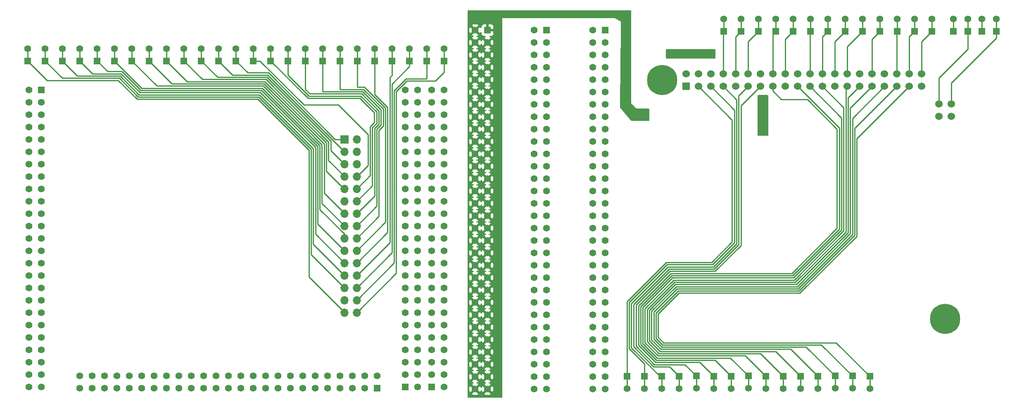
<source format=gtl>
G04 #@! TF.GenerationSoftware,KiCad,Pcbnew,7.0.7*
G04 #@! TF.CreationDate,2024-05-21T19:06:15+02:00*
G04 #@! TF.ProjectId,PCB_IOT_SysIntel,5043425f-494f-4545-9f53-7973496e7465,rev?*
G04 #@! TF.SameCoordinates,Original*
G04 #@! TF.FileFunction,Copper,L1,Top*
G04 #@! TF.FilePolarity,Positive*
%FSLAX46Y46*%
G04 Gerber Fmt 4.6, Leading zero omitted, Abs format (unit mm)*
G04 Created by KiCad (PCBNEW 7.0.7) date 2024-05-21 19:06:15*
%MOMM*%
%LPD*%
G01*
G04 APERTURE LIST*
G04 #@! TA.AperFunction,ComponentPad*
%ADD10R,1.390000X1.390000*%
G04 #@! TD*
G04 #@! TA.AperFunction,ComponentPad*
%ADD11C,1.390000*%
G04 #@! TD*
G04 #@! TA.AperFunction,ComponentPad*
%ADD12R,1.524000X1.524000*%
G04 #@! TD*
G04 #@! TA.AperFunction,ComponentPad*
%ADD13C,1.524000*%
G04 #@! TD*
G04 #@! TA.AperFunction,ComponentPad*
%ADD14C,6.200000*%
G04 #@! TD*
G04 #@! TA.AperFunction,ComponentPad*
%ADD15R,1.700000X1.700000*%
G04 #@! TD*
G04 #@! TA.AperFunction,ComponentPad*
%ADD16O,1.700000X1.700000*%
G04 #@! TD*
G04 #@! TA.AperFunction,ViaPad*
%ADD17C,0.800000*%
G04 #@! TD*
G04 #@! TA.AperFunction,Conductor*
%ADD18C,0.250000*%
G04 #@! TD*
G04 APERTURE END LIST*
D10*
X171831000Y-64609500D03*
D11*
X171831000Y-62069500D03*
D10*
X180467000Y-135415500D03*
D11*
X180467000Y-137955500D03*
D10*
X217678000Y-64609500D03*
D11*
X217678000Y-62069500D03*
D10*
X144907000Y-135415500D03*
D11*
X144907000Y-137955500D03*
D10*
X32766000Y-70739000D03*
D11*
X32766000Y-68199000D03*
D10*
X43434000Y-70705500D03*
D11*
X43434000Y-68165500D03*
D10*
X159131000Y-135382000D03*
D11*
X159131000Y-137922000D03*
D10*
X152019000Y-135415500D03*
D11*
X152019000Y-137955500D03*
D10*
X207391000Y-64643000D03*
D11*
X207391000Y-62103000D03*
D10*
X22098000Y-70705500D03*
D11*
X22098000Y-68165500D03*
D10*
X178943000Y-64609500D03*
D11*
X178943000Y-62069500D03*
D10*
X107442000Y-70705500D03*
D11*
X107442000Y-68165500D03*
D10*
X182499000Y-64609500D03*
D11*
X182499000Y-62069500D03*
D10*
X173355000Y-135415500D03*
D11*
X173355000Y-137955500D03*
D10*
X39878000Y-70739000D03*
D11*
X39878000Y-68199000D03*
D10*
X164719000Y-64609500D03*
D11*
X164719000Y-62069500D03*
D10*
X189611000Y-64609500D03*
D11*
X189611000Y-62069500D03*
D10*
X89662000Y-70739000D03*
D11*
X89662000Y-68199000D03*
D10*
X128397000Y-64389000D03*
D11*
X125857000Y-64389000D03*
X128397000Y-66929000D03*
X125857000Y-66929000D03*
X128397000Y-69469000D03*
X125857000Y-69469000D03*
X128397000Y-72009000D03*
X125857000Y-72009000D03*
X128397000Y-74549000D03*
X125857000Y-74549000D03*
X128397000Y-77089000D03*
X125857000Y-77089000D03*
X128397000Y-79629000D03*
X125857000Y-79629000D03*
X128397000Y-82169000D03*
X125857000Y-82169000D03*
X128397000Y-84709000D03*
X125857000Y-84709000D03*
X128397000Y-87249000D03*
X125857000Y-87249000D03*
X128397000Y-89789000D03*
X125857000Y-89789000D03*
X128397000Y-92329000D03*
X125857000Y-92329000D03*
X128397000Y-94869000D03*
X125857000Y-94869000D03*
X128397000Y-97409000D03*
X125857000Y-97409000D03*
X128397000Y-99949000D03*
X125857000Y-99949000D03*
X128397000Y-102489000D03*
X125857000Y-102489000D03*
X128397000Y-105029000D03*
X125857000Y-105029000D03*
X128397000Y-107569000D03*
X125857000Y-107569000D03*
X128397000Y-110109000D03*
X125857000Y-110109000D03*
X128397000Y-112649000D03*
X125857000Y-112649000D03*
X128397000Y-115189000D03*
X125857000Y-115189000D03*
X128397000Y-117729000D03*
X125857000Y-117729000D03*
X128397000Y-120269000D03*
X125857000Y-120269000D03*
X128397000Y-122809000D03*
X125857000Y-122809000D03*
X128397000Y-125349000D03*
X125857000Y-125349000D03*
X128397000Y-127889000D03*
X125857000Y-127889000D03*
X128397000Y-130429000D03*
X125857000Y-130429000D03*
X128397000Y-132969000D03*
X125857000Y-132969000D03*
X128397000Y-135509000D03*
X125857000Y-135509000D03*
X128397000Y-138049000D03*
X125857000Y-138049000D03*
D10*
X191135000Y-135382000D03*
D11*
X191135000Y-137922000D03*
D10*
X50546000Y-70739000D03*
D11*
X50546000Y-68199000D03*
D10*
X166243000Y-135415500D03*
D11*
X166243000Y-137955500D03*
D10*
X93726000Y-137922000D03*
D11*
X93726000Y-135382000D03*
X91186000Y-137922000D03*
X91186000Y-135382000D03*
X88646000Y-137922000D03*
X88646000Y-135382000D03*
X86106000Y-137922000D03*
X86106000Y-135382000D03*
X83566000Y-137922000D03*
X83566000Y-135382000D03*
X81026000Y-137922000D03*
X81026000Y-135382000D03*
X78486000Y-137922000D03*
X78486000Y-135382000D03*
X75946000Y-137922000D03*
X75946000Y-135382000D03*
X73406000Y-137922000D03*
X73406000Y-135382000D03*
X70866000Y-137922000D03*
X70866000Y-135382000D03*
X68326000Y-137922000D03*
X68326000Y-135382000D03*
X65786000Y-137922000D03*
X65786000Y-135382000D03*
X63246000Y-137922000D03*
X63246000Y-135382000D03*
X60706000Y-137922000D03*
X60706000Y-135382000D03*
X58166000Y-137922000D03*
X58166000Y-135382000D03*
X55626000Y-137922000D03*
X55626000Y-135382000D03*
X53086000Y-137922000D03*
X53086000Y-135382000D03*
X50546000Y-137922000D03*
X50546000Y-135382000D03*
X48006000Y-137922000D03*
X48006000Y-135382000D03*
X45466000Y-137922000D03*
X45466000Y-135382000D03*
X42926000Y-137922000D03*
X42926000Y-135382000D03*
X40386000Y-137922000D03*
X40386000Y-135382000D03*
X37846000Y-137922000D03*
X37846000Y-135382000D03*
X35306000Y-137922000D03*
X35306000Y-135382000D03*
X32766000Y-137922000D03*
X32766000Y-135382000D03*
D10*
X24892000Y-76708000D03*
D11*
X22352000Y-76708000D03*
X24892000Y-79248000D03*
X22352000Y-79248000D03*
X24892000Y-81788000D03*
X22352000Y-81788000D03*
X24892000Y-84328000D03*
X22352000Y-84328000D03*
X24892000Y-86868000D03*
X22352000Y-86868000D03*
X24892000Y-89408000D03*
X22352000Y-89408000D03*
X24892000Y-91948000D03*
X22352000Y-91948000D03*
X24892000Y-94488000D03*
X22352000Y-94488000D03*
X24892000Y-97028000D03*
X22352000Y-97028000D03*
X24892000Y-99568000D03*
X22352000Y-99568000D03*
X24892000Y-102108000D03*
X22352000Y-102108000D03*
X24892000Y-104648000D03*
X22352000Y-104648000D03*
X24892000Y-107188000D03*
X22352000Y-107188000D03*
X24892000Y-109728000D03*
X22352000Y-109728000D03*
X24892000Y-112268000D03*
X22352000Y-112268000D03*
X24892000Y-114808000D03*
X22352000Y-114808000D03*
X24892000Y-117348000D03*
X22352000Y-117348000D03*
X24892000Y-119888000D03*
X22352000Y-119888000D03*
X24892000Y-122428000D03*
X22352000Y-122428000D03*
X24892000Y-124968000D03*
X22352000Y-124968000D03*
X24892000Y-127508000D03*
X22352000Y-127508000D03*
X24892000Y-130048000D03*
X22352000Y-130048000D03*
X24892000Y-132588000D03*
X22352000Y-132588000D03*
X24892000Y-135128000D03*
X22352000Y-135128000D03*
X24892000Y-137668000D03*
X22352000Y-137668000D03*
D10*
X162687000Y-135415500D03*
D11*
X162687000Y-137955500D03*
D10*
X155575000Y-135415500D03*
D11*
X155575000Y-137955500D03*
D10*
X200279000Y-64643000D03*
D11*
X200279000Y-62103000D03*
D10*
X57658000Y-70705500D03*
D11*
X57658000Y-68165500D03*
D10*
X196723000Y-64643000D03*
D11*
X196723000Y-62103000D03*
D10*
X78994000Y-70739000D03*
D11*
X78994000Y-68199000D03*
D10*
X29210000Y-70739000D03*
D11*
X29210000Y-68199000D03*
D10*
X36322000Y-70739000D03*
D11*
X36322000Y-68199000D03*
D10*
X168275000Y-64609500D03*
D11*
X168275000Y-62069500D03*
D12*
X157016000Y-75946000D03*
D13*
X157016000Y-73406000D03*
X159556000Y-75946000D03*
X159556000Y-73406000D03*
X162096000Y-75946000D03*
X162096000Y-73406000D03*
X164636000Y-75946000D03*
X164636000Y-73406000D03*
X167176000Y-75946000D03*
X167176000Y-73406000D03*
X169716000Y-75946000D03*
X169716000Y-73406000D03*
X172256000Y-75946000D03*
X172256000Y-73406000D03*
X174796000Y-75946000D03*
X174796000Y-73406000D03*
X177336000Y-75946000D03*
X177336000Y-73406000D03*
X179876000Y-75946000D03*
X179876000Y-73406000D03*
X182416000Y-75946000D03*
X182416000Y-73406000D03*
X184956000Y-75946000D03*
X184956000Y-73406000D03*
X187496000Y-75946000D03*
X187496000Y-73406000D03*
X190036000Y-75946000D03*
X190036000Y-73406000D03*
X192576000Y-75946000D03*
X192576000Y-73406000D03*
X195116000Y-75946000D03*
X195116000Y-73406000D03*
X197656000Y-75946000D03*
X197656000Y-73406000D03*
X200196000Y-75946000D03*
X200196000Y-73406000D03*
X202736000Y-75946000D03*
X202736000Y-73406000D03*
X205276000Y-75946000D03*
X205276000Y-73406000D03*
X211376000Y-82069000D03*
X211376000Y-79529000D03*
X208836000Y-82069000D03*
X208836000Y-79529000D03*
D14*
X152146000Y-74676000D03*
X210146000Y-123676000D03*
D10*
X186055000Y-64609500D03*
D11*
X186055000Y-62069500D03*
D10*
X175387000Y-64609500D03*
D11*
X175387000Y-62069500D03*
D10*
X71882000Y-70705500D03*
D11*
X71882000Y-68165500D03*
D10*
X203835000Y-64609500D03*
D11*
X203835000Y-62069500D03*
D10*
X214757000Y-64609500D03*
D11*
X214757000Y-62069500D03*
D10*
X54102000Y-70739000D03*
D11*
X54102000Y-68199000D03*
D10*
X25654000Y-70739000D03*
D11*
X25654000Y-68199000D03*
D10*
X103886000Y-70739000D03*
D11*
X103886000Y-68199000D03*
D10*
X211836000Y-64609500D03*
D11*
X211836000Y-62069500D03*
D10*
X116332000Y-64389000D03*
D11*
X113792000Y-64389000D03*
X116332000Y-66929000D03*
X113792000Y-66929000D03*
X116332000Y-69469000D03*
X113792000Y-69469000D03*
X116332000Y-72009000D03*
X113792000Y-72009000D03*
X116332000Y-74549000D03*
X113792000Y-74549000D03*
X116332000Y-77089000D03*
X113792000Y-77089000D03*
X116332000Y-79629000D03*
X113792000Y-79629000D03*
X116332000Y-82169000D03*
X113792000Y-82169000D03*
X116332000Y-84709000D03*
X113792000Y-84709000D03*
X116332000Y-87249000D03*
X113792000Y-87249000D03*
X116332000Y-89789000D03*
X113792000Y-89789000D03*
X116332000Y-92329000D03*
X113792000Y-92329000D03*
X116332000Y-94869000D03*
X113792000Y-94869000D03*
X116332000Y-97409000D03*
X113792000Y-97409000D03*
X116332000Y-99949000D03*
X113792000Y-99949000D03*
X116332000Y-102489000D03*
X113792000Y-102489000D03*
X116332000Y-105029000D03*
X113792000Y-105029000D03*
X116332000Y-107569000D03*
X113792000Y-107569000D03*
X116332000Y-110109000D03*
X113792000Y-110109000D03*
X116332000Y-112649000D03*
X113792000Y-112649000D03*
X116332000Y-115189000D03*
X113792000Y-115189000D03*
X116332000Y-117729000D03*
X113792000Y-117729000D03*
X116332000Y-120269000D03*
X113792000Y-120269000D03*
X116332000Y-122809000D03*
X113792000Y-122809000D03*
X116332000Y-125349000D03*
X113792000Y-125349000D03*
X116332000Y-127889000D03*
X113792000Y-127889000D03*
X116332000Y-130429000D03*
X113792000Y-130429000D03*
X116332000Y-132969000D03*
X113792000Y-132969000D03*
X116332000Y-135509000D03*
X113792000Y-135509000D03*
X116332000Y-138049000D03*
X113792000Y-138049000D03*
D10*
X86106000Y-70705500D03*
D11*
X86106000Y-68165500D03*
D10*
X176911000Y-135415500D03*
D11*
X176911000Y-137955500D03*
D10*
X194691000Y-135415500D03*
D11*
X194691000Y-137955500D03*
D10*
X96774000Y-70705500D03*
D11*
X96774000Y-68165500D03*
D10*
X99441000Y-137668000D03*
D11*
X101981000Y-137668000D03*
X99441000Y-135128000D03*
X101981000Y-135128000D03*
X99441000Y-132588000D03*
X101981000Y-132588000D03*
X99441000Y-130048000D03*
X101981000Y-130048000D03*
X99441000Y-127508000D03*
X101981000Y-127508000D03*
X99441000Y-124968000D03*
X101981000Y-124968000D03*
X99441000Y-122428000D03*
X101981000Y-122428000D03*
X99441000Y-119888000D03*
X101981000Y-119888000D03*
X99441000Y-117348000D03*
X101981000Y-117348000D03*
X99441000Y-114808000D03*
X101981000Y-114808000D03*
X99441000Y-112268000D03*
X101981000Y-112268000D03*
X99441000Y-109728000D03*
X101981000Y-109728000D03*
X99441000Y-107188000D03*
X101981000Y-107188000D03*
X99441000Y-104648000D03*
X101981000Y-104648000D03*
X99441000Y-102108000D03*
X101981000Y-102108000D03*
X99441000Y-99568000D03*
X101981000Y-99568000D03*
X99441000Y-97028000D03*
X101981000Y-97028000D03*
X99441000Y-94488000D03*
X101981000Y-94488000D03*
X99441000Y-91948000D03*
X101981000Y-91948000D03*
X99441000Y-89408000D03*
X101981000Y-89408000D03*
X99441000Y-86868000D03*
X101981000Y-86868000D03*
X99441000Y-84328000D03*
X101981000Y-84328000D03*
X99441000Y-81788000D03*
X101981000Y-81788000D03*
X99441000Y-79248000D03*
X101981000Y-79248000D03*
X99441000Y-76708000D03*
X101981000Y-76708000D03*
D10*
X140462000Y-64389000D03*
D11*
X137922000Y-64389000D03*
X140462000Y-66929000D03*
X137922000Y-66929000D03*
X140462000Y-69469000D03*
X137922000Y-69469000D03*
X140462000Y-72009000D03*
X137922000Y-72009000D03*
X140462000Y-74549000D03*
X137922000Y-74549000D03*
X140462000Y-77089000D03*
X137922000Y-77089000D03*
X140462000Y-79629000D03*
X137922000Y-79629000D03*
X140462000Y-82169000D03*
X137922000Y-82169000D03*
X140462000Y-84709000D03*
X137922000Y-84709000D03*
X140462000Y-87249000D03*
X137922000Y-87249000D03*
X140462000Y-89789000D03*
X137922000Y-89789000D03*
X140462000Y-92329000D03*
X137922000Y-92329000D03*
X140462000Y-94869000D03*
X137922000Y-94869000D03*
X140462000Y-97409000D03*
X137922000Y-97409000D03*
X140462000Y-99949000D03*
X137922000Y-99949000D03*
X140462000Y-102489000D03*
X137922000Y-102489000D03*
X140462000Y-105029000D03*
X137922000Y-105029000D03*
X140462000Y-107569000D03*
X137922000Y-107569000D03*
X140462000Y-110109000D03*
X137922000Y-110109000D03*
X140462000Y-112649000D03*
X137922000Y-112649000D03*
X140462000Y-115189000D03*
X137922000Y-115189000D03*
X140462000Y-117729000D03*
X137922000Y-117729000D03*
X140462000Y-120269000D03*
X137922000Y-120269000D03*
X140462000Y-122809000D03*
X137922000Y-122809000D03*
X140462000Y-125349000D03*
X137922000Y-125349000D03*
X140462000Y-127889000D03*
X137922000Y-127889000D03*
X140462000Y-130429000D03*
X137922000Y-130429000D03*
X140462000Y-132969000D03*
X137922000Y-132969000D03*
X140462000Y-135509000D03*
X137922000Y-135509000D03*
X140462000Y-138049000D03*
X137922000Y-138049000D03*
D10*
X184023000Y-135415500D03*
D11*
X184023000Y-137955500D03*
D10*
X68326000Y-70739000D03*
D11*
X68326000Y-68199000D03*
D10*
X220599000Y-64609500D03*
D11*
X220599000Y-62069500D03*
D10*
X75438000Y-70739000D03*
D11*
X75438000Y-68199000D03*
D10*
X82550000Y-70705500D03*
D11*
X82550000Y-68165500D03*
D10*
X104902000Y-137668000D03*
D11*
X107442000Y-137668000D03*
X104902000Y-135128000D03*
X107442000Y-135128000D03*
X104902000Y-132588000D03*
X107442000Y-132588000D03*
X104902000Y-130048000D03*
X107442000Y-130048000D03*
X104902000Y-127508000D03*
X107442000Y-127508000D03*
X104902000Y-124968000D03*
X107442000Y-124968000D03*
X104902000Y-122428000D03*
X107442000Y-122428000D03*
X104902000Y-119888000D03*
X107442000Y-119888000D03*
X104902000Y-117348000D03*
X107442000Y-117348000D03*
X104902000Y-114808000D03*
X107442000Y-114808000D03*
X104902000Y-112268000D03*
X107442000Y-112268000D03*
X104902000Y-109728000D03*
X107442000Y-109728000D03*
X104902000Y-107188000D03*
X107442000Y-107188000D03*
X104902000Y-104648000D03*
X107442000Y-104648000D03*
X104902000Y-102108000D03*
X107442000Y-102108000D03*
X104902000Y-99568000D03*
X107442000Y-99568000D03*
X104902000Y-97028000D03*
X107442000Y-97028000D03*
X104902000Y-94488000D03*
X107442000Y-94488000D03*
X104902000Y-91948000D03*
X107442000Y-91948000D03*
X104902000Y-89408000D03*
X107442000Y-89408000D03*
X104902000Y-86868000D03*
X107442000Y-86868000D03*
X104902000Y-84328000D03*
X107442000Y-84328000D03*
X104902000Y-81788000D03*
X107442000Y-81788000D03*
X104902000Y-79248000D03*
X107442000Y-79248000D03*
X104902000Y-76708000D03*
X107442000Y-76708000D03*
D10*
X93218000Y-70739000D03*
D11*
X93218000Y-68199000D03*
D10*
X148463000Y-135415500D03*
D11*
X148463000Y-137955500D03*
D10*
X193167000Y-64643000D03*
D11*
X193167000Y-62103000D03*
D10*
X100330000Y-70739000D03*
D11*
X100330000Y-68199000D03*
D15*
X86995000Y-86791000D03*
D16*
X89535000Y-86791000D03*
X86995000Y-89331000D03*
X89535000Y-89331000D03*
X86995000Y-91871000D03*
X89535000Y-91871000D03*
X86995000Y-94411000D03*
X89535000Y-94411000D03*
X86995000Y-96951000D03*
X89535000Y-96951000D03*
X86995000Y-99491000D03*
X89535000Y-99491000D03*
X86995000Y-102031000D03*
X89535000Y-102031000D03*
X86995000Y-104571000D03*
X89535000Y-104571000D03*
X86995000Y-107111000D03*
X89535000Y-107111000D03*
X86995000Y-109651000D03*
X89535000Y-109651000D03*
X86995000Y-112191000D03*
X89535000Y-112191000D03*
X86995000Y-114731000D03*
X89535000Y-114731000D03*
X86995000Y-117271000D03*
X89535000Y-117271000D03*
X86995000Y-119811000D03*
X89535000Y-119811000D03*
X86995000Y-122351000D03*
X89535000Y-122351000D03*
D10*
X64770000Y-70739000D03*
D11*
X64770000Y-68199000D03*
D10*
X46990000Y-70739000D03*
D11*
X46990000Y-68199000D03*
D10*
X187579000Y-135382000D03*
D11*
X187579000Y-137922000D03*
D10*
X169799000Y-135382000D03*
D11*
X169799000Y-137922000D03*
D10*
X61214000Y-70739000D03*
D11*
X61214000Y-68199000D03*
D17*
X173355000Y-84201000D03*
X172212000Y-85598000D03*
X154305000Y-69723000D03*
X173355000Y-79375000D03*
X161671000Y-68834000D03*
X162560000Y-68834000D03*
X161671000Y-69723000D03*
X172212000Y-78232000D03*
X154305000Y-68834000D03*
X162560000Y-69723000D03*
X172212000Y-84201000D03*
X172212000Y-79375000D03*
X173355000Y-85598000D03*
X173355000Y-78232000D03*
X153416000Y-68834000D03*
X153416000Y-69723000D03*
X147574000Y-82550000D03*
X148844000Y-82550000D03*
X148844000Y-81026000D03*
X147574000Y-81026000D03*
D18*
X169716000Y-73428000D02*
X169716000Y-66724500D01*
X171831000Y-62069500D02*
X171831000Y-64609500D01*
X169716000Y-66724500D02*
X171831000Y-64609500D01*
X178675000Y-114314000D02*
X153897436Y-114314000D01*
X153897436Y-114314000D02*
X147262000Y-120949436D01*
X147262000Y-120949436D02*
X147262000Y-129099604D01*
X147262000Y-129099604D02*
X150739396Y-132577000D01*
X187974000Y-84680396D02*
X187974000Y-105015000D01*
X176530000Y-78613000D02*
X181906604Y-78613000D01*
X150739396Y-132577000D02*
X159848500Y-132577000D01*
X162687000Y-135415500D02*
X162687000Y-137955500D01*
X174796000Y-76879000D02*
X176530000Y-78613000D01*
X174796000Y-75946000D02*
X174796000Y-76879000D01*
X187974000Y-105015000D02*
X178675000Y-114314000D01*
X181906604Y-78613000D02*
X187974000Y-84680396D01*
X159848500Y-132577000D02*
X162687000Y-135415500D01*
X175387000Y-62069500D02*
X175387000Y-64609500D01*
X174796000Y-73428000D02*
X174796000Y-65200500D01*
X174796000Y-65200500D02*
X175387000Y-64609500D01*
X178943000Y-62069500D02*
X178943000Y-64609500D01*
X177336000Y-73428000D02*
X177336000Y-66216500D01*
X177336000Y-66216500D02*
X178943000Y-64609500D01*
X182416000Y-64692500D02*
X182499000Y-64609500D01*
X182499000Y-62069500D02*
X182499000Y-64609500D01*
X182416000Y-73428000D02*
X182416000Y-64692500D01*
X186055000Y-62069500D02*
X186055000Y-64609500D01*
X184956000Y-65708500D02*
X186055000Y-64609500D01*
X184956000Y-73428000D02*
X184956000Y-65708500D01*
X189611000Y-62069500D02*
X189611000Y-64609500D01*
X187496000Y-73428000D02*
X187496000Y-66724500D01*
X187496000Y-66724500D02*
X189611000Y-64609500D01*
X184956000Y-75946000D02*
X189324000Y-80314000D01*
X148612000Y-128540416D02*
X151298584Y-131227000D01*
X148612000Y-121508624D02*
X148612000Y-128540416D01*
X173355000Y-135415500D02*
X173355000Y-137955500D01*
X154456624Y-115664000D02*
X148612000Y-121508624D01*
X189324000Y-105574188D02*
X179234188Y-115664000D01*
X179234188Y-115664000D02*
X154456624Y-115664000D01*
X169166500Y-131227000D02*
X173355000Y-135415500D01*
X151298584Y-131227000D02*
X169166500Y-131227000D01*
X189324000Y-80314000D02*
X189324000Y-105574188D01*
X178861396Y-114764000D02*
X154083832Y-114764000D01*
X147712000Y-121135832D02*
X147712000Y-128913208D01*
X179876000Y-75946000D02*
X188424000Y-84494000D01*
X147712000Y-128913208D02*
X150925792Y-132127000D01*
X162954500Y-132127000D02*
X166243000Y-135415500D01*
X154083832Y-114764000D02*
X147712000Y-121135832D01*
X188424000Y-84494000D02*
X188424000Y-105201396D01*
X166243000Y-135415500D02*
X166243000Y-137955500D01*
X188424000Y-105201396D02*
X178861396Y-114764000D01*
X150925792Y-132127000D02*
X162954500Y-132127000D01*
X166094000Y-131677000D02*
X169799000Y-135382000D01*
X188874000Y-82404000D02*
X188874000Y-105387792D01*
X188874000Y-105387792D02*
X179047792Y-115214000D01*
X148162000Y-128726812D02*
X151112188Y-131677000D01*
X154270228Y-115214000D02*
X148162000Y-121322228D01*
X182416000Y-75946000D02*
X188874000Y-82404000D01*
X151112188Y-131677000D02*
X166094000Y-131677000D01*
X179047792Y-115214000D02*
X154270228Y-115214000D01*
X169799000Y-135382000D02*
X169799000Y-137922000D01*
X148162000Y-121322228D02*
X148162000Y-128726812D01*
X154643020Y-116114000D02*
X149062000Y-121695020D01*
X189774000Y-76208000D02*
X189774000Y-105760584D01*
X190036000Y-75946000D02*
X189774000Y-76208000D01*
X189774000Y-105760584D02*
X179420584Y-116114000D01*
X151484980Y-130777000D02*
X172272500Y-130777000D01*
X176911000Y-135415500D02*
X176911000Y-137955500D01*
X149062000Y-128354020D02*
X151484980Y-130777000D01*
X172272500Y-130777000D02*
X176911000Y-135415500D01*
X179420584Y-116114000D02*
X154643020Y-116114000D01*
X149062000Y-121695020D02*
X149062000Y-128354020D01*
X190036000Y-67774000D02*
X193167000Y-64643000D01*
X190036000Y-73428000D02*
X190036000Y-67774000D01*
X193167000Y-62103000D02*
X193167000Y-64643000D01*
X167375000Y-78685000D02*
X167375000Y-108217792D01*
X145807000Y-129553792D02*
X151668708Y-135415500D01*
X162628792Y-112964000D02*
X153338248Y-112964000D01*
X151668708Y-135415500D02*
X152019000Y-135415500D01*
X145807000Y-120495248D02*
X145807000Y-129553792D01*
X164636000Y-75946000D02*
X167375000Y-78685000D01*
X152019000Y-135415500D02*
X152019000Y-137955500D01*
X167375000Y-108217792D02*
X162628792Y-112964000D01*
X153338248Y-112964000D02*
X145807000Y-120495248D01*
X146257000Y-120681644D02*
X146257000Y-129367396D01*
X169716000Y-75946000D02*
X167825000Y-77837000D01*
X153524644Y-113414000D02*
X146257000Y-120681644D01*
X162815188Y-113414000D02*
X153524644Y-113414000D01*
X150366604Y-133477000D02*
X153636500Y-133477000D01*
X146257000Y-129367396D02*
X150366604Y-133477000D01*
X167825000Y-77837000D02*
X167825000Y-108404188D01*
X167825000Y-108404188D02*
X162815188Y-113414000D01*
X153636500Y-133477000D02*
X155575000Y-135415500D01*
X155575000Y-135415500D02*
X155575000Y-137955500D01*
X146812000Y-129286000D02*
X150553000Y-133027000D01*
X150553000Y-133027000D02*
X156776000Y-133027000D01*
X159131000Y-135382000D02*
X159131000Y-137922000D01*
X146812000Y-120763040D02*
X146812000Y-129286000D01*
X168275000Y-108590584D02*
X163001584Y-113864000D01*
X163001584Y-113864000D02*
X153711040Y-113864000D01*
X168275000Y-79927000D02*
X168275000Y-108590584D01*
X153711040Y-113864000D02*
X146812000Y-120763040D01*
X156776000Y-133027000D02*
X159131000Y-135382000D01*
X172256000Y-75946000D02*
X168275000Y-79927000D01*
X166475000Y-82865000D02*
X166475000Y-107845000D01*
X162256000Y-112064000D02*
X152965456Y-112064000D01*
X159556000Y-75946000D02*
X166475000Y-82865000D01*
X166475000Y-107845000D02*
X162256000Y-112064000D01*
X152965456Y-112064000D02*
X144907000Y-120122456D01*
X144907000Y-120122456D02*
X144907000Y-135415500D01*
X144907000Y-135415500D02*
X144907000Y-137955500D01*
X148463000Y-135415500D02*
X148463000Y-137955500D01*
X148463000Y-132846188D02*
X148463000Y-135415500D01*
X166925000Y-80775000D02*
X166925000Y-108031396D01*
X153151852Y-112514000D02*
X145357000Y-120308852D01*
X162096000Y-75946000D02*
X166925000Y-80775000D01*
X145357000Y-120308852D02*
X145357000Y-129740188D01*
X145357000Y-129740188D02*
X148463000Y-132846188D01*
X162442396Y-112514000D02*
X153151852Y-112514000D01*
X166925000Y-108031396D02*
X162442396Y-112514000D01*
X164636000Y-64692500D02*
X164719000Y-64609500D01*
X164719000Y-62069500D02*
X164719000Y-64609500D01*
X164636000Y-73428000D02*
X164636000Y-64692500D01*
X167176000Y-73428000D02*
X167176000Y-65708500D01*
X167176000Y-65708500D02*
X168275000Y-64609500D01*
X168275000Y-62069500D02*
X168275000Y-64609500D01*
X154829416Y-116564000D02*
X149512000Y-121881416D01*
X149512000Y-121881416D02*
X149512000Y-128167624D01*
X190224000Y-78298000D02*
X190224000Y-105946980D01*
X180467000Y-135415500D02*
X180467000Y-137955500D01*
X179606980Y-116564000D02*
X154829416Y-116564000D01*
X190224000Y-105946980D02*
X179606980Y-116564000D01*
X149512000Y-128167624D02*
X151671376Y-130327000D01*
X192576000Y-75946000D02*
X190224000Y-78298000D01*
X151671376Y-130327000D02*
X175378500Y-130327000D01*
X175378500Y-130327000D02*
X180467000Y-135415500D01*
X179793376Y-117014000D02*
X155015812Y-117014000D01*
X184023000Y-135415500D02*
X184023000Y-137955500D01*
X190674000Y-80388000D02*
X190674000Y-106133376D01*
X178484500Y-129877000D02*
X184023000Y-135415500D01*
X155015812Y-117014000D02*
X149962000Y-122067812D01*
X195116000Y-75946000D02*
X190674000Y-80388000D01*
X149962000Y-127981228D02*
X151857772Y-129877000D01*
X190674000Y-106133376D02*
X179793376Y-117014000D01*
X149962000Y-122067812D02*
X149962000Y-127981228D01*
X151857772Y-129877000D02*
X178484500Y-129877000D01*
X195116000Y-73428000D02*
X195116000Y-66250000D01*
X195116000Y-66250000D02*
X196723000Y-64643000D01*
X196723000Y-62103000D02*
X196723000Y-64643000D01*
X155202208Y-117464000D02*
X150412000Y-122254208D01*
X181624000Y-129427000D02*
X187579000Y-135382000D01*
X187579000Y-137922000D02*
X187579000Y-135382000D01*
X150412000Y-127794832D02*
X152044168Y-129427000D01*
X152044168Y-129427000D02*
X181624000Y-129427000D01*
X150412000Y-122254208D02*
X150412000Y-127794832D01*
X191124000Y-82478000D02*
X191124000Y-106319772D01*
X191124000Y-106319772D02*
X179979772Y-117464000D01*
X179979772Y-117464000D02*
X155202208Y-117464000D01*
X197656000Y-75946000D02*
X191124000Y-82478000D01*
X200196000Y-64726000D02*
X200279000Y-64643000D01*
X200279000Y-62103000D02*
X200279000Y-64643000D01*
X200196000Y-73428000D02*
X200196000Y-64726000D01*
X191574000Y-106506168D02*
X180166168Y-117914000D01*
X200196000Y-75946000D02*
X191574000Y-84568000D01*
X191135000Y-135382000D02*
X191135000Y-137922000D01*
X155388604Y-117914000D02*
X150862000Y-122440604D01*
X150862000Y-122440604D02*
X150862000Y-127608436D01*
X191574000Y-84568000D02*
X191574000Y-106506168D01*
X152230564Y-128977000D02*
X184730000Y-128977000D01*
X180166168Y-117914000D02*
X155388604Y-117914000D01*
X184730000Y-128977000D02*
X191135000Y-135382000D01*
X150862000Y-127608436D02*
X152230564Y-128977000D01*
X203835000Y-62069500D02*
X203835000Y-64609500D01*
X202736000Y-73428000D02*
X202736000Y-65708500D01*
X202736000Y-65708500D02*
X203835000Y-64609500D01*
X205276000Y-66758000D02*
X207391000Y-64643000D01*
X207391000Y-64643000D02*
X207391000Y-62103000D01*
X205276000Y-73406000D02*
X205276000Y-66758000D01*
X194691000Y-135415500D02*
X194691000Y-137955500D01*
X202736000Y-75946000D02*
X192024000Y-86658000D01*
X192024000Y-86658000D02*
X192024000Y-106692564D01*
X155575000Y-118364000D02*
X151312000Y-122627000D01*
X192024000Y-106692564D02*
X180352564Y-118364000D01*
X151312000Y-122627000D02*
X151312000Y-127422040D01*
X187802500Y-128527000D02*
X194691000Y-135415500D01*
X152416960Y-128527000D02*
X187802500Y-128527000D01*
X180352564Y-118364000D02*
X155575000Y-118364000D01*
X151312000Y-127422040D02*
X152416960Y-128527000D01*
X220599000Y-64609500D02*
X220599000Y-62069500D01*
X220599000Y-65990223D02*
X220599000Y-64609500D01*
X211376000Y-79529000D02*
X211376000Y-75213223D01*
X211376000Y-75213223D02*
X220599000Y-65990223D01*
X217678000Y-64609500D02*
X217678000Y-62069500D01*
X214757000Y-68326000D02*
X214757000Y-64609500D01*
X214757000Y-64609500D02*
X214757000Y-62069500D01*
X208836000Y-79529000D02*
X208836000Y-74247000D01*
X208836000Y-74247000D02*
X214757000Y-68326000D01*
X211836000Y-64609500D02*
X211836000Y-62069500D01*
X85091396Y-86791000D02*
X71452396Y-73152000D01*
X67183000Y-73152000D02*
X64770000Y-70739000D01*
X86995000Y-86791000D02*
X85091396Y-86791000D01*
X64770000Y-68199000D02*
X64770000Y-70739000D01*
X71452396Y-73152000D02*
X67183000Y-73152000D01*
X71266000Y-73602000D02*
X64077000Y-73602000D01*
X61214000Y-70739000D02*
X61214000Y-68199000D01*
X64077000Y-73602000D02*
X61214000Y-70739000D01*
X86995000Y-89331000D02*
X71266000Y-73602000D01*
X61004500Y-74052000D02*
X57658000Y-70705500D01*
X86995000Y-91871000D02*
X84201000Y-89077000D01*
X71079604Y-74052000D02*
X61004500Y-74052000D01*
X57658000Y-68165500D02*
X57658000Y-70705500D01*
X84201000Y-87173396D02*
X71079604Y-74052000D01*
X84201000Y-89077000D02*
X84201000Y-87173396D01*
X70893208Y-74502000D02*
X57865000Y-74502000D01*
X54102000Y-68199000D02*
X54102000Y-70739000D01*
X86995000Y-94361000D02*
X83751000Y-91117000D01*
X86995000Y-94411000D02*
X86995000Y-94361000D01*
X83751000Y-91117000D02*
X83751000Y-87359792D01*
X83751000Y-87359792D02*
X70893208Y-74502000D01*
X57865000Y-74502000D02*
X54102000Y-70739000D01*
X86995000Y-96951000D02*
X86918000Y-96951000D01*
X70706812Y-74952000D02*
X54759000Y-74952000D01*
X54759000Y-74952000D02*
X50546000Y-70739000D01*
X83301000Y-93334000D02*
X83301000Y-87546188D01*
X50546000Y-68199000D02*
X50546000Y-70739000D01*
X83301000Y-87546188D02*
X70706812Y-74952000D01*
X86918000Y-96951000D02*
X83301000Y-93334000D01*
X86995000Y-102031000D02*
X86995000Y-101981000D01*
X82851000Y-97837000D02*
X82851000Y-87732584D01*
X51653000Y-75402000D02*
X46990000Y-70739000D01*
X82851000Y-87732584D02*
X70520416Y-75402000D01*
X70520416Y-75402000D02*
X51653000Y-75402000D01*
X86995000Y-101981000D02*
X82851000Y-97837000D01*
X46990000Y-68199000D02*
X46990000Y-70739000D01*
X70334020Y-75852000D02*
X48580500Y-75852000D01*
X82401000Y-87918980D02*
X70334020Y-75852000D01*
X43434000Y-68165500D02*
X43434000Y-70705500D01*
X86995000Y-104521000D02*
X82401000Y-99927000D01*
X82401000Y-99927000D02*
X82401000Y-87918980D01*
X86995000Y-104571000D02*
X86995000Y-104521000D01*
X48580500Y-75852000D02*
X43434000Y-70705500D01*
X45441000Y-76302000D02*
X39878000Y-70739000D01*
X81951000Y-88105376D02*
X70147624Y-76302000D01*
X39878000Y-70739000D02*
X39878000Y-68199000D01*
X81951000Y-101188701D02*
X81951000Y-88105376D01*
X70147624Y-76302000D02*
X45441000Y-76302000D01*
X86995000Y-106232701D02*
X81951000Y-101188701D01*
X86995000Y-107111000D02*
X86995000Y-106232701D01*
X69961228Y-76752000D02*
X45254604Y-76752000D01*
X81501000Y-104157000D02*
X81501000Y-88291772D01*
X81501000Y-88291772D02*
X69961228Y-76752000D01*
X38481000Y-72898000D02*
X36322000Y-70739000D01*
X41400604Y-72898000D02*
X38481000Y-72898000D01*
X36322000Y-68199000D02*
X36322000Y-70739000D01*
X45254604Y-76752000D02*
X41400604Y-72898000D01*
X86995000Y-109651000D02*
X81501000Y-104157000D01*
X41214208Y-73348000D02*
X35375000Y-73348000D01*
X45068208Y-77202000D02*
X41214208Y-73348000D01*
X81051000Y-106247000D02*
X81051000Y-88478168D01*
X32766000Y-70739000D02*
X32766000Y-68199000D01*
X86995000Y-112191000D02*
X81051000Y-106247000D01*
X35375000Y-73348000D02*
X32766000Y-70739000D01*
X81051000Y-88478168D02*
X69774832Y-77202000D01*
X69774832Y-77202000D02*
X45068208Y-77202000D01*
X80601000Y-88664564D02*
X69588436Y-77652000D01*
X69588436Y-77652000D02*
X44881812Y-77652000D01*
X86995000Y-114731000D02*
X80601000Y-108337000D01*
X32269000Y-73798000D02*
X29210000Y-70739000D01*
X44881812Y-77652000D02*
X41027812Y-73798000D01*
X41027812Y-73798000D02*
X32269000Y-73798000D01*
X80601000Y-108337000D02*
X80601000Y-88664564D01*
X29210000Y-68199000D02*
X29210000Y-70739000D01*
X44695416Y-78102000D02*
X40841416Y-74248000D01*
X80151000Y-110427000D02*
X80151000Y-88850960D01*
X69402040Y-78102000D02*
X44695416Y-78102000D01*
X29163000Y-74248000D02*
X25654000Y-70739000D01*
X80151000Y-88850960D02*
X69402040Y-78102000D01*
X40841416Y-74248000D02*
X29163000Y-74248000D01*
X25654000Y-70739000D02*
X25654000Y-68199000D01*
X86995000Y-117271000D02*
X80151000Y-110427000D01*
X69215644Y-78552000D02*
X44509020Y-78552000D01*
X44509020Y-78552000D02*
X40655020Y-74698000D01*
X40655020Y-74698000D02*
X26090500Y-74698000D01*
X79701000Y-89037356D02*
X69215644Y-78552000D01*
X79701000Y-115007000D02*
X79701000Y-89037356D01*
X86995000Y-122301000D02*
X79701000Y-115007000D01*
X86995000Y-122351000D02*
X86995000Y-122301000D01*
X22098000Y-70705500D02*
X22098000Y-68165500D01*
X26090500Y-74698000D02*
X22098000Y-70705500D01*
X69675792Y-70739000D02*
X68326000Y-70739000D01*
X85727639Y-79756000D02*
X78692792Y-79756000D01*
X78692792Y-79756000D02*
X69675792Y-70739000D01*
X89535000Y-94411000D02*
X91821000Y-92125000D01*
X91821000Y-85852000D02*
X91567000Y-85598000D01*
X91821000Y-92125000D02*
X91821000Y-85852000D01*
X91567000Y-85595361D02*
X85727639Y-79756000D01*
X68326000Y-68199000D02*
X68326000Y-70739000D01*
X91567000Y-85598000D02*
X91567000Y-85595361D01*
X93140000Y-81329000D02*
X90170000Y-78359000D01*
X92271000Y-94215000D02*
X92271000Y-84187361D01*
X90170000Y-78359000D02*
X79535500Y-78359000D01*
X89535000Y-96951000D02*
X92271000Y-94215000D01*
X93140000Y-83318361D02*
X93140000Y-81329000D01*
X71882000Y-68165500D02*
X71882000Y-70705500D01*
X79535500Y-78359000D02*
X71882000Y-70705500D01*
X92271000Y-84187361D02*
X93140000Y-83318361D01*
X92721000Y-96305000D02*
X92721000Y-84373757D01*
X92721000Y-84373757D02*
X93590000Y-83504757D01*
X90356396Y-77909000D02*
X79721896Y-77909000D01*
X89535000Y-99491000D02*
X92721000Y-96305000D01*
X93590000Y-81142604D02*
X90356396Y-77909000D01*
X93590000Y-83504757D02*
X93590000Y-81142604D01*
X75438000Y-68199000D02*
X75438000Y-70739000D01*
X75438000Y-73625104D02*
X75438000Y-70739000D01*
X79721896Y-77909000D02*
X75438000Y-73625104D01*
X79908292Y-77459000D02*
X78994000Y-76544708D01*
X93171000Y-84560153D02*
X94040000Y-83691153D01*
X89535000Y-102031000D02*
X93171000Y-98395000D01*
X94040000Y-80956208D02*
X90542792Y-77459000D01*
X90542792Y-77459000D02*
X79908292Y-77459000D01*
X78994000Y-68199000D02*
X78994000Y-70739000D01*
X93171000Y-98395000D02*
X93171000Y-84560153D01*
X94040000Y-83691153D02*
X94040000Y-80956208D01*
X78994000Y-76544708D02*
X78994000Y-70739000D01*
X82550000Y-68165500D02*
X82550000Y-70705500D01*
X93621000Y-84746549D02*
X94490000Y-83877549D01*
X89535000Y-104571000D02*
X93621000Y-100485000D01*
X93621000Y-100485000D02*
X93621000Y-84746549D01*
X90729188Y-77009000D02*
X82550000Y-77009000D01*
X94490000Y-83877549D02*
X94490000Y-80769812D01*
X94490000Y-80769812D02*
X90729188Y-77009000D01*
X82550000Y-77009000D02*
X82550000Y-70705500D01*
X86106000Y-76559000D02*
X86106000Y-70705500D01*
X94940000Y-80583416D02*
X90915584Y-76559000D01*
X94071000Y-102575000D02*
X94071000Y-84932945D01*
X94071000Y-84932945D02*
X94940000Y-84063945D01*
X89535000Y-107111000D02*
X94071000Y-102575000D01*
X86106000Y-68165500D02*
X86106000Y-70705500D01*
X90915584Y-76559000D02*
X86106000Y-76559000D01*
X94940000Y-84063945D02*
X94940000Y-80583416D01*
X89662000Y-76109000D02*
X89662000Y-70739000D01*
X89662000Y-68199000D02*
X89662000Y-70739000D01*
X95390000Y-80397020D02*
X91101980Y-76109000D01*
X89535000Y-109651000D02*
X95390000Y-103796000D01*
X91101980Y-76109000D02*
X89662000Y-76109000D01*
X95390000Y-103796000D02*
X95390000Y-80397020D01*
X93218000Y-77588624D02*
X93218000Y-70739000D01*
X95840000Y-80210624D02*
X93218000Y-77588624D01*
X93218000Y-68199000D02*
X93218000Y-70739000D01*
X89535000Y-112191000D02*
X95840000Y-105886000D01*
X95840000Y-105886000D02*
X95840000Y-80210624D01*
X96774000Y-70705500D02*
X96774000Y-68165500D01*
X96290000Y-74142604D02*
X96774000Y-73658604D01*
X96774000Y-73658604D02*
X96774000Y-70705500D01*
X96290000Y-107976000D02*
X96290000Y-74142604D01*
X89535000Y-114731000D02*
X96290000Y-107976000D01*
X96740000Y-110066000D02*
X96740000Y-75470604D01*
X89535000Y-117271000D02*
X96740000Y-110066000D01*
X96740000Y-75470604D02*
X100330000Y-71880604D01*
X100330000Y-68199000D02*
X100330000Y-70739000D01*
X100330000Y-71880604D02*
X100330000Y-70739000D01*
X99635604Y-74353000D02*
X103886000Y-74353000D01*
X97190000Y-112156000D02*
X97190000Y-76798604D01*
X103886000Y-74353000D02*
X103886000Y-70739000D01*
X89535000Y-119811000D02*
X97190000Y-112156000D01*
X97190000Y-76798604D02*
X99635604Y-74353000D01*
X103886000Y-70739000D02*
X103886000Y-68199000D01*
X99822000Y-74803000D02*
X105664000Y-74803000D01*
X107442000Y-68165500D02*
X107442000Y-70705500D01*
X97640000Y-114246000D02*
X97640000Y-76985000D01*
X107442000Y-73025000D02*
X107442000Y-70705500D01*
X105664000Y-74803000D02*
X107442000Y-73025000D01*
X89535000Y-122351000D02*
X97640000Y-114246000D01*
X97640000Y-76985000D02*
X99822000Y-74803000D01*
G04 #@! TA.AperFunction,Conductor*
G36*
X115112562Y-135751986D02*
G01*
X115165748Y-135797295D01*
X115181267Y-135831275D01*
X115212923Y-135942536D01*
X115311639Y-136140784D01*
X115326707Y-136160737D01*
X115326708Y-136160737D01*
X115705737Y-135781707D01*
X115767060Y-135748222D01*
X115836751Y-135753206D01*
X115892685Y-135795077D01*
X115902546Y-135810794D01*
X115903180Y-135811693D01*
X116000746Y-135916159D01*
X116000749Y-135916162D01*
X116038532Y-135939138D01*
X116085584Y-135990790D01*
X116097241Y-136059680D01*
X116069803Y-136123937D01*
X116061784Y-136132767D01*
X115682304Y-136512247D01*
X115797063Y-136583302D01*
X116003750Y-136663373D01*
X116059151Y-136705946D01*
X116082742Y-136771713D01*
X116067031Y-136839793D01*
X116017007Y-136888572D01*
X116003750Y-136894627D01*
X115797063Y-136974697D01*
X115797057Y-136974700D01*
X115682305Y-137045750D01*
X115682304Y-137045751D01*
X116060159Y-137423605D01*
X116093644Y-137484928D01*
X116088660Y-137554619D01*
X116050733Y-137607474D01*
X115948392Y-137690734D01*
X115897473Y-137762870D01*
X115842731Y-137806287D01*
X115773205Y-137813216D01*
X115710971Y-137781457D01*
X115708488Y-137779042D01*
X115326708Y-137397262D01*
X115326707Y-137397262D01*
X115311638Y-137417218D01*
X115212922Y-137615465D01*
X115212919Y-137615471D01*
X115181266Y-137726724D01*
X115143987Y-137785817D01*
X115080678Y-137815375D01*
X115011438Y-137806013D01*
X114958251Y-137760704D01*
X114942734Y-137726724D01*
X114911080Y-137615471D01*
X114911077Y-137615465D01*
X114812365Y-137417224D01*
X114812360Y-137417216D01*
X114797290Y-137397261D01*
X114418261Y-137776290D01*
X114356938Y-137809775D01*
X114287246Y-137804791D01*
X114231313Y-137762919D01*
X114221459Y-137747213D01*
X114220819Y-137746306D01*
X114123252Y-137641838D01*
X114085465Y-137618859D01*
X114038414Y-137567207D01*
X114026757Y-137498316D01*
X114054196Y-137434060D01*
X114062214Y-137425231D01*
X114441694Y-137045751D01*
X114441693Y-137045750D01*
X114326942Y-136974699D01*
X114326933Y-136974695D01*
X114120250Y-136894627D01*
X114064848Y-136852054D01*
X114041257Y-136786288D01*
X114056968Y-136718207D01*
X114106992Y-136669428D01*
X114120250Y-136663373D01*
X114326935Y-136583303D01*
X114326939Y-136583301D01*
X114441694Y-136512247D01*
X114063840Y-136134394D01*
X114030355Y-136073071D01*
X114035339Y-136003380D01*
X114073265Y-135950525D01*
X114175608Y-135867265D01*
X114226528Y-135795126D01*
X114281265Y-135751713D01*
X114350790Y-135744782D01*
X114413025Y-135776540D01*
X114415510Y-135778957D01*
X114797290Y-136160736D01*
X114812361Y-136140779D01*
X114812362Y-136140778D01*
X114911076Y-135942536D01*
X114942733Y-135831275D01*
X114980013Y-135772182D01*
X115043322Y-135742624D01*
X115112562Y-135751986D01*
G37*
G04 #@! TD.AperFunction*
G04 #@! TA.AperFunction,Conductor*
G36*
X115112562Y-133211986D02*
G01*
X115165748Y-133257295D01*
X115181267Y-133291275D01*
X115212923Y-133402536D01*
X115311639Y-133600784D01*
X115326707Y-133620737D01*
X115326708Y-133620737D01*
X115705737Y-133241707D01*
X115767060Y-133208222D01*
X115836751Y-133213206D01*
X115892685Y-133255077D01*
X115902546Y-133270794D01*
X115903180Y-133271693D01*
X116000746Y-133376159D01*
X116000749Y-133376162D01*
X116038532Y-133399138D01*
X116085584Y-133450790D01*
X116097241Y-133519680D01*
X116069803Y-133583937D01*
X116061784Y-133592767D01*
X115682304Y-133972247D01*
X115797063Y-134043302D01*
X116003750Y-134123373D01*
X116059151Y-134165946D01*
X116082742Y-134231713D01*
X116067031Y-134299793D01*
X116017007Y-134348572D01*
X116003750Y-134354627D01*
X115797063Y-134434697D01*
X115797057Y-134434700D01*
X115682305Y-134505750D01*
X115682304Y-134505751D01*
X116060159Y-134883605D01*
X116093644Y-134944928D01*
X116088660Y-135014619D01*
X116050733Y-135067474D01*
X115948392Y-135150734D01*
X115897473Y-135222870D01*
X115842731Y-135266287D01*
X115773205Y-135273216D01*
X115710971Y-135241457D01*
X115708488Y-135239042D01*
X115326708Y-134857262D01*
X115326707Y-134857262D01*
X115311638Y-134877218D01*
X115212922Y-135075465D01*
X115212919Y-135075471D01*
X115181266Y-135186724D01*
X115143987Y-135245817D01*
X115080678Y-135275375D01*
X115011438Y-135266013D01*
X114958251Y-135220704D01*
X114942734Y-135186724D01*
X114911080Y-135075471D01*
X114911077Y-135075465D01*
X114812365Y-134877224D01*
X114812360Y-134877216D01*
X114797290Y-134857261D01*
X114418261Y-135236290D01*
X114356938Y-135269775D01*
X114287246Y-135264791D01*
X114231313Y-135222919D01*
X114221459Y-135207213D01*
X114220819Y-135206306D01*
X114123252Y-135101838D01*
X114085465Y-135078859D01*
X114038414Y-135027207D01*
X114026757Y-134958316D01*
X114054196Y-134894060D01*
X114062214Y-134885231D01*
X114441694Y-134505751D01*
X114441693Y-134505750D01*
X114326942Y-134434699D01*
X114326936Y-134434696D01*
X114120249Y-134354626D01*
X114064848Y-134312053D01*
X114041257Y-134246286D01*
X114056968Y-134178206D01*
X114106992Y-134129427D01*
X114120250Y-134123372D01*
X114326935Y-134043303D01*
X114326939Y-134043301D01*
X114441694Y-133972247D01*
X114063840Y-133594394D01*
X114030355Y-133533071D01*
X114035339Y-133463380D01*
X114073265Y-133410525D01*
X114175608Y-133327265D01*
X114226528Y-133255126D01*
X114281265Y-133211713D01*
X114350790Y-133204782D01*
X114413025Y-133236540D01*
X114415510Y-133238957D01*
X114797290Y-133620736D01*
X114812361Y-133600779D01*
X114812362Y-133600778D01*
X114911076Y-133402536D01*
X114942733Y-133291275D01*
X114980013Y-133232182D01*
X115043322Y-133202624D01*
X115112562Y-133211986D01*
G37*
G04 #@! TD.AperFunction*
G04 #@! TA.AperFunction,Conductor*
G36*
X115112562Y-130671986D02*
G01*
X115165748Y-130717295D01*
X115181267Y-130751275D01*
X115212923Y-130862536D01*
X115311639Y-131060784D01*
X115326707Y-131080737D01*
X115326708Y-131080737D01*
X115705737Y-130701707D01*
X115767060Y-130668222D01*
X115836751Y-130673206D01*
X115892685Y-130715077D01*
X115902546Y-130730794D01*
X115903180Y-130731693D01*
X116000746Y-130836159D01*
X116000749Y-130836162D01*
X116038532Y-130859138D01*
X116085584Y-130910790D01*
X116097241Y-130979680D01*
X116069803Y-131043937D01*
X116061784Y-131052767D01*
X115682304Y-131432247D01*
X115797063Y-131503302D01*
X116003750Y-131583373D01*
X116059151Y-131625946D01*
X116082742Y-131691713D01*
X116067031Y-131759793D01*
X116017007Y-131808572D01*
X116003750Y-131814627D01*
X115797063Y-131894697D01*
X115797057Y-131894700D01*
X115682305Y-131965750D01*
X115682304Y-131965751D01*
X116060159Y-132343605D01*
X116093644Y-132404928D01*
X116088660Y-132474619D01*
X116050733Y-132527474D01*
X115948392Y-132610734D01*
X115897473Y-132682870D01*
X115842731Y-132726287D01*
X115773205Y-132733216D01*
X115710971Y-132701457D01*
X115708488Y-132699042D01*
X115326708Y-132317261D01*
X115326707Y-132317262D01*
X115311638Y-132337218D01*
X115212922Y-132535465D01*
X115212919Y-132535471D01*
X115181266Y-132646724D01*
X115143987Y-132705817D01*
X115080678Y-132735375D01*
X115011438Y-132726013D01*
X114958251Y-132680704D01*
X114942734Y-132646724D01*
X114911080Y-132535471D01*
X114911077Y-132535465D01*
X114812365Y-132337224D01*
X114812360Y-132337216D01*
X114797290Y-132317261D01*
X114418261Y-132696290D01*
X114356938Y-132729775D01*
X114287246Y-132724791D01*
X114231313Y-132682919D01*
X114221459Y-132667213D01*
X114220819Y-132666306D01*
X114123252Y-132561838D01*
X114085465Y-132538859D01*
X114038414Y-132487207D01*
X114026757Y-132418316D01*
X114054196Y-132354060D01*
X114062214Y-132345231D01*
X114441694Y-131965751D01*
X114441693Y-131965750D01*
X114326942Y-131894699D01*
X114326933Y-131894695D01*
X114120250Y-131814627D01*
X114064848Y-131772054D01*
X114041257Y-131706288D01*
X114056968Y-131638207D01*
X114106992Y-131589428D01*
X114120250Y-131583373D01*
X114326935Y-131503303D01*
X114326939Y-131503301D01*
X114441694Y-131432247D01*
X114063840Y-131054394D01*
X114030355Y-130993071D01*
X114035339Y-130923380D01*
X114073265Y-130870525D01*
X114175608Y-130787265D01*
X114226528Y-130715126D01*
X114281265Y-130671713D01*
X114350790Y-130664782D01*
X114413025Y-130696540D01*
X114415510Y-130698957D01*
X114797290Y-131080736D01*
X114812361Y-131060779D01*
X114812362Y-131060778D01*
X114911076Y-130862536D01*
X114942733Y-130751275D01*
X114980013Y-130692182D01*
X115043322Y-130662624D01*
X115112562Y-130671986D01*
G37*
G04 #@! TD.AperFunction*
G04 #@! TA.AperFunction,Conductor*
G36*
X115112562Y-128131986D02*
G01*
X115165748Y-128177295D01*
X115181267Y-128211275D01*
X115212923Y-128322536D01*
X115311639Y-128520784D01*
X115326707Y-128540737D01*
X115326708Y-128540737D01*
X115705737Y-128161707D01*
X115767060Y-128128222D01*
X115836751Y-128133206D01*
X115892685Y-128175077D01*
X115902546Y-128190794D01*
X115903180Y-128191693D01*
X116000746Y-128296159D01*
X116000749Y-128296162D01*
X116038532Y-128319138D01*
X116085584Y-128370790D01*
X116097241Y-128439680D01*
X116069803Y-128503937D01*
X116061784Y-128512767D01*
X115682304Y-128892247D01*
X115797063Y-128963302D01*
X116003750Y-129043373D01*
X116059151Y-129085946D01*
X116082742Y-129151713D01*
X116067031Y-129219793D01*
X116017007Y-129268572D01*
X116003750Y-129274627D01*
X115797063Y-129354697D01*
X115797057Y-129354700D01*
X115682305Y-129425750D01*
X115682304Y-129425751D01*
X116060159Y-129803605D01*
X116093644Y-129864928D01*
X116088660Y-129934619D01*
X116050733Y-129987474D01*
X115948392Y-130070734D01*
X115897473Y-130142870D01*
X115842731Y-130186287D01*
X115773205Y-130193216D01*
X115710971Y-130161457D01*
X115708488Y-130159042D01*
X115326708Y-129777261D01*
X115326707Y-129777262D01*
X115311638Y-129797218D01*
X115212922Y-129995465D01*
X115212919Y-129995471D01*
X115181266Y-130106724D01*
X115143987Y-130165817D01*
X115080678Y-130195375D01*
X115011438Y-130186013D01*
X114958251Y-130140704D01*
X114942734Y-130106724D01*
X114911080Y-129995471D01*
X114911077Y-129995465D01*
X114812365Y-129797224D01*
X114812360Y-129797216D01*
X114797290Y-129777261D01*
X114418261Y-130156290D01*
X114356938Y-130189775D01*
X114287246Y-130184791D01*
X114231313Y-130142919D01*
X114221459Y-130127213D01*
X114220819Y-130126306D01*
X114123252Y-130021838D01*
X114085465Y-129998859D01*
X114038414Y-129947207D01*
X114026757Y-129878316D01*
X114054196Y-129814060D01*
X114062214Y-129805231D01*
X114441694Y-129425751D01*
X114441693Y-129425750D01*
X114326942Y-129354699D01*
X114326936Y-129354696D01*
X114120249Y-129274626D01*
X114064848Y-129232053D01*
X114041257Y-129166286D01*
X114056968Y-129098206D01*
X114106992Y-129049427D01*
X114120250Y-129043372D01*
X114326935Y-128963303D01*
X114326939Y-128963301D01*
X114441694Y-128892247D01*
X114063840Y-128514394D01*
X114030355Y-128453071D01*
X114035339Y-128383380D01*
X114073265Y-128330525D01*
X114175608Y-128247265D01*
X114226528Y-128175126D01*
X114281265Y-128131713D01*
X114350790Y-128124782D01*
X114413025Y-128156540D01*
X114415510Y-128158957D01*
X114797290Y-128540736D01*
X114812361Y-128520779D01*
X114812362Y-128520778D01*
X114911076Y-128322536D01*
X114942733Y-128211275D01*
X114980013Y-128152182D01*
X115043322Y-128122624D01*
X115112562Y-128131986D01*
G37*
G04 #@! TD.AperFunction*
G04 #@! TA.AperFunction,Conductor*
G36*
X115112562Y-125591986D02*
G01*
X115165748Y-125637295D01*
X115181267Y-125671275D01*
X115212923Y-125782536D01*
X115311639Y-125980784D01*
X115326707Y-126000737D01*
X115326708Y-126000737D01*
X115705737Y-125621707D01*
X115767060Y-125588222D01*
X115836751Y-125593206D01*
X115892685Y-125635077D01*
X115902546Y-125650794D01*
X115903180Y-125651693D01*
X116000746Y-125756159D01*
X116000749Y-125756162D01*
X116038532Y-125779138D01*
X116085584Y-125830790D01*
X116097241Y-125899680D01*
X116069803Y-125963937D01*
X116061784Y-125972767D01*
X115682304Y-126352247D01*
X115797063Y-126423302D01*
X116003750Y-126503373D01*
X116059151Y-126545946D01*
X116082742Y-126611713D01*
X116067031Y-126679793D01*
X116017007Y-126728572D01*
X116003750Y-126734627D01*
X115797063Y-126814697D01*
X115797057Y-126814700D01*
X115682305Y-126885750D01*
X115682304Y-126885751D01*
X116060159Y-127263605D01*
X116093644Y-127324928D01*
X116088660Y-127394619D01*
X116050733Y-127447474D01*
X115948392Y-127530734D01*
X115897473Y-127602870D01*
X115842731Y-127646287D01*
X115773205Y-127653216D01*
X115710971Y-127621457D01*
X115708488Y-127619042D01*
X115326708Y-127237261D01*
X115326707Y-127237262D01*
X115311638Y-127257218D01*
X115212922Y-127455465D01*
X115212919Y-127455471D01*
X115181266Y-127566724D01*
X115143987Y-127625817D01*
X115080678Y-127655375D01*
X115011438Y-127646013D01*
X114958251Y-127600704D01*
X114942734Y-127566724D01*
X114911080Y-127455471D01*
X114911077Y-127455465D01*
X114812365Y-127257224D01*
X114812360Y-127257216D01*
X114797290Y-127237261D01*
X114418261Y-127616290D01*
X114356938Y-127649775D01*
X114287246Y-127644791D01*
X114231313Y-127602919D01*
X114221459Y-127587213D01*
X114220819Y-127586306D01*
X114123252Y-127481838D01*
X114085465Y-127458859D01*
X114038414Y-127407207D01*
X114026757Y-127338316D01*
X114054196Y-127274060D01*
X114062214Y-127265231D01*
X114441694Y-126885751D01*
X114441693Y-126885750D01*
X114326942Y-126814699D01*
X114326933Y-126814695D01*
X114120250Y-126734627D01*
X114064848Y-126692054D01*
X114041257Y-126626288D01*
X114056968Y-126558207D01*
X114106992Y-126509428D01*
X114120250Y-126503373D01*
X114326935Y-126423303D01*
X114326939Y-126423301D01*
X114441694Y-126352247D01*
X114063840Y-125974394D01*
X114030355Y-125913071D01*
X114035339Y-125843380D01*
X114073265Y-125790525D01*
X114175608Y-125707265D01*
X114226528Y-125635126D01*
X114281265Y-125591713D01*
X114350790Y-125584782D01*
X114413025Y-125616540D01*
X114415510Y-125618957D01*
X114797290Y-126000736D01*
X114812361Y-125980779D01*
X114812362Y-125980778D01*
X114911076Y-125782536D01*
X114942733Y-125671275D01*
X114980013Y-125612182D01*
X115043322Y-125582624D01*
X115112562Y-125591986D01*
G37*
G04 #@! TD.AperFunction*
G04 #@! TA.AperFunction,Conductor*
G36*
X115112562Y-123051986D02*
G01*
X115165748Y-123097295D01*
X115181267Y-123131275D01*
X115212923Y-123242536D01*
X115311639Y-123440784D01*
X115326707Y-123460737D01*
X115326708Y-123460737D01*
X115705737Y-123081707D01*
X115767060Y-123048222D01*
X115836751Y-123053206D01*
X115892685Y-123095077D01*
X115902546Y-123110794D01*
X115903180Y-123111693D01*
X116000746Y-123216159D01*
X116000749Y-123216162D01*
X116038532Y-123239138D01*
X116085584Y-123290790D01*
X116097241Y-123359680D01*
X116069803Y-123423937D01*
X116061784Y-123432767D01*
X115682304Y-123812247D01*
X115797063Y-123883302D01*
X116003750Y-123963373D01*
X116059151Y-124005946D01*
X116082742Y-124071713D01*
X116067031Y-124139793D01*
X116017007Y-124188572D01*
X116003750Y-124194627D01*
X115797063Y-124274697D01*
X115797057Y-124274700D01*
X115682305Y-124345750D01*
X115682304Y-124345751D01*
X116060159Y-124723605D01*
X116093644Y-124784928D01*
X116088660Y-124854619D01*
X116050733Y-124907474D01*
X115948392Y-124990734D01*
X115897473Y-125062870D01*
X115842731Y-125106287D01*
X115773205Y-125113216D01*
X115710971Y-125081457D01*
X115708488Y-125079042D01*
X115326708Y-124697261D01*
X115326707Y-124697262D01*
X115311638Y-124717218D01*
X115212922Y-124915465D01*
X115212919Y-124915471D01*
X115181266Y-125026724D01*
X115143987Y-125085817D01*
X115080678Y-125115375D01*
X115011438Y-125106013D01*
X114958251Y-125060704D01*
X114942734Y-125026724D01*
X114911080Y-124915471D01*
X114911077Y-124915465D01*
X114812365Y-124717224D01*
X114812360Y-124717216D01*
X114797290Y-124697261D01*
X114418261Y-125076290D01*
X114356938Y-125109775D01*
X114287246Y-125104791D01*
X114231313Y-125062919D01*
X114221459Y-125047213D01*
X114220819Y-125046306D01*
X114123252Y-124941838D01*
X114085465Y-124918859D01*
X114038414Y-124867207D01*
X114026757Y-124798316D01*
X114054196Y-124734060D01*
X114062214Y-124725231D01*
X114441694Y-124345751D01*
X114441693Y-124345750D01*
X114326942Y-124274699D01*
X114326933Y-124274695D01*
X114120250Y-124194627D01*
X114064848Y-124152054D01*
X114041257Y-124086288D01*
X114056968Y-124018207D01*
X114106992Y-123969428D01*
X114120250Y-123963373D01*
X114326935Y-123883303D01*
X114326939Y-123883301D01*
X114441694Y-123812247D01*
X114063840Y-123434394D01*
X114030355Y-123373071D01*
X114035339Y-123303380D01*
X114073265Y-123250525D01*
X114175608Y-123167265D01*
X114226528Y-123095126D01*
X114281265Y-123051713D01*
X114350790Y-123044782D01*
X114413025Y-123076540D01*
X114415510Y-123078957D01*
X114797290Y-123460736D01*
X114812361Y-123440779D01*
X114812362Y-123440778D01*
X114911076Y-123242536D01*
X114942733Y-123131275D01*
X114980013Y-123072182D01*
X115043322Y-123042624D01*
X115112562Y-123051986D01*
G37*
G04 #@! TD.AperFunction*
G04 #@! TA.AperFunction,Conductor*
G36*
X115112562Y-120511986D02*
G01*
X115165748Y-120557295D01*
X115181267Y-120591275D01*
X115212923Y-120702536D01*
X115311639Y-120900784D01*
X115326707Y-120920737D01*
X115326708Y-120920737D01*
X115705737Y-120541707D01*
X115767060Y-120508222D01*
X115836751Y-120513206D01*
X115892685Y-120555077D01*
X115902546Y-120570794D01*
X115903180Y-120571693D01*
X116000746Y-120676159D01*
X116000749Y-120676162D01*
X116038532Y-120699138D01*
X116085584Y-120750790D01*
X116097241Y-120819680D01*
X116069803Y-120883937D01*
X116061784Y-120892767D01*
X115682304Y-121272247D01*
X115797063Y-121343302D01*
X116003750Y-121423373D01*
X116059151Y-121465946D01*
X116082742Y-121531713D01*
X116067031Y-121599793D01*
X116017007Y-121648572D01*
X116003750Y-121654627D01*
X115797063Y-121734697D01*
X115797057Y-121734700D01*
X115682305Y-121805750D01*
X115682304Y-121805751D01*
X116060159Y-122183605D01*
X116093644Y-122244928D01*
X116088660Y-122314619D01*
X116050733Y-122367474D01*
X115948392Y-122450734D01*
X115897473Y-122522870D01*
X115842731Y-122566287D01*
X115773205Y-122573216D01*
X115710971Y-122541457D01*
X115708488Y-122539042D01*
X115326708Y-122157261D01*
X115326707Y-122157262D01*
X115311638Y-122177218D01*
X115212922Y-122375465D01*
X115212919Y-122375471D01*
X115181266Y-122486724D01*
X115143987Y-122545817D01*
X115080678Y-122575375D01*
X115011438Y-122566013D01*
X114958251Y-122520704D01*
X114942734Y-122486724D01*
X114911080Y-122375471D01*
X114911077Y-122375465D01*
X114812365Y-122177224D01*
X114812360Y-122177216D01*
X114797290Y-122157261D01*
X114418261Y-122536290D01*
X114356938Y-122569775D01*
X114287246Y-122564791D01*
X114231313Y-122522919D01*
X114221459Y-122507213D01*
X114220819Y-122506306D01*
X114123252Y-122401838D01*
X114085465Y-122378859D01*
X114038414Y-122327207D01*
X114026757Y-122258316D01*
X114054196Y-122194060D01*
X114062214Y-122185231D01*
X114441694Y-121805751D01*
X114441693Y-121805750D01*
X114326942Y-121734699D01*
X114326933Y-121734695D01*
X114120250Y-121654627D01*
X114064848Y-121612054D01*
X114041257Y-121546288D01*
X114056968Y-121478207D01*
X114106992Y-121429428D01*
X114120250Y-121423373D01*
X114326935Y-121343303D01*
X114326939Y-121343301D01*
X114441694Y-121272247D01*
X114063840Y-120894394D01*
X114030355Y-120833071D01*
X114035339Y-120763380D01*
X114073265Y-120710525D01*
X114175608Y-120627265D01*
X114226528Y-120555126D01*
X114281265Y-120511713D01*
X114350790Y-120504782D01*
X114413025Y-120536540D01*
X114415510Y-120538957D01*
X114797290Y-120920736D01*
X114812361Y-120900779D01*
X114812362Y-120900778D01*
X114911076Y-120702536D01*
X114942733Y-120591275D01*
X114980013Y-120532182D01*
X115043322Y-120502624D01*
X115112562Y-120511986D01*
G37*
G04 #@! TD.AperFunction*
G04 #@! TA.AperFunction,Conductor*
G36*
X115112562Y-117971986D02*
G01*
X115165748Y-118017295D01*
X115181267Y-118051275D01*
X115212923Y-118162536D01*
X115311639Y-118360784D01*
X115326707Y-118380737D01*
X115326708Y-118380737D01*
X115705737Y-118001707D01*
X115767060Y-117968222D01*
X115836751Y-117973206D01*
X115892685Y-118015077D01*
X115902546Y-118030794D01*
X115903180Y-118031693D01*
X116000746Y-118136159D01*
X116000749Y-118136162D01*
X116038532Y-118159138D01*
X116085584Y-118210790D01*
X116097241Y-118279680D01*
X116069803Y-118343937D01*
X116061784Y-118352767D01*
X115682304Y-118732247D01*
X115797063Y-118803302D01*
X116003750Y-118883373D01*
X116059151Y-118925946D01*
X116082742Y-118991713D01*
X116067031Y-119059793D01*
X116017007Y-119108572D01*
X116003750Y-119114627D01*
X115797063Y-119194697D01*
X115797057Y-119194700D01*
X115682305Y-119265750D01*
X115682304Y-119265751D01*
X116060159Y-119643605D01*
X116093644Y-119704928D01*
X116088660Y-119774619D01*
X116050733Y-119827474D01*
X115948392Y-119910734D01*
X115897473Y-119982870D01*
X115842731Y-120026287D01*
X115773205Y-120033216D01*
X115710971Y-120001457D01*
X115708488Y-119999042D01*
X115326708Y-119617261D01*
X115326707Y-119617262D01*
X115311638Y-119637218D01*
X115212922Y-119835465D01*
X115212919Y-119835471D01*
X115181266Y-119946724D01*
X115143987Y-120005817D01*
X115080678Y-120035375D01*
X115011438Y-120026013D01*
X114958251Y-119980704D01*
X114942734Y-119946724D01*
X114911080Y-119835471D01*
X114911077Y-119835465D01*
X114812365Y-119637224D01*
X114812360Y-119637216D01*
X114797290Y-119617261D01*
X114418261Y-119996290D01*
X114356938Y-120029775D01*
X114287246Y-120024791D01*
X114231313Y-119982919D01*
X114221459Y-119967213D01*
X114220819Y-119966306D01*
X114123252Y-119861838D01*
X114085465Y-119838859D01*
X114038414Y-119787207D01*
X114026757Y-119718316D01*
X114054196Y-119654060D01*
X114062214Y-119645231D01*
X114441694Y-119265751D01*
X114441693Y-119265750D01*
X114326942Y-119194699D01*
X114326933Y-119194695D01*
X114120250Y-119114627D01*
X114064848Y-119072054D01*
X114041257Y-119006288D01*
X114056968Y-118938207D01*
X114106992Y-118889428D01*
X114120250Y-118883373D01*
X114326935Y-118803303D01*
X114326939Y-118803301D01*
X114441694Y-118732247D01*
X114063840Y-118354394D01*
X114030355Y-118293071D01*
X114035339Y-118223380D01*
X114073265Y-118170525D01*
X114175608Y-118087265D01*
X114226528Y-118015126D01*
X114281265Y-117971713D01*
X114350790Y-117964782D01*
X114413025Y-117996540D01*
X114415510Y-117998957D01*
X114797290Y-118380736D01*
X114812361Y-118360779D01*
X114812362Y-118360778D01*
X114911076Y-118162536D01*
X114942733Y-118051275D01*
X114980013Y-117992182D01*
X115043322Y-117962624D01*
X115112562Y-117971986D01*
G37*
G04 #@! TD.AperFunction*
G04 #@! TA.AperFunction,Conductor*
G36*
X115112562Y-115431986D02*
G01*
X115165748Y-115477295D01*
X115181267Y-115511275D01*
X115212923Y-115622536D01*
X115311639Y-115820784D01*
X115326707Y-115840737D01*
X115326708Y-115840737D01*
X115705737Y-115461707D01*
X115767060Y-115428222D01*
X115836751Y-115433206D01*
X115892685Y-115475077D01*
X115902546Y-115490794D01*
X115903180Y-115491693D01*
X116000746Y-115596159D01*
X116000749Y-115596162D01*
X116038532Y-115619138D01*
X116085584Y-115670790D01*
X116097241Y-115739680D01*
X116069803Y-115803937D01*
X116061784Y-115812767D01*
X115682304Y-116192247D01*
X115797063Y-116263302D01*
X116003750Y-116343373D01*
X116059151Y-116385946D01*
X116082742Y-116451713D01*
X116067031Y-116519793D01*
X116017007Y-116568572D01*
X116003750Y-116574627D01*
X115797063Y-116654697D01*
X115797057Y-116654700D01*
X115682305Y-116725750D01*
X115682304Y-116725751D01*
X116060159Y-117103605D01*
X116093644Y-117164928D01*
X116088660Y-117234619D01*
X116050733Y-117287474D01*
X115948392Y-117370734D01*
X115897473Y-117442870D01*
X115842731Y-117486287D01*
X115773205Y-117493216D01*
X115710971Y-117461457D01*
X115708488Y-117459042D01*
X115326708Y-117077261D01*
X115326707Y-117077262D01*
X115311638Y-117097218D01*
X115212922Y-117295465D01*
X115212919Y-117295471D01*
X115181266Y-117406724D01*
X115143987Y-117465817D01*
X115080678Y-117495375D01*
X115011438Y-117486013D01*
X114958251Y-117440704D01*
X114942734Y-117406724D01*
X114911080Y-117295471D01*
X114911077Y-117295465D01*
X114812365Y-117097224D01*
X114812360Y-117097216D01*
X114797290Y-117077261D01*
X114418261Y-117456290D01*
X114356938Y-117489775D01*
X114287246Y-117484791D01*
X114231313Y-117442919D01*
X114221459Y-117427213D01*
X114220819Y-117426306D01*
X114123252Y-117321838D01*
X114085465Y-117298859D01*
X114038414Y-117247207D01*
X114026757Y-117178316D01*
X114054196Y-117114060D01*
X114062214Y-117105231D01*
X114441694Y-116725751D01*
X114441693Y-116725750D01*
X114326942Y-116654699D01*
X114326933Y-116654695D01*
X114120250Y-116574627D01*
X114064848Y-116532054D01*
X114041257Y-116466288D01*
X114056968Y-116398207D01*
X114106992Y-116349428D01*
X114120250Y-116343373D01*
X114326935Y-116263303D01*
X114326939Y-116263301D01*
X114441694Y-116192247D01*
X114063840Y-115814394D01*
X114030355Y-115753071D01*
X114035339Y-115683380D01*
X114073265Y-115630525D01*
X114175608Y-115547265D01*
X114226528Y-115475126D01*
X114281265Y-115431713D01*
X114350790Y-115424782D01*
X114413025Y-115456540D01*
X114415510Y-115458957D01*
X114797290Y-115840736D01*
X114812361Y-115820779D01*
X114812362Y-115820778D01*
X114911076Y-115622536D01*
X114942733Y-115511275D01*
X114980013Y-115452182D01*
X115043322Y-115422624D01*
X115112562Y-115431986D01*
G37*
G04 #@! TD.AperFunction*
G04 #@! TA.AperFunction,Conductor*
G36*
X115112562Y-112891986D02*
G01*
X115165748Y-112937295D01*
X115181267Y-112971275D01*
X115212923Y-113082536D01*
X115311639Y-113280784D01*
X115326707Y-113300737D01*
X115326708Y-113300737D01*
X115705737Y-112921707D01*
X115767060Y-112888222D01*
X115836751Y-112893206D01*
X115892685Y-112935077D01*
X115902546Y-112950794D01*
X115903180Y-112951693D01*
X116000746Y-113056159D01*
X116000749Y-113056162D01*
X116038532Y-113079138D01*
X116085584Y-113130790D01*
X116097241Y-113199680D01*
X116069803Y-113263937D01*
X116061784Y-113272767D01*
X115682304Y-113652247D01*
X115797063Y-113723302D01*
X116003750Y-113803373D01*
X116059151Y-113845946D01*
X116082742Y-113911713D01*
X116067031Y-113979793D01*
X116017007Y-114028572D01*
X116003750Y-114034627D01*
X115797063Y-114114697D01*
X115797057Y-114114700D01*
X115682305Y-114185750D01*
X115682304Y-114185751D01*
X116060159Y-114563605D01*
X116093644Y-114624928D01*
X116088660Y-114694619D01*
X116050733Y-114747474D01*
X115948392Y-114830734D01*
X115897473Y-114902870D01*
X115842731Y-114946287D01*
X115773205Y-114953216D01*
X115710971Y-114921457D01*
X115708488Y-114919042D01*
X115326708Y-114537261D01*
X115326707Y-114537262D01*
X115311638Y-114557218D01*
X115212922Y-114755465D01*
X115212919Y-114755471D01*
X115181266Y-114866724D01*
X115143987Y-114925817D01*
X115080678Y-114955375D01*
X115011438Y-114946013D01*
X114958251Y-114900704D01*
X114942734Y-114866724D01*
X114911080Y-114755471D01*
X114911077Y-114755465D01*
X114812365Y-114557224D01*
X114812360Y-114557216D01*
X114797290Y-114537261D01*
X114418261Y-114916290D01*
X114356938Y-114949775D01*
X114287246Y-114944791D01*
X114231313Y-114902919D01*
X114221459Y-114887213D01*
X114220819Y-114886306D01*
X114123252Y-114781838D01*
X114085465Y-114758859D01*
X114038414Y-114707207D01*
X114026757Y-114638316D01*
X114054196Y-114574060D01*
X114062214Y-114565231D01*
X114441694Y-114185751D01*
X114441693Y-114185750D01*
X114326942Y-114114699D01*
X114326933Y-114114695D01*
X114120250Y-114034627D01*
X114064848Y-113992054D01*
X114041257Y-113926288D01*
X114056968Y-113858207D01*
X114106992Y-113809428D01*
X114120250Y-113803373D01*
X114326935Y-113723303D01*
X114326939Y-113723301D01*
X114441694Y-113652247D01*
X114063840Y-113274394D01*
X114030355Y-113213071D01*
X114035339Y-113143380D01*
X114073265Y-113090525D01*
X114175608Y-113007265D01*
X114226528Y-112935126D01*
X114281265Y-112891713D01*
X114350790Y-112884782D01*
X114413025Y-112916540D01*
X114415510Y-112918957D01*
X114797290Y-113300736D01*
X114812361Y-113280779D01*
X114812362Y-113280778D01*
X114911076Y-113082536D01*
X114942733Y-112971275D01*
X114980013Y-112912182D01*
X115043322Y-112882624D01*
X115112562Y-112891986D01*
G37*
G04 #@! TD.AperFunction*
G04 #@! TA.AperFunction,Conductor*
G36*
X115112562Y-110351986D02*
G01*
X115165748Y-110397295D01*
X115181267Y-110431275D01*
X115212923Y-110542536D01*
X115311639Y-110740784D01*
X115326707Y-110760737D01*
X115326708Y-110760737D01*
X115705737Y-110381707D01*
X115767060Y-110348222D01*
X115836751Y-110353206D01*
X115892685Y-110395077D01*
X115902546Y-110410794D01*
X115903180Y-110411693D01*
X116000746Y-110516159D01*
X116000749Y-110516162D01*
X116038532Y-110539138D01*
X116085584Y-110590790D01*
X116097241Y-110659680D01*
X116069803Y-110723937D01*
X116061784Y-110732767D01*
X115682304Y-111112247D01*
X115797063Y-111183302D01*
X116003750Y-111263373D01*
X116059151Y-111305946D01*
X116082742Y-111371713D01*
X116067031Y-111439793D01*
X116017007Y-111488572D01*
X116003750Y-111494627D01*
X115797063Y-111574697D01*
X115797057Y-111574700D01*
X115682305Y-111645750D01*
X115682304Y-111645751D01*
X116060159Y-112023605D01*
X116093644Y-112084928D01*
X116088660Y-112154619D01*
X116050733Y-112207474D01*
X115948392Y-112290734D01*
X115897473Y-112362870D01*
X115842731Y-112406287D01*
X115773205Y-112413216D01*
X115710971Y-112381457D01*
X115708488Y-112379042D01*
X115326708Y-111997261D01*
X115326707Y-111997262D01*
X115311638Y-112017218D01*
X115212922Y-112215465D01*
X115212919Y-112215471D01*
X115181266Y-112326724D01*
X115143987Y-112385817D01*
X115080678Y-112415375D01*
X115011438Y-112406013D01*
X114958251Y-112360704D01*
X114942734Y-112326724D01*
X114911080Y-112215471D01*
X114911077Y-112215465D01*
X114812365Y-112017224D01*
X114812360Y-112017216D01*
X114797290Y-111997261D01*
X114418261Y-112376290D01*
X114356938Y-112409775D01*
X114287246Y-112404791D01*
X114231313Y-112362919D01*
X114221459Y-112347213D01*
X114220819Y-112346306D01*
X114123252Y-112241838D01*
X114085465Y-112218859D01*
X114038414Y-112167207D01*
X114026757Y-112098316D01*
X114054196Y-112034060D01*
X114062214Y-112025231D01*
X114441694Y-111645751D01*
X114441693Y-111645750D01*
X114326942Y-111574699D01*
X114326933Y-111574695D01*
X114120250Y-111494627D01*
X114064848Y-111452054D01*
X114041257Y-111386288D01*
X114056968Y-111318207D01*
X114106992Y-111269428D01*
X114120250Y-111263373D01*
X114326935Y-111183303D01*
X114326939Y-111183301D01*
X114441694Y-111112247D01*
X114063840Y-110734394D01*
X114030355Y-110673071D01*
X114035339Y-110603380D01*
X114073265Y-110550525D01*
X114175608Y-110467265D01*
X114226528Y-110395126D01*
X114281265Y-110351713D01*
X114350790Y-110344782D01*
X114413025Y-110376540D01*
X114415510Y-110378957D01*
X114797290Y-110760736D01*
X114812361Y-110740779D01*
X114812362Y-110740778D01*
X114911076Y-110542536D01*
X114942733Y-110431275D01*
X114980013Y-110372182D01*
X115043322Y-110342624D01*
X115112562Y-110351986D01*
G37*
G04 #@! TD.AperFunction*
G04 #@! TA.AperFunction,Conductor*
G36*
X115112562Y-107811986D02*
G01*
X115165748Y-107857295D01*
X115181267Y-107891275D01*
X115212923Y-108002536D01*
X115311639Y-108200784D01*
X115326707Y-108220737D01*
X115326708Y-108220737D01*
X115705737Y-107841707D01*
X115767060Y-107808222D01*
X115836751Y-107813206D01*
X115892685Y-107855077D01*
X115902546Y-107870794D01*
X115903180Y-107871693D01*
X116000746Y-107976159D01*
X116000749Y-107976162D01*
X116038532Y-107999138D01*
X116085584Y-108050790D01*
X116097241Y-108119680D01*
X116069803Y-108183937D01*
X116061784Y-108192767D01*
X115682304Y-108572247D01*
X115797063Y-108643302D01*
X116003750Y-108723373D01*
X116059151Y-108765946D01*
X116082742Y-108831713D01*
X116067031Y-108899793D01*
X116017007Y-108948572D01*
X116003750Y-108954627D01*
X115797063Y-109034697D01*
X115797057Y-109034700D01*
X115682305Y-109105750D01*
X115682304Y-109105751D01*
X116060159Y-109483605D01*
X116093644Y-109544928D01*
X116088660Y-109614619D01*
X116050733Y-109667474D01*
X115948392Y-109750734D01*
X115897473Y-109822870D01*
X115842731Y-109866287D01*
X115773205Y-109873216D01*
X115710971Y-109841457D01*
X115708488Y-109839042D01*
X115326708Y-109457261D01*
X115326707Y-109457262D01*
X115311638Y-109477218D01*
X115212922Y-109675465D01*
X115212919Y-109675471D01*
X115181266Y-109786724D01*
X115143987Y-109845817D01*
X115080678Y-109875375D01*
X115011438Y-109866013D01*
X114958251Y-109820704D01*
X114942734Y-109786724D01*
X114911080Y-109675471D01*
X114911077Y-109675465D01*
X114812365Y-109477224D01*
X114812360Y-109477216D01*
X114797290Y-109457261D01*
X114418261Y-109836290D01*
X114356938Y-109869775D01*
X114287246Y-109864791D01*
X114231313Y-109822919D01*
X114221459Y-109807213D01*
X114220819Y-109806306D01*
X114123252Y-109701838D01*
X114085465Y-109678859D01*
X114038414Y-109627207D01*
X114026757Y-109558316D01*
X114054196Y-109494060D01*
X114062214Y-109485231D01*
X114441694Y-109105751D01*
X114441693Y-109105750D01*
X114326942Y-109034699D01*
X114326933Y-109034695D01*
X114120250Y-108954627D01*
X114064848Y-108912054D01*
X114041257Y-108846288D01*
X114056968Y-108778207D01*
X114106992Y-108729428D01*
X114120250Y-108723373D01*
X114326935Y-108643303D01*
X114326939Y-108643301D01*
X114441694Y-108572247D01*
X114063840Y-108194394D01*
X114030355Y-108133071D01*
X114035339Y-108063380D01*
X114073265Y-108010525D01*
X114175608Y-107927265D01*
X114226528Y-107855126D01*
X114281265Y-107811713D01*
X114350790Y-107804782D01*
X114413025Y-107836540D01*
X114415510Y-107838957D01*
X114797290Y-108220736D01*
X114812361Y-108200779D01*
X114812362Y-108200778D01*
X114911076Y-108002536D01*
X114942733Y-107891275D01*
X114980013Y-107832182D01*
X115043322Y-107802624D01*
X115112562Y-107811986D01*
G37*
G04 #@! TD.AperFunction*
G04 #@! TA.AperFunction,Conductor*
G36*
X115112562Y-105271986D02*
G01*
X115165748Y-105317295D01*
X115181267Y-105351275D01*
X115212923Y-105462536D01*
X115311639Y-105660784D01*
X115326707Y-105680737D01*
X115326708Y-105680737D01*
X115705737Y-105301707D01*
X115767060Y-105268222D01*
X115836751Y-105273206D01*
X115892685Y-105315077D01*
X115902546Y-105330794D01*
X115903180Y-105331693D01*
X116000746Y-105436159D01*
X116000749Y-105436162D01*
X116038532Y-105459138D01*
X116085584Y-105510790D01*
X116097241Y-105579680D01*
X116069803Y-105643937D01*
X116061784Y-105652767D01*
X115682304Y-106032247D01*
X115797063Y-106103302D01*
X116003750Y-106183373D01*
X116059151Y-106225946D01*
X116082742Y-106291713D01*
X116067031Y-106359793D01*
X116017007Y-106408572D01*
X116003750Y-106414627D01*
X115797063Y-106494697D01*
X115797057Y-106494700D01*
X115682305Y-106565750D01*
X115682304Y-106565751D01*
X116060159Y-106943605D01*
X116093644Y-107004928D01*
X116088660Y-107074619D01*
X116050733Y-107127474D01*
X115948392Y-107210734D01*
X115897473Y-107282870D01*
X115842731Y-107326287D01*
X115773205Y-107333216D01*
X115710971Y-107301457D01*
X115708488Y-107299042D01*
X115326708Y-106917261D01*
X115326707Y-106917262D01*
X115311638Y-106937218D01*
X115212922Y-107135465D01*
X115212919Y-107135471D01*
X115181266Y-107246724D01*
X115143987Y-107305817D01*
X115080678Y-107335375D01*
X115011438Y-107326013D01*
X114958251Y-107280704D01*
X114942734Y-107246724D01*
X114911080Y-107135471D01*
X114911077Y-107135465D01*
X114812365Y-106937224D01*
X114812360Y-106937216D01*
X114797290Y-106917261D01*
X114418261Y-107296290D01*
X114356938Y-107329775D01*
X114287246Y-107324791D01*
X114231313Y-107282919D01*
X114221459Y-107267213D01*
X114220819Y-107266306D01*
X114123252Y-107161838D01*
X114085465Y-107138859D01*
X114038414Y-107087207D01*
X114026757Y-107018316D01*
X114054196Y-106954060D01*
X114062214Y-106945231D01*
X114441694Y-106565751D01*
X114441693Y-106565750D01*
X114326942Y-106494699D01*
X114326933Y-106494695D01*
X114120250Y-106414627D01*
X114064848Y-106372054D01*
X114041257Y-106306288D01*
X114056968Y-106238207D01*
X114106992Y-106189428D01*
X114120250Y-106183373D01*
X114326935Y-106103303D01*
X114326939Y-106103301D01*
X114441694Y-106032247D01*
X114063840Y-105654394D01*
X114030355Y-105593071D01*
X114035339Y-105523380D01*
X114073265Y-105470525D01*
X114175608Y-105387265D01*
X114226528Y-105315126D01*
X114281265Y-105271713D01*
X114350790Y-105264782D01*
X114413025Y-105296540D01*
X114415510Y-105298957D01*
X114797290Y-105680736D01*
X114812361Y-105660779D01*
X114812362Y-105660778D01*
X114911076Y-105462536D01*
X114942733Y-105351275D01*
X114980013Y-105292182D01*
X115043322Y-105262624D01*
X115112562Y-105271986D01*
G37*
G04 #@! TD.AperFunction*
G04 #@! TA.AperFunction,Conductor*
G36*
X115112562Y-102731986D02*
G01*
X115165748Y-102777295D01*
X115181267Y-102811275D01*
X115212923Y-102922536D01*
X115311639Y-103120784D01*
X115326707Y-103140737D01*
X115326708Y-103140737D01*
X115705737Y-102761707D01*
X115767060Y-102728222D01*
X115836751Y-102733206D01*
X115892685Y-102775077D01*
X115902546Y-102790794D01*
X115903180Y-102791693D01*
X116000746Y-102896159D01*
X116000749Y-102896162D01*
X116038532Y-102919138D01*
X116085584Y-102970790D01*
X116097241Y-103039680D01*
X116069803Y-103103937D01*
X116061784Y-103112767D01*
X115682304Y-103492247D01*
X115797063Y-103563302D01*
X116003750Y-103643373D01*
X116059151Y-103685946D01*
X116082742Y-103751713D01*
X116067031Y-103819793D01*
X116017007Y-103868572D01*
X116003750Y-103874627D01*
X115797063Y-103954697D01*
X115797057Y-103954700D01*
X115682305Y-104025750D01*
X115682304Y-104025751D01*
X116060159Y-104403605D01*
X116093644Y-104464928D01*
X116088660Y-104534619D01*
X116050733Y-104587474D01*
X115948392Y-104670734D01*
X115897473Y-104742870D01*
X115842731Y-104786287D01*
X115773205Y-104793216D01*
X115710971Y-104761457D01*
X115708488Y-104759042D01*
X115326708Y-104377261D01*
X115326707Y-104377262D01*
X115311638Y-104397218D01*
X115212922Y-104595465D01*
X115212919Y-104595471D01*
X115181266Y-104706724D01*
X115143987Y-104765817D01*
X115080678Y-104795375D01*
X115011438Y-104786013D01*
X114958251Y-104740704D01*
X114942734Y-104706724D01*
X114911080Y-104595471D01*
X114911077Y-104595465D01*
X114812365Y-104397224D01*
X114812360Y-104397216D01*
X114797290Y-104377261D01*
X114418261Y-104756290D01*
X114356938Y-104789775D01*
X114287246Y-104784791D01*
X114231313Y-104742919D01*
X114221459Y-104727213D01*
X114220819Y-104726306D01*
X114123252Y-104621838D01*
X114085465Y-104598859D01*
X114038414Y-104547207D01*
X114026757Y-104478316D01*
X114054196Y-104414060D01*
X114062214Y-104405231D01*
X114441694Y-104025751D01*
X114441693Y-104025750D01*
X114326942Y-103954699D01*
X114326933Y-103954695D01*
X114120250Y-103874627D01*
X114064848Y-103832054D01*
X114041257Y-103766288D01*
X114056968Y-103698207D01*
X114106992Y-103649428D01*
X114120250Y-103643373D01*
X114326935Y-103563303D01*
X114326939Y-103563301D01*
X114441694Y-103492247D01*
X114063840Y-103114394D01*
X114030355Y-103053071D01*
X114035339Y-102983380D01*
X114073265Y-102930525D01*
X114175608Y-102847265D01*
X114226528Y-102775126D01*
X114281265Y-102731713D01*
X114350790Y-102724782D01*
X114413025Y-102756540D01*
X114415510Y-102758957D01*
X114797290Y-103140736D01*
X114812361Y-103120779D01*
X114812362Y-103120778D01*
X114911076Y-102922536D01*
X114942733Y-102811275D01*
X114980013Y-102752182D01*
X115043322Y-102722624D01*
X115112562Y-102731986D01*
G37*
G04 #@! TD.AperFunction*
G04 #@! TA.AperFunction,Conductor*
G36*
X115112562Y-100191986D02*
G01*
X115165748Y-100237295D01*
X115181267Y-100271275D01*
X115212923Y-100382536D01*
X115311639Y-100580784D01*
X115326707Y-100600737D01*
X115326708Y-100600737D01*
X115705737Y-100221707D01*
X115767060Y-100188222D01*
X115836751Y-100193206D01*
X115892685Y-100235077D01*
X115902546Y-100250794D01*
X115903180Y-100251693D01*
X116000746Y-100356159D01*
X116000749Y-100356162D01*
X116038532Y-100379138D01*
X116085584Y-100430790D01*
X116097241Y-100499680D01*
X116069803Y-100563937D01*
X116061784Y-100572767D01*
X115682304Y-100952247D01*
X115797063Y-101023302D01*
X116003750Y-101103373D01*
X116059151Y-101145946D01*
X116082742Y-101211713D01*
X116067031Y-101279793D01*
X116017007Y-101328572D01*
X116003750Y-101334627D01*
X115797063Y-101414697D01*
X115797057Y-101414700D01*
X115682305Y-101485750D01*
X115682304Y-101485751D01*
X116060159Y-101863605D01*
X116093644Y-101924928D01*
X116088660Y-101994619D01*
X116050733Y-102047474D01*
X115948392Y-102130734D01*
X115897473Y-102202870D01*
X115842731Y-102246287D01*
X115773205Y-102253216D01*
X115710971Y-102221457D01*
X115708488Y-102219042D01*
X115326708Y-101837261D01*
X115326707Y-101837262D01*
X115311638Y-101857218D01*
X115212922Y-102055465D01*
X115212919Y-102055471D01*
X115181266Y-102166724D01*
X115143987Y-102225817D01*
X115080678Y-102255375D01*
X115011438Y-102246013D01*
X114958251Y-102200704D01*
X114942734Y-102166724D01*
X114911080Y-102055471D01*
X114911077Y-102055465D01*
X114812365Y-101857224D01*
X114812360Y-101857216D01*
X114797290Y-101837261D01*
X114418261Y-102216290D01*
X114356938Y-102249775D01*
X114287246Y-102244791D01*
X114231313Y-102202919D01*
X114221459Y-102187213D01*
X114220819Y-102186306D01*
X114123252Y-102081838D01*
X114085465Y-102058859D01*
X114038414Y-102007207D01*
X114026757Y-101938316D01*
X114054196Y-101874060D01*
X114062214Y-101865231D01*
X114441694Y-101485751D01*
X114441693Y-101485750D01*
X114326942Y-101414699D01*
X114326933Y-101414695D01*
X114120250Y-101334627D01*
X114064848Y-101292054D01*
X114041257Y-101226288D01*
X114056968Y-101158207D01*
X114106992Y-101109428D01*
X114120250Y-101103373D01*
X114326935Y-101023303D01*
X114326939Y-101023301D01*
X114441694Y-100952247D01*
X114063840Y-100574394D01*
X114030355Y-100513071D01*
X114035339Y-100443380D01*
X114073265Y-100390525D01*
X114175608Y-100307265D01*
X114226528Y-100235126D01*
X114281265Y-100191713D01*
X114350790Y-100184782D01*
X114413025Y-100216540D01*
X114415510Y-100218957D01*
X114797290Y-100600736D01*
X114812361Y-100580779D01*
X114812362Y-100580778D01*
X114911076Y-100382536D01*
X114942733Y-100271275D01*
X114980013Y-100212182D01*
X115043322Y-100182624D01*
X115112562Y-100191986D01*
G37*
G04 #@! TD.AperFunction*
G04 #@! TA.AperFunction,Conductor*
G36*
X115112562Y-97651986D02*
G01*
X115165748Y-97697295D01*
X115181267Y-97731275D01*
X115212923Y-97842536D01*
X115311639Y-98040784D01*
X115326707Y-98060737D01*
X115326708Y-98060737D01*
X115705737Y-97681707D01*
X115767060Y-97648222D01*
X115836751Y-97653206D01*
X115892685Y-97695077D01*
X115902546Y-97710794D01*
X115903180Y-97711693D01*
X116000746Y-97816159D01*
X116000749Y-97816162D01*
X116038532Y-97839138D01*
X116085584Y-97890790D01*
X116097241Y-97959680D01*
X116069803Y-98023937D01*
X116061784Y-98032767D01*
X115682304Y-98412247D01*
X115797063Y-98483302D01*
X116003750Y-98563373D01*
X116059151Y-98605946D01*
X116082742Y-98671713D01*
X116067031Y-98739793D01*
X116017007Y-98788572D01*
X116003750Y-98794627D01*
X115797063Y-98874697D01*
X115797057Y-98874700D01*
X115682305Y-98945750D01*
X115682304Y-98945751D01*
X116060159Y-99323605D01*
X116093644Y-99384928D01*
X116088660Y-99454619D01*
X116050733Y-99507474D01*
X115948392Y-99590734D01*
X115897473Y-99662870D01*
X115842731Y-99706287D01*
X115773205Y-99713216D01*
X115710971Y-99681457D01*
X115708488Y-99679042D01*
X115326708Y-99297261D01*
X115326707Y-99297262D01*
X115311638Y-99317218D01*
X115212922Y-99515465D01*
X115212919Y-99515471D01*
X115181266Y-99626724D01*
X115143987Y-99685817D01*
X115080678Y-99715375D01*
X115011438Y-99706013D01*
X114958251Y-99660704D01*
X114942734Y-99626724D01*
X114911080Y-99515471D01*
X114911077Y-99515465D01*
X114812365Y-99317224D01*
X114812360Y-99317216D01*
X114797290Y-99297261D01*
X114418261Y-99676290D01*
X114356938Y-99709775D01*
X114287246Y-99704791D01*
X114231313Y-99662919D01*
X114221459Y-99647213D01*
X114220819Y-99646306D01*
X114123252Y-99541838D01*
X114085465Y-99518859D01*
X114038414Y-99467207D01*
X114026757Y-99398316D01*
X114054196Y-99334060D01*
X114062214Y-99325231D01*
X114441694Y-98945751D01*
X114441693Y-98945750D01*
X114326942Y-98874699D01*
X114326933Y-98874695D01*
X114120250Y-98794627D01*
X114064848Y-98752054D01*
X114041257Y-98686288D01*
X114056968Y-98618207D01*
X114106992Y-98569428D01*
X114120250Y-98563373D01*
X114326935Y-98483303D01*
X114326939Y-98483301D01*
X114441694Y-98412247D01*
X114063840Y-98034394D01*
X114030355Y-97973071D01*
X114035339Y-97903380D01*
X114073265Y-97850525D01*
X114175608Y-97767265D01*
X114226528Y-97695126D01*
X114281265Y-97651713D01*
X114350790Y-97644782D01*
X114413025Y-97676540D01*
X114415510Y-97678957D01*
X114797290Y-98060736D01*
X114812361Y-98040779D01*
X114812362Y-98040778D01*
X114911076Y-97842536D01*
X114942733Y-97731275D01*
X114980013Y-97672182D01*
X115043322Y-97642624D01*
X115112562Y-97651986D01*
G37*
G04 #@! TD.AperFunction*
G04 #@! TA.AperFunction,Conductor*
G36*
X115112562Y-95111986D02*
G01*
X115165748Y-95157295D01*
X115181267Y-95191275D01*
X115212923Y-95302536D01*
X115311639Y-95500784D01*
X115326707Y-95520737D01*
X115326708Y-95520737D01*
X115705737Y-95141707D01*
X115767060Y-95108222D01*
X115836751Y-95113206D01*
X115892685Y-95155077D01*
X115902546Y-95170794D01*
X115903180Y-95171693D01*
X116000746Y-95276159D01*
X116000749Y-95276162D01*
X116038532Y-95299138D01*
X116085584Y-95350790D01*
X116097241Y-95419680D01*
X116069803Y-95483937D01*
X116061784Y-95492767D01*
X115682304Y-95872247D01*
X115797063Y-95943302D01*
X116003750Y-96023373D01*
X116059151Y-96065946D01*
X116082742Y-96131713D01*
X116067031Y-96199793D01*
X116017007Y-96248572D01*
X116003750Y-96254627D01*
X115797063Y-96334697D01*
X115797057Y-96334700D01*
X115682305Y-96405750D01*
X115682304Y-96405751D01*
X116060159Y-96783605D01*
X116093644Y-96844928D01*
X116088660Y-96914619D01*
X116050733Y-96967474D01*
X115948392Y-97050734D01*
X115897473Y-97122870D01*
X115842731Y-97166287D01*
X115773205Y-97173216D01*
X115710971Y-97141457D01*
X115708488Y-97139042D01*
X115326708Y-96757261D01*
X115326707Y-96757262D01*
X115311638Y-96777218D01*
X115212922Y-96975465D01*
X115212919Y-96975471D01*
X115181266Y-97086724D01*
X115143987Y-97145817D01*
X115080678Y-97175375D01*
X115011438Y-97166013D01*
X114958251Y-97120704D01*
X114942734Y-97086724D01*
X114911080Y-96975471D01*
X114911077Y-96975465D01*
X114812365Y-96777224D01*
X114812360Y-96777216D01*
X114797290Y-96757261D01*
X114418261Y-97136290D01*
X114356938Y-97169775D01*
X114287246Y-97164791D01*
X114231313Y-97122919D01*
X114221459Y-97107213D01*
X114220819Y-97106306D01*
X114123252Y-97001838D01*
X114085465Y-96978859D01*
X114038414Y-96927207D01*
X114026757Y-96858316D01*
X114054196Y-96794060D01*
X114062214Y-96785231D01*
X114441694Y-96405751D01*
X114441693Y-96405750D01*
X114326942Y-96334699D01*
X114326933Y-96334695D01*
X114120250Y-96254627D01*
X114064848Y-96212054D01*
X114041257Y-96146288D01*
X114056968Y-96078207D01*
X114106992Y-96029428D01*
X114120250Y-96023373D01*
X114326935Y-95943303D01*
X114326939Y-95943301D01*
X114441694Y-95872247D01*
X114063840Y-95494394D01*
X114030355Y-95433071D01*
X114035339Y-95363380D01*
X114073265Y-95310525D01*
X114175608Y-95227265D01*
X114226528Y-95155126D01*
X114281265Y-95111713D01*
X114350790Y-95104782D01*
X114413025Y-95136540D01*
X114415510Y-95138957D01*
X114797290Y-95520736D01*
X114812361Y-95500779D01*
X114812362Y-95500778D01*
X114911076Y-95302536D01*
X114942733Y-95191275D01*
X114980013Y-95132182D01*
X115043322Y-95102624D01*
X115112562Y-95111986D01*
G37*
G04 #@! TD.AperFunction*
G04 #@! TA.AperFunction,Conductor*
G36*
X115112562Y-92571986D02*
G01*
X115165748Y-92617295D01*
X115181267Y-92651275D01*
X115212923Y-92762536D01*
X115311639Y-92960784D01*
X115326707Y-92980737D01*
X115326708Y-92980737D01*
X115705737Y-92601707D01*
X115767060Y-92568222D01*
X115836751Y-92573206D01*
X115892685Y-92615077D01*
X115902546Y-92630794D01*
X115903180Y-92631693D01*
X116000746Y-92736159D01*
X116000749Y-92736162D01*
X116038532Y-92759138D01*
X116085584Y-92810790D01*
X116097241Y-92879680D01*
X116069803Y-92943937D01*
X116061784Y-92952767D01*
X115682304Y-93332247D01*
X115797063Y-93403302D01*
X116003750Y-93483373D01*
X116059151Y-93525946D01*
X116082742Y-93591713D01*
X116067031Y-93659793D01*
X116017007Y-93708572D01*
X116003750Y-93714627D01*
X115797063Y-93794697D01*
X115797057Y-93794700D01*
X115682305Y-93865750D01*
X115682304Y-93865751D01*
X116060159Y-94243605D01*
X116093644Y-94304928D01*
X116088660Y-94374619D01*
X116050733Y-94427474D01*
X115948392Y-94510734D01*
X115897473Y-94582870D01*
X115842731Y-94626287D01*
X115773205Y-94633216D01*
X115710971Y-94601457D01*
X115708488Y-94599042D01*
X115326708Y-94217261D01*
X115326707Y-94217262D01*
X115311638Y-94237218D01*
X115212922Y-94435465D01*
X115212919Y-94435471D01*
X115181266Y-94546724D01*
X115143987Y-94605817D01*
X115080678Y-94635375D01*
X115011438Y-94626013D01*
X114958251Y-94580704D01*
X114942734Y-94546724D01*
X114911080Y-94435471D01*
X114911077Y-94435465D01*
X114812365Y-94237224D01*
X114812360Y-94237216D01*
X114797290Y-94217261D01*
X114418261Y-94596290D01*
X114356938Y-94629775D01*
X114287246Y-94624791D01*
X114231313Y-94582919D01*
X114221459Y-94567213D01*
X114220819Y-94566306D01*
X114123252Y-94461838D01*
X114085465Y-94438859D01*
X114038414Y-94387207D01*
X114026757Y-94318316D01*
X114054196Y-94254060D01*
X114062214Y-94245231D01*
X114441694Y-93865751D01*
X114441693Y-93865750D01*
X114326942Y-93794699D01*
X114326933Y-93794695D01*
X114120250Y-93714627D01*
X114064848Y-93672054D01*
X114041257Y-93606288D01*
X114056968Y-93538207D01*
X114106992Y-93489428D01*
X114120250Y-93483373D01*
X114326935Y-93403303D01*
X114326939Y-93403301D01*
X114441694Y-93332247D01*
X114063840Y-92954394D01*
X114030355Y-92893071D01*
X114035339Y-92823380D01*
X114073265Y-92770525D01*
X114175608Y-92687265D01*
X114226528Y-92615126D01*
X114281265Y-92571713D01*
X114350790Y-92564782D01*
X114413025Y-92596540D01*
X114415510Y-92598957D01*
X114797290Y-92980736D01*
X114812361Y-92960779D01*
X114812362Y-92960778D01*
X114911076Y-92762536D01*
X114942733Y-92651275D01*
X114980013Y-92592182D01*
X115043322Y-92562624D01*
X115112562Y-92571986D01*
G37*
G04 #@! TD.AperFunction*
G04 #@! TA.AperFunction,Conductor*
G36*
X115112562Y-90031986D02*
G01*
X115165748Y-90077295D01*
X115181267Y-90111275D01*
X115212923Y-90222536D01*
X115311639Y-90420784D01*
X115326707Y-90440737D01*
X115326708Y-90440737D01*
X115705737Y-90061707D01*
X115767060Y-90028222D01*
X115836751Y-90033206D01*
X115892685Y-90075077D01*
X115902546Y-90090794D01*
X115903180Y-90091693D01*
X116000746Y-90196159D01*
X116000749Y-90196162D01*
X116038532Y-90219138D01*
X116085584Y-90270790D01*
X116097241Y-90339680D01*
X116069803Y-90403937D01*
X116061784Y-90412767D01*
X115682304Y-90792247D01*
X115797063Y-90863302D01*
X116003750Y-90943373D01*
X116059151Y-90985946D01*
X116082742Y-91051713D01*
X116067031Y-91119793D01*
X116017007Y-91168572D01*
X116003750Y-91174627D01*
X115797063Y-91254697D01*
X115797057Y-91254700D01*
X115682305Y-91325750D01*
X115682304Y-91325751D01*
X116060159Y-91703605D01*
X116093644Y-91764928D01*
X116088660Y-91834619D01*
X116050733Y-91887474D01*
X115948392Y-91970734D01*
X115897473Y-92042870D01*
X115842731Y-92086287D01*
X115773205Y-92093216D01*
X115710971Y-92061457D01*
X115708488Y-92059042D01*
X115326708Y-91677261D01*
X115326707Y-91677262D01*
X115311638Y-91697218D01*
X115212922Y-91895465D01*
X115212919Y-91895471D01*
X115181266Y-92006724D01*
X115143987Y-92065817D01*
X115080678Y-92095375D01*
X115011438Y-92086013D01*
X114958251Y-92040704D01*
X114942734Y-92006724D01*
X114911080Y-91895471D01*
X114911077Y-91895465D01*
X114812365Y-91697224D01*
X114812360Y-91697216D01*
X114797290Y-91677261D01*
X114418261Y-92056290D01*
X114356938Y-92089775D01*
X114287246Y-92084791D01*
X114231313Y-92042919D01*
X114221459Y-92027213D01*
X114220819Y-92026306D01*
X114123252Y-91921838D01*
X114085465Y-91898859D01*
X114038414Y-91847207D01*
X114026757Y-91778316D01*
X114054196Y-91714060D01*
X114062214Y-91705231D01*
X114441694Y-91325751D01*
X114441693Y-91325750D01*
X114326942Y-91254699D01*
X114326933Y-91254695D01*
X114120250Y-91174627D01*
X114064848Y-91132054D01*
X114041257Y-91066288D01*
X114056968Y-90998207D01*
X114106992Y-90949428D01*
X114120250Y-90943373D01*
X114326935Y-90863303D01*
X114326939Y-90863301D01*
X114441694Y-90792247D01*
X114063840Y-90414394D01*
X114030355Y-90353071D01*
X114035339Y-90283380D01*
X114073265Y-90230525D01*
X114175608Y-90147265D01*
X114226528Y-90075126D01*
X114281265Y-90031713D01*
X114350790Y-90024782D01*
X114413025Y-90056540D01*
X114415510Y-90058957D01*
X114797290Y-90440736D01*
X114812361Y-90420779D01*
X114812362Y-90420778D01*
X114911076Y-90222536D01*
X114942733Y-90111275D01*
X114980013Y-90052182D01*
X115043322Y-90022624D01*
X115112562Y-90031986D01*
G37*
G04 #@! TD.AperFunction*
G04 #@! TA.AperFunction,Conductor*
G36*
X115112562Y-87491986D02*
G01*
X115165748Y-87537295D01*
X115181267Y-87571275D01*
X115212923Y-87682536D01*
X115311639Y-87880784D01*
X115326707Y-87900737D01*
X115326708Y-87900737D01*
X115705737Y-87521707D01*
X115767060Y-87488222D01*
X115836751Y-87493206D01*
X115892685Y-87535077D01*
X115902546Y-87550794D01*
X115903180Y-87551693D01*
X116000746Y-87656159D01*
X116000749Y-87656162D01*
X116038532Y-87679138D01*
X116085584Y-87730790D01*
X116097241Y-87799680D01*
X116069803Y-87863937D01*
X116061784Y-87872767D01*
X115682304Y-88252247D01*
X115797063Y-88323302D01*
X116003750Y-88403373D01*
X116059151Y-88445946D01*
X116082742Y-88511713D01*
X116067031Y-88579793D01*
X116017007Y-88628572D01*
X116003750Y-88634627D01*
X115797063Y-88714697D01*
X115797057Y-88714700D01*
X115682305Y-88785750D01*
X115682304Y-88785751D01*
X116060159Y-89163605D01*
X116093644Y-89224928D01*
X116088660Y-89294619D01*
X116050733Y-89347474D01*
X115948392Y-89430734D01*
X115897473Y-89502870D01*
X115842731Y-89546287D01*
X115773205Y-89553216D01*
X115710971Y-89521457D01*
X115708488Y-89519042D01*
X115326708Y-89137262D01*
X115326707Y-89137262D01*
X115311638Y-89157218D01*
X115212922Y-89355465D01*
X115212919Y-89355471D01*
X115181266Y-89466724D01*
X115143987Y-89525817D01*
X115080678Y-89555375D01*
X115011438Y-89546013D01*
X114958251Y-89500704D01*
X114942734Y-89466724D01*
X114911080Y-89355471D01*
X114911077Y-89355465D01*
X114812365Y-89157224D01*
X114812360Y-89157216D01*
X114797290Y-89137261D01*
X114418261Y-89516290D01*
X114356938Y-89549775D01*
X114287246Y-89544791D01*
X114231313Y-89502919D01*
X114221459Y-89487213D01*
X114220819Y-89486306D01*
X114123252Y-89381838D01*
X114085465Y-89358859D01*
X114038414Y-89307207D01*
X114026757Y-89238316D01*
X114054196Y-89174060D01*
X114062214Y-89165231D01*
X114441694Y-88785751D01*
X114441693Y-88785750D01*
X114326942Y-88714699D01*
X114326933Y-88714695D01*
X114120250Y-88634627D01*
X114064848Y-88592054D01*
X114041257Y-88526288D01*
X114056968Y-88458207D01*
X114106992Y-88409428D01*
X114120250Y-88403373D01*
X114326935Y-88323303D01*
X114326939Y-88323301D01*
X114441694Y-88252247D01*
X114063840Y-87874394D01*
X114030355Y-87813071D01*
X114035339Y-87743380D01*
X114073265Y-87690525D01*
X114175608Y-87607265D01*
X114226528Y-87535126D01*
X114281265Y-87491713D01*
X114350790Y-87484782D01*
X114413025Y-87516540D01*
X114415510Y-87518957D01*
X114797290Y-87900736D01*
X114812361Y-87880779D01*
X114812362Y-87880778D01*
X114911076Y-87682536D01*
X114942733Y-87571275D01*
X114980013Y-87512182D01*
X115043322Y-87482624D01*
X115112562Y-87491986D01*
G37*
G04 #@! TD.AperFunction*
G04 #@! TA.AperFunction,Conductor*
G36*
X115112562Y-84951986D02*
G01*
X115165748Y-84997295D01*
X115181267Y-85031275D01*
X115212923Y-85142536D01*
X115311639Y-85340784D01*
X115326707Y-85360737D01*
X115326708Y-85360737D01*
X115705737Y-84981707D01*
X115767060Y-84948222D01*
X115836751Y-84953206D01*
X115892685Y-84995077D01*
X115902546Y-85010794D01*
X115903180Y-85011693D01*
X116000746Y-85116159D01*
X116000749Y-85116162D01*
X116038532Y-85139138D01*
X116085584Y-85190790D01*
X116097241Y-85259680D01*
X116069803Y-85323937D01*
X116061784Y-85332767D01*
X115682304Y-85712247D01*
X115797063Y-85783302D01*
X116003750Y-85863373D01*
X116059151Y-85905946D01*
X116082742Y-85971713D01*
X116067031Y-86039793D01*
X116017007Y-86088572D01*
X116003750Y-86094627D01*
X115797063Y-86174697D01*
X115797057Y-86174700D01*
X115682305Y-86245750D01*
X115682304Y-86245751D01*
X116060159Y-86623605D01*
X116093644Y-86684928D01*
X116088660Y-86754619D01*
X116050733Y-86807474D01*
X115948392Y-86890734D01*
X115897473Y-86962870D01*
X115842731Y-87006287D01*
X115773205Y-87013216D01*
X115710971Y-86981457D01*
X115708488Y-86979042D01*
X115326708Y-86597262D01*
X115326707Y-86597262D01*
X115311638Y-86617218D01*
X115212922Y-86815465D01*
X115212919Y-86815471D01*
X115181266Y-86926724D01*
X115143987Y-86985817D01*
X115080678Y-87015375D01*
X115011438Y-87006013D01*
X114958251Y-86960704D01*
X114942734Y-86926724D01*
X114911080Y-86815471D01*
X114911077Y-86815465D01*
X114812365Y-86617224D01*
X114812360Y-86617216D01*
X114797290Y-86597261D01*
X114418261Y-86976290D01*
X114356938Y-87009775D01*
X114287246Y-87004791D01*
X114231313Y-86962919D01*
X114221459Y-86947213D01*
X114220819Y-86946306D01*
X114123252Y-86841838D01*
X114085465Y-86818859D01*
X114038414Y-86767207D01*
X114026757Y-86698316D01*
X114054196Y-86634060D01*
X114062214Y-86625231D01*
X114441694Y-86245751D01*
X114441693Y-86245750D01*
X114326942Y-86174699D01*
X114326933Y-86174695D01*
X114120250Y-86094627D01*
X114064848Y-86052054D01*
X114041257Y-85986288D01*
X114056968Y-85918207D01*
X114106992Y-85869428D01*
X114120250Y-85863373D01*
X114326935Y-85783303D01*
X114326939Y-85783301D01*
X114441694Y-85712247D01*
X114063840Y-85334394D01*
X114030355Y-85273071D01*
X114035339Y-85203380D01*
X114073265Y-85150525D01*
X114175608Y-85067265D01*
X114226528Y-84995126D01*
X114281265Y-84951713D01*
X114350790Y-84944782D01*
X114413025Y-84976540D01*
X114415510Y-84978957D01*
X114797290Y-85360736D01*
X114812361Y-85340779D01*
X114812362Y-85340778D01*
X114911076Y-85142536D01*
X114942733Y-85031275D01*
X114980013Y-84972182D01*
X115043322Y-84942624D01*
X115112562Y-84951986D01*
G37*
G04 #@! TD.AperFunction*
G04 #@! TA.AperFunction,Conductor*
G36*
X115112562Y-82411986D02*
G01*
X115165748Y-82457295D01*
X115181267Y-82491275D01*
X115212923Y-82602536D01*
X115311639Y-82800784D01*
X115326707Y-82820737D01*
X115326708Y-82820737D01*
X115705737Y-82441707D01*
X115767060Y-82408222D01*
X115836751Y-82413206D01*
X115892685Y-82455077D01*
X115902546Y-82470794D01*
X115903180Y-82471693D01*
X116000746Y-82576159D01*
X116000749Y-82576162D01*
X116038532Y-82599138D01*
X116085584Y-82650790D01*
X116097241Y-82719680D01*
X116069803Y-82783937D01*
X116061784Y-82792767D01*
X115682304Y-83172247D01*
X115797063Y-83243302D01*
X116003750Y-83323373D01*
X116059151Y-83365946D01*
X116082742Y-83431713D01*
X116067031Y-83499793D01*
X116017007Y-83548572D01*
X116003750Y-83554627D01*
X115797063Y-83634697D01*
X115797057Y-83634700D01*
X115682305Y-83705750D01*
X115682304Y-83705751D01*
X116060159Y-84083605D01*
X116093644Y-84144928D01*
X116088660Y-84214619D01*
X116050733Y-84267474D01*
X115948392Y-84350734D01*
X115897473Y-84422870D01*
X115842731Y-84466287D01*
X115773205Y-84473216D01*
X115710971Y-84441457D01*
X115708488Y-84439042D01*
X115326708Y-84057262D01*
X115326707Y-84057262D01*
X115311638Y-84077218D01*
X115212922Y-84275465D01*
X115212919Y-84275471D01*
X115181266Y-84386724D01*
X115143987Y-84445817D01*
X115080678Y-84475375D01*
X115011438Y-84466013D01*
X114958251Y-84420704D01*
X114942734Y-84386724D01*
X114911080Y-84275471D01*
X114911077Y-84275465D01*
X114812365Y-84077224D01*
X114812360Y-84077216D01*
X114797290Y-84057261D01*
X114418261Y-84436290D01*
X114356938Y-84469775D01*
X114287246Y-84464791D01*
X114231313Y-84422919D01*
X114221459Y-84407213D01*
X114220819Y-84406306D01*
X114123252Y-84301838D01*
X114085465Y-84278859D01*
X114038414Y-84227207D01*
X114026757Y-84158316D01*
X114054196Y-84094060D01*
X114062214Y-84085231D01*
X114441694Y-83705751D01*
X114441693Y-83705750D01*
X114326942Y-83634699D01*
X114326933Y-83634695D01*
X114120250Y-83554627D01*
X114064848Y-83512054D01*
X114041257Y-83446288D01*
X114056968Y-83378207D01*
X114106992Y-83329428D01*
X114120250Y-83323373D01*
X114326935Y-83243303D01*
X114326939Y-83243301D01*
X114441694Y-83172247D01*
X114063840Y-82794394D01*
X114030355Y-82733071D01*
X114035339Y-82663380D01*
X114073265Y-82610525D01*
X114175608Y-82527265D01*
X114226528Y-82455126D01*
X114281265Y-82411713D01*
X114350790Y-82404782D01*
X114413025Y-82436540D01*
X114415510Y-82438957D01*
X114797290Y-82820736D01*
X114812361Y-82800779D01*
X114812362Y-82800778D01*
X114911076Y-82602536D01*
X114942733Y-82491275D01*
X114980013Y-82432182D01*
X115043322Y-82402624D01*
X115112562Y-82411986D01*
G37*
G04 #@! TD.AperFunction*
G04 #@! TA.AperFunction,Conductor*
G36*
X115112562Y-79871986D02*
G01*
X115165748Y-79917295D01*
X115181267Y-79951275D01*
X115212923Y-80062536D01*
X115311639Y-80260784D01*
X115326707Y-80280737D01*
X115326708Y-80280737D01*
X115705737Y-79901707D01*
X115767060Y-79868222D01*
X115836751Y-79873206D01*
X115892685Y-79915077D01*
X115902546Y-79930794D01*
X115903180Y-79931693D01*
X116000746Y-80036159D01*
X116000749Y-80036162D01*
X116038532Y-80059138D01*
X116085584Y-80110790D01*
X116097241Y-80179680D01*
X116069803Y-80243937D01*
X116061784Y-80252767D01*
X115682304Y-80632247D01*
X115797063Y-80703302D01*
X116003750Y-80783373D01*
X116059151Y-80825946D01*
X116082742Y-80891713D01*
X116067031Y-80959793D01*
X116017007Y-81008572D01*
X116003750Y-81014627D01*
X115797063Y-81094697D01*
X115797057Y-81094700D01*
X115682305Y-81165750D01*
X115682304Y-81165751D01*
X116060159Y-81543605D01*
X116093644Y-81604928D01*
X116088660Y-81674619D01*
X116050733Y-81727474D01*
X115948392Y-81810734D01*
X115897473Y-81882870D01*
X115842731Y-81926287D01*
X115773205Y-81933216D01*
X115710971Y-81901457D01*
X115708488Y-81899042D01*
X115326708Y-81517262D01*
X115326707Y-81517262D01*
X115311638Y-81537218D01*
X115212922Y-81735465D01*
X115212919Y-81735471D01*
X115181266Y-81846724D01*
X115143987Y-81905817D01*
X115080678Y-81935375D01*
X115011438Y-81926013D01*
X114958251Y-81880704D01*
X114942734Y-81846724D01*
X114911080Y-81735471D01*
X114911077Y-81735465D01*
X114812365Y-81537224D01*
X114812360Y-81537216D01*
X114797290Y-81517261D01*
X114418261Y-81896290D01*
X114356938Y-81929775D01*
X114287246Y-81924791D01*
X114231313Y-81882919D01*
X114221459Y-81867213D01*
X114220819Y-81866306D01*
X114123252Y-81761838D01*
X114085465Y-81738859D01*
X114038414Y-81687207D01*
X114026757Y-81618316D01*
X114054196Y-81554060D01*
X114062214Y-81545231D01*
X114441694Y-81165751D01*
X114441693Y-81165750D01*
X114326942Y-81094699D01*
X114326933Y-81094695D01*
X114120250Y-81014627D01*
X114064848Y-80972054D01*
X114041257Y-80906288D01*
X114056968Y-80838207D01*
X114106992Y-80789428D01*
X114120250Y-80783373D01*
X114326935Y-80703303D01*
X114326939Y-80703301D01*
X114441694Y-80632247D01*
X114063840Y-80254394D01*
X114030355Y-80193071D01*
X114035339Y-80123380D01*
X114073265Y-80070525D01*
X114175608Y-79987265D01*
X114226528Y-79915126D01*
X114281265Y-79871713D01*
X114350790Y-79864782D01*
X114413025Y-79896540D01*
X114415510Y-79898957D01*
X114797290Y-80280736D01*
X114812361Y-80260779D01*
X114812362Y-80260778D01*
X114911076Y-80062536D01*
X114942733Y-79951275D01*
X114980013Y-79892182D01*
X115043322Y-79862624D01*
X115112562Y-79871986D01*
G37*
G04 #@! TD.AperFunction*
G04 #@! TA.AperFunction,Conductor*
G36*
X115112562Y-77331986D02*
G01*
X115165748Y-77377295D01*
X115181267Y-77411275D01*
X115212923Y-77522536D01*
X115311639Y-77720784D01*
X115326707Y-77740737D01*
X115326708Y-77740737D01*
X115705737Y-77361707D01*
X115767060Y-77328222D01*
X115836751Y-77333206D01*
X115892685Y-77375077D01*
X115902546Y-77390794D01*
X115903180Y-77391693D01*
X116000746Y-77496159D01*
X116000749Y-77496162D01*
X116038532Y-77519138D01*
X116085584Y-77570790D01*
X116097241Y-77639680D01*
X116069803Y-77703937D01*
X116061784Y-77712767D01*
X115682304Y-78092247D01*
X115797063Y-78163302D01*
X116003750Y-78243373D01*
X116059151Y-78285946D01*
X116082742Y-78351713D01*
X116067031Y-78419793D01*
X116017007Y-78468572D01*
X116003750Y-78474627D01*
X115797063Y-78554697D01*
X115797057Y-78554700D01*
X115682305Y-78625750D01*
X115682304Y-78625751D01*
X116060159Y-79003605D01*
X116093644Y-79064928D01*
X116088660Y-79134619D01*
X116050733Y-79187474D01*
X115948392Y-79270734D01*
X115897473Y-79342870D01*
X115842731Y-79386287D01*
X115773205Y-79393216D01*
X115710971Y-79361457D01*
X115708488Y-79359042D01*
X115326708Y-78977262D01*
X115326707Y-78977262D01*
X115311638Y-78997218D01*
X115212922Y-79195465D01*
X115212919Y-79195471D01*
X115181266Y-79306724D01*
X115143987Y-79365817D01*
X115080678Y-79395375D01*
X115011438Y-79386013D01*
X114958251Y-79340704D01*
X114942734Y-79306724D01*
X114911080Y-79195471D01*
X114911077Y-79195465D01*
X114812365Y-78997224D01*
X114812360Y-78997216D01*
X114797290Y-78977261D01*
X114418261Y-79356290D01*
X114356938Y-79389775D01*
X114287246Y-79384791D01*
X114231313Y-79342919D01*
X114221459Y-79327213D01*
X114220819Y-79326306D01*
X114123252Y-79221838D01*
X114085465Y-79198859D01*
X114038414Y-79147207D01*
X114026757Y-79078316D01*
X114054196Y-79014060D01*
X114062214Y-79005231D01*
X114441694Y-78625751D01*
X114441693Y-78625750D01*
X114326942Y-78554699D01*
X114326933Y-78554695D01*
X114120250Y-78474627D01*
X114064848Y-78432054D01*
X114041257Y-78366288D01*
X114056968Y-78298207D01*
X114106992Y-78249428D01*
X114120250Y-78243373D01*
X114326935Y-78163303D01*
X114326939Y-78163301D01*
X114441694Y-78092247D01*
X114063840Y-77714394D01*
X114030355Y-77653071D01*
X114035339Y-77583380D01*
X114073265Y-77530525D01*
X114175608Y-77447265D01*
X114226528Y-77375126D01*
X114281265Y-77331713D01*
X114350790Y-77324782D01*
X114413025Y-77356540D01*
X114415510Y-77358957D01*
X114797290Y-77740736D01*
X114812361Y-77720779D01*
X114812362Y-77720778D01*
X114911076Y-77522536D01*
X114942733Y-77411275D01*
X114980013Y-77352182D01*
X115043322Y-77322624D01*
X115112562Y-77331986D01*
G37*
G04 #@! TD.AperFunction*
G04 #@! TA.AperFunction,Conductor*
G36*
X115112562Y-74791986D02*
G01*
X115165748Y-74837295D01*
X115181267Y-74871275D01*
X115212923Y-74982536D01*
X115311639Y-75180784D01*
X115326707Y-75200737D01*
X115326708Y-75200737D01*
X115705737Y-74821707D01*
X115767060Y-74788222D01*
X115836751Y-74793206D01*
X115892685Y-74835077D01*
X115902546Y-74850794D01*
X115903180Y-74851693D01*
X116000746Y-74956159D01*
X116000749Y-74956162D01*
X116038532Y-74979138D01*
X116085584Y-75030790D01*
X116097241Y-75099680D01*
X116069803Y-75163937D01*
X116061784Y-75172767D01*
X115682304Y-75552247D01*
X115797063Y-75623302D01*
X116003750Y-75703373D01*
X116059151Y-75745946D01*
X116082742Y-75811713D01*
X116067031Y-75879793D01*
X116017007Y-75928572D01*
X116003750Y-75934627D01*
X115797063Y-76014697D01*
X115797057Y-76014700D01*
X115682305Y-76085750D01*
X115682304Y-76085751D01*
X116060159Y-76463605D01*
X116093644Y-76524928D01*
X116088660Y-76594619D01*
X116050733Y-76647474D01*
X115948392Y-76730734D01*
X115897473Y-76802870D01*
X115842731Y-76846287D01*
X115773205Y-76853216D01*
X115710971Y-76821457D01*
X115708488Y-76819042D01*
X115326708Y-76437262D01*
X115326707Y-76437262D01*
X115311638Y-76457218D01*
X115212922Y-76655465D01*
X115212919Y-76655471D01*
X115181266Y-76766724D01*
X115143987Y-76825817D01*
X115080678Y-76855375D01*
X115011438Y-76846013D01*
X114958251Y-76800704D01*
X114942734Y-76766724D01*
X114911080Y-76655471D01*
X114911077Y-76655465D01*
X114812365Y-76457224D01*
X114812360Y-76457216D01*
X114797290Y-76437261D01*
X114418261Y-76816290D01*
X114356938Y-76849775D01*
X114287246Y-76844791D01*
X114231313Y-76802919D01*
X114221459Y-76787213D01*
X114220819Y-76786306D01*
X114123252Y-76681838D01*
X114085465Y-76658859D01*
X114038414Y-76607207D01*
X114026757Y-76538316D01*
X114054196Y-76474060D01*
X114062214Y-76465231D01*
X114441694Y-76085751D01*
X114441693Y-76085750D01*
X114326942Y-76014699D01*
X114326933Y-76014695D01*
X114120250Y-75934627D01*
X114064848Y-75892054D01*
X114041257Y-75826288D01*
X114056968Y-75758207D01*
X114106992Y-75709428D01*
X114120250Y-75703373D01*
X114326935Y-75623303D01*
X114326939Y-75623301D01*
X114441694Y-75552247D01*
X114063840Y-75174394D01*
X114030355Y-75113071D01*
X114035339Y-75043380D01*
X114073265Y-74990525D01*
X114175608Y-74907265D01*
X114226528Y-74835126D01*
X114281265Y-74791713D01*
X114350790Y-74784782D01*
X114413025Y-74816540D01*
X114415510Y-74818957D01*
X114797290Y-75200736D01*
X114812361Y-75180779D01*
X114812362Y-75180778D01*
X114911076Y-74982536D01*
X114942733Y-74871275D01*
X114980013Y-74812182D01*
X115043322Y-74782624D01*
X115112562Y-74791986D01*
G37*
G04 #@! TD.AperFunction*
G04 #@! TA.AperFunction,Conductor*
G36*
X115112562Y-72251986D02*
G01*
X115165748Y-72297295D01*
X115181267Y-72331275D01*
X115212923Y-72442536D01*
X115311639Y-72640784D01*
X115326707Y-72660737D01*
X115326708Y-72660737D01*
X115705737Y-72281707D01*
X115767060Y-72248222D01*
X115836751Y-72253206D01*
X115892685Y-72295077D01*
X115902546Y-72310794D01*
X115903180Y-72311693D01*
X116000746Y-72416159D01*
X116000749Y-72416162D01*
X116038532Y-72439138D01*
X116085584Y-72490790D01*
X116097241Y-72559680D01*
X116069803Y-72623937D01*
X116061784Y-72632767D01*
X115682304Y-73012247D01*
X115797063Y-73083302D01*
X116003750Y-73163373D01*
X116059151Y-73205946D01*
X116082742Y-73271713D01*
X116067031Y-73339793D01*
X116017007Y-73388572D01*
X116003750Y-73394627D01*
X115797063Y-73474697D01*
X115797057Y-73474700D01*
X115682305Y-73545750D01*
X115682304Y-73545751D01*
X116060159Y-73923605D01*
X116093644Y-73984928D01*
X116088660Y-74054619D01*
X116050733Y-74107474D01*
X115948392Y-74190734D01*
X115897473Y-74262870D01*
X115842731Y-74306287D01*
X115773205Y-74313216D01*
X115710971Y-74281457D01*
X115708488Y-74279042D01*
X115326708Y-73897262D01*
X115326707Y-73897262D01*
X115311638Y-73917218D01*
X115212922Y-74115465D01*
X115212919Y-74115471D01*
X115181266Y-74226724D01*
X115143987Y-74285817D01*
X115080678Y-74315375D01*
X115011438Y-74306013D01*
X114958251Y-74260704D01*
X114942734Y-74226724D01*
X114911080Y-74115471D01*
X114911077Y-74115465D01*
X114812365Y-73917224D01*
X114812360Y-73917216D01*
X114797290Y-73897261D01*
X114418261Y-74276290D01*
X114356938Y-74309775D01*
X114287246Y-74304791D01*
X114231313Y-74262919D01*
X114221459Y-74247213D01*
X114220819Y-74246306D01*
X114123252Y-74141838D01*
X114085465Y-74118859D01*
X114038414Y-74067207D01*
X114026757Y-73998316D01*
X114054196Y-73934060D01*
X114062214Y-73925231D01*
X114441694Y-73545751D01*
X114441693Y-73545750D01*
X114326942Y-73474699D01*
X114326933Y-73474695D01*
X114120250Y-73394627D01*
X114064848Y-73352054D01*
X114041257Y-73286288D01*
X114056968Y-73218207D01*
X114106992Y-73169428D01*
X114120250Y-73163373D01*
X114326935Y-73083303D01*
X114326939Y-73083301D01*
X114441694Y-73012247D01*
X114063840Y-72634394D01*
X114030355Y-72573071D01*
X114035339Y-72503380D01*
X114073265Y-72450525D01*
X114175608Y-72367265D01*
X114226528Y-72295126D01*
X114281265Y-72251713D01*
X114350790Y-72244782D01*
X114413025Y-72276540D01*
X114415510Y-72278957D01*
X114797290Y-72660736D01*
X114812361Y-72640779D01*
X114812362Y-72640778D01*
X114911076Y-72442536D01*
X114942733Y-72331275D01*
X114980013Y-72272182D01*
X115043322Y-72242624D01*
X115112562Y-72251986D01*
G37*
G04 #@! TD.AperFunction*
G04 #@! TA.AperFunction,Conductor*
G36*
X115112562Y-69711986D02*
G01*
X115165748Y-69757295D01*
X115181267Y-69791275D01*
X115212923Y-69902536D01*
X115311639Y-70100784D01*
X115326707Y-70120737D01*
X115326708Y-70120737D01*
X115705737Y-69741707D01*
X115767060Y-69708222D01*
X115836751Y-69713206D01*
X115892685Y-69755077D01*
X115902546Y-69770794D01*
X115903180Y-69771693D01*
X116000746Y-69876159D01*
X116000749Y-69876162D01*
X116038532Y-69899138D01*
X116085584Y-69950790D01*
X116097241Y-70019680D01*
X116069803Y-70083937D01*
X116061784Y-70092767D01*
X115682304Y-70472247D01*
X115797063Y-70543302D01*
X116003750Y-70623373D01*
X116059151Y-70665946D01*
X116082742Y-70731713D01*
X116067031Y-70799793D01*
X116017007Y-70848572D01*
X116003750Y-70854627D01*
X115797063Y-70934697D01*
X115797057Y-70934700D01*
X115682305Y-71005750D01*
X115682304Y-71005751D01*
X116060159Y-71383605D01*
X116093644Y-71444928D01*
X116088660Y-71514619D01*
X116050733Y-71567474D01*
X115948392Y-71650734D01*
X115897473Y-71722870D01*
X115842731Y-71766287D01*
X115773205Y-71773216D01*
X115710971Y-71741457D01*
X115708488Y-71739042D01*
X115326708Y-71357262D01*
X115326707Y-71357262D01*
X115311638Y-71377218D01*
X115212922Y-71575465D01*
X115212919Y-71575471D01*
X115181266Y-71686724D01*
X115143987Y-71745817D01*
X115080678Y-71775375D01*
X115011438Y-71766013D01*
X114958251Y-71720704D01*
X114942734Y-71686724D01*
X114911080Y-71575471D01*
X114911077Y-71575465D01*
X114812365Y-71377224D01*
X114812360Y-71377216D01*
X114797290Y-71357261D01*
X114418261Y-71736290D01*
X114356938Y-71769775D01*
X114287246Y-71764791D01*
X114231313Y-71722919D01*
X114221459Y-71707213D01*
X114220819Y-71706306D01*
X114123252Y-71601838D01*
X114085465Y-71578859D01*
X114038414Y-71527207D01*
X114026757Y-71458316D01*
X114054196Y-71394060D01*
X114062214Y-71385231D01*
X114441694Y-71005751D01*
X114441693Y-71005750D01*
X114326942Y-70934699D01*
X114326933Y-70934695D01*
X114120250Y-70854627D01*
X114064848Y-70812054D01*
X114041257Y-70746288D01*
X114056968Y-70678207D01*
X114106992Y-70629428D01*
X114120250Y-70623373D01*
X114326935Y-70543303D01*
X114326939Y-70543301D01*
X114441694Y-70472247D01*
X114063840Y-70094394D01*
X114030355Y-70033071D01*
X114035339Y-69963380D01*
X114073265Y-69910525D01*
X114175608Y-69827265D01*
X114226528Y-69755126D01*
X114281265Y-69711713D01*
X114350790Y-69704782D01*
X114413025Y-69736540D01*
X114415510Y-69738957D01*
X114797290Y-70120736D01*
X114812361Y-70100779D01*
X114812362Y-70100778D01*
X114911076Y-69902536D01*
X114942733Y-69791275D01*
X114980013Y-69732182D01*
X115043322Y-69702624D01*
X115112562Y-69711986D01*
G37*
G04 #@! TD.AperFunction*
G04 #@! TA.AperFunction,Conductor*
G36*
X115112562Y-67171986D02*
G01*
X115165748Y-67217295D01*
X115181267Y-67251275D01*
X115212923Y-67362536D01*
X115311639Y-67560784D01*
X115326707Y-67580737D01*
X115326708Y-67580737D01*
X115705737Y-67201707D01*
X115767060Y-67168222D01*
X115836751Y-67173206D01*
X115892685Y-67215077D01*
X115902546Y-67230794D01*
X115903180Y-67231693D01*
X116000746Y-67336159D01*
X116000749Y-67336162D01*
X116038532Y-67359138D01*
X116085584Y-67410790D01*
X116097241Y-67479680D01*
X116069803Y-67543937D01*
X116061784Y-67552767D01*
X115682304Y-67932247D01*
X115797063Y-68003302D01*
X116003750Y-68083373D01*
X116059151Y-68125946D01*
X116082742Y-68191713D01*
X116067031Y-68259793D01*
X116017007Y-68308572D01*
X116003750Y-68314627D01*
X115797063Y-68394697D01*
X115797057Y-68394700D01*
X115682305Y-68465750D01*
X115682304Y-68465751D01*
X116060159Y-68843605D01*
X116093644Y-68904928D01*
X116088660Y-68974619D01*
X116050733Y-69027474D01*
X115948392Y-69110734D01*
X115897473Y-69182870D01*
X115842731Y-69226287D01*
X115773205Y-69233216D01*
X115710971Y-69201457D01*
X115708488Y-69199042D01*
X115326708Y-68817262D01*
X115326707Y-68817262D01*
X115311638Y-68837218D01*
X115212922Y-69035465D01*
X115212919Y-69035471D01*
X115181266Y-69146724D01*
X115143987Y-69205817D01*
X115080678Y-69235375D01*
X115011438Y-69226013D01*
X114958251Y-69180704D01*
X114942734Y-69146724D01*
X114911080Y-69035471D01*
X114911077Y-69035465D01*
X114812365Y-68837224D01*
X114812360Y-68837216D01*
X114797290Y-68817261D01*
X114418261Y-69196290D01*
X114356938Y-69229775D01*
X114287246Y-69224791D01*
X114231313Y-69182919D01*
X114221459Y-69167213D01*
X114220819Y-69166306D01*
X114123252Y-69061838D01*
X114085465Y-69038859D01*
X114038414Y-68987207D01*
X114026757Y-68918316D01*
X114054196Y-68854060D01*
X114062214Y-68845231D01*
X114441694Y-68465751D01*
X114441693Y-68465750D01*
X114326942Y-68394699D01*
X114326933Y-68394695D01*
X114120250Y-68314627D01*
X114064848Y-68272054D01*
X114041257Y-68206288D01*
X114056968Y-68138207D01*
X114106992Y-68089428D01*
X114120250Y-68083373D01*
X114326935Y-68003303D01*
X114326939Y-68003301D01*
X114441694Y-67932247D01*
X114063840Y-67554394D01*
X114030355Y-67493071D01*
X114035339Y-67423380D01*
X114073265Y-67370525D01*
X114175608Y-67287265D01*
X114226528Y-67215126D01*
X114281265Y-67171713D01*
X114350790Y-67164782D01*
X114413025Y-67196540D01*
X114415510Y-67198957D01*
X114797290Y-67580736D01*
X114812361Y-67560779D01*
X114812362Y-67560778D01*
X114911076Y-67362536D01*
X114942733Y-67251275D01*
X114980013Y-67192182D01*
X115043322Y-67162624D01*
X115112562Y-67171986D01*
G37*
G04 #@! TD.AperFunction*
G04 #@! TA.AperFunction,Conductor*
G36*
X114413025Y-64656540D02*
G01*
X114415510Y-64658957D01*
X114797290Y-65040736D01*
X114812361Y-65020779D01*
X114812362Y-65020778D01*
X114902000Y-64840764D01*
X114949503Y-64789527D01*
X115017166Y-64772106D01*
X115083506Y-64794032D01*
X115127461Y-64848343D01*
X115137000Y-64896036D01*
X115137000Y-65131844D01*
X115143401Y-65191372D01*
X115143403Y-65191379D01*
X115193645Y-65326086D01*
X115193649Y-65326093D01*
X115279809Y-65441187D01*
X115279812Y-65441190D01*
X115394906Y-65527350D01*
X115394913Y-65527354D01*
X115529620Y-65577596D01*
X115529627Y-65577598D01*
X115589155Y-65583999D01*
X115589172Y-65584000D01*
X115832471Y-65584000D01*
X115899510Y-65603685D01*
X115945265Y-65656489D01*
X115955209Y-65725647D01*
X115926184Y-65789203D01*
X115877265Y-65823627D01*
X115797063Y-65854697D01*
X115797057Y-65854700D01*
X115682305Y-65925750D01*
X115682304Y-65925751D01*
X116060159Y-66303605D01*
X116093644Y-66364928D01*
X116088660Y-66434619D01*
X116050733Y-66487474D01*
X115948392Y-66570734D01*
X115897473Y-66642870D01*
X115842731Y-66686287D01*
X115773205Y-66693216D01*
X115710971Y-66661457D01*
X115708488Y-66659042D01*
X115326708Y-66277262D01*
X115326707Y-66277262D01*
X115311638Y-66297218D01*
X115212922Y-66495465D01*
X115212919Y-66495471D01*
X115181266Y-66606724D01*
X115143987Y-66665817D01*
X115080678Y-66695375D01*
X115011438Y-66686013D01*
X114958251Y-66640704D01*
X114942734Y-66606724D01*
X114911080Y-66495471D01*
X114911077Y-66495465D01*
X114812365Y-66297224D01*
X114812360Y-66297216D01*
X114797290Y-66277261D01*
X114418261Y-66656290D01*
X114356938Y-66689775D01*
X114287246Y-66684791D01*
X114231313Y-66642919D01*
X114221459Y-66627213D01*
X114220819Y-66626306D01*
X114123252Y-66521838D01*
X114085465Y-66498859D01*
X114038414Y-66447207D01*
X114026757Y-66378316D01*
X114054196Y-66314060D01*
X114062214Y-66305231D01*
X114441694Y-65925751D01*
X114441693Y-65925750D01*
X114326942Y-65854699D01*
X114326933Y-65854695D01*
X114120250Y-65774627D01*
X114064848Y-65732054D01*
X114041257Y-65666288D01*
X114056968Y-65598207D01*
X114106992Y-65549428D01*
X114120250Y-65543373D01*
X114326935Y-65463303D01*
X114326939Y-65463301D01*
X114441694Y-65392247D01*
X114063840Y-65014394D01*
X114030355Y-64953071D01*
X114035339Y-64883380D01*
X114073265Y-64830525D01*
X114175608Y-64747265D01*
X114226528Y-64675126D01*
X114281265Y-64631713D01*
X114350790Y-64624782D01*
X114413025Y-64656540D01*
G37*
G04 #@! TD.AperFunction*
G04 #@! TA.AperFunction,Conductor*
G36*
X119380000Y-61976000D02*
G01*
X119380000Y-139702500D01*
X119360315Y-139769539D01*
X119307511Y-139815294D01*
X119256000Y-139826500D01*
X112392000Y-139826500D01*
X112324961Y-139806815D01*
X112279206Y-139754011D01*
X112268000Y-139702500D01*
X112268000Y-138049000D01*
X112591881Y-138049000D01*
X112612314Y-138269516D01*
X112672923Y-138482536D01*
X112771639Y-138680784D01*
X112786707Y-138700737D01*
X112786708Y-138700737D01*
X113165737Y-138321707D01*
X113227060Y-138288222D01*
X113296751Y-138293206D01*
X113352685Y-138335077D01*
X113362546Y-138350794D01*
X113363180Y-138351693D01*
X113460746Y-138456159D01*
X113460749Y-138456162D01*
X113498532Y-138479138D01*
X113545584Y-138530790D01*
X113557241Y-138599680D01*
X113529803Y-138663937D01*
X113521784Y-138672767D01*
X113142304Y-139052247D01*
X113257063Y-139123302D01*
X113463574Y-139203305D01*
X113681269Y-139244000D01*
X113902731Y-139244000D01*
X114120425Y-139203305D01*
X114326938Y-139123302D01*
X114326939Y-139123301D01*
X114441694Y-139052247D01*
X114063840Y-138674394D01*
X114030355Y-138613071D01*
X114035339Y-138543380D01*
X114073265Y-138490525D01*
X114175608Y-138407265D01*
X114226528Y-138335126D01*
X114281265Y-138291713D01*
X114350790Y-138284782D01*
X114413025Y-138316540D01*
X114415510Y-138318957D01*
X114797290Y-138700736D01*
X114812361Y-138680779D01*
X114812362Y-138680778D01*
X114911076Y-138482536D01*
X114942733Y-138371275D01*
X114980013Y-138312182D01*
X115043322Y-138282624D01*
X115112562Y-138291986D01*
X115165748Y-138337295D01*
X115181267Y-138371275D01*
X115212923Y-138482536D01*
X115311639Y-138680784D01*
X115326707Y-138700737D01*
X115326708Y-138700737D01*
X115705737Y-138321707D01*
X115767060Y-138288222D01*
X115836751Y-138293206D01*
X115892685Y-138335077D01*
X115902546Y-138350794D01*
X115903180Y-138351693D01*
X116000746Y-138456159D01*
X116000749Y-138456162D01*
X116038532Y-138479138D01*
X116085584Y-138530790D01*
X116097241Y-138599680D01*
X116069803Y-138663937D01*
X116061784Y-138672767D01*
X115682304Y-139052247D01*
X115797063Y-139123302D01*
X116003574Y-139203305D01*
X116221269Y-139244000D01*
X116442731Y-139244000D01*
X116660425Y-139203305D01*
X116866938Y-139123302D01*
X116866939Y-139123301D01*
X116981694Y-139052247D01*
X116603840Y-138674394D01*
X116570355Y-138613071D01*
X116575339Y-138543380D01*
X116613265Y-138490525D01*
X116715608Y-138407265D01*
X116766528Y-138335126D01*
X116821265Y-138291713D01*
X116890790Y-138284782D01*
X116953025Y-138316540D01*
X116955510Y-138318957D01*
X117337290Y-138700736D01*
X117352361Y-138680779D01*
X117352362Y-138680778D01*
X117451076Y-138482536D01*
X117511685Y-138269516D01*
X117532119Y-138049000D01*
X117532119Y-138048999D01*
X117511685Y-137828483D01*
X117451076Y-137615463D01*
X117352365Y-137417224D01*
X117352360Y-137417216D01*
X117337290Y-137397261D01*
X116958261Y-137776290D01*
X116896938Y-137809775D01*
X116827246Y-137804791D01*
X116771313Y-137762919D01*
X116761459Y-137747213D01*
X116760819Y-137746306D01*
X116663252Y-137641838D01*
X116625465Y-137618859D01*
X116578414Y-137567207D01*
X116566757Y-137498316D01*
X116594196Y-137434060D01*
X116602214Y-137425231D01*
X116981694Y-137045751D01*
X116981693Y-137045750D01*
X116866942Y-136974699D01*
X116866933Y-136974695D01*
X116660250Y-136894627D01*
X116604848Y-136852054D01*
X116581257Y-136786288D01*
X116596968Y-136718207D01*
X116646992Y-136669428D01*
X116660250Y-136663373D01*
X116866935Y-136583303D01*
X116866939Y-136583301D01*
X116981694Y-136512247D01*
X116603840Y-136134394D01*
X116570355Y-136073071D01*
X116575339Y-136003380D01*
X116613265Y-135950525D01*
X116715608Y-135867265D01*
X116766528Y-135795126D01*
X116821265Y-135751713D01*
X116890790Y-135744782D01*
X116953025Y-135776540D01*
X116955510Y-135778957D01*
X117337290Y-136160736D01*
X117352361Y-136140779D01*
X117352362Y-136140778D01*
X117451076Y-135942536D01*
X117511685Y-135729516D01*
X117532119Y-135509000D01*
X117532119Y-135508999D01*
X117511685Y-135288483D01*
X117451076Y-135075463D01*
X117352365Y-134877224D01*
X117352360Y-134877216D01*
X117337290Y-134857261D01*
X116958261Y-135236290D01*
X116896938Y-135269775D01*
X116827246Y-135264791D01*
X116771313Y-135222919D01*
X116761459Y-135207213D01*
X116760819Y-135206306D01*
X116663252Y-135101838D01*
X116625465Y-135078859D01*
X116578414Y-135027207D01*
X116566757Y-134958316D01*
X116594196Y-134894060D01*
X116602214Y-134885231D01*
X116981694Y-134505751D01*
X116981693Y-134505750D01*
X116866942Y-134434699D01*
X116866936Y-134434696D01*
X116660249Y-134354626D01*
X116604848Y-134312053D01*
X116581257Y-134246286D01*
X116596968Y-134178206D01*
X116646992Y-134129427D01*
X116660250Y-134123372D01*
X116866935Y-134043303D01*
X116866939Y-134043301D01*
X116981694Y-133972247D01*
X116603840Y-133594394D01*
X116570355Y-133533071D01*
X116575339Y-133463380D01*
X116613265Y-133410525D01*
X116715608Y-133327265D01*
X116766528Y-133255126D01*
X116821265Y-133211713D01*
X116890790Y-133204782D01*
X116953025Y-133236540D01*
X116955510Y-133238957D01*
X117337290Y-133620736D01*
X117352361Y-133600779D01*
X117352362Y-133600778D01*
X117451076Y-133402536D01*
X117511685Y-133189516D01*
X117532119Y-132969000D01*
X117532119Y-132968999D01*
X117511685Y-132748483D01*
X117451076Y-132535463D01*
X117352365Y-132337224D01*
X117352360Y-132337216D01*
X117337290Y-132317261D01*
X116958261Y-132696290D01*
X116896938Y-132729775D01*
X116827246Y-132724791D01*
X116771313Y-132682919D01*
X116761459Y-132667213D01*
X116760819Y-132666306D01*
X116663252Y-132561838D01*
X116625465Y-132538859D01*
X116578414Y-132487207D01*
X116566757Y-132418316D01*
X116594196Y-132354060D01*
X116602214Y-132345231D01*
X116981694Y-131965751D01*
X116981693Y-131965750D01*
X116866942Y-131894699D01*
X116866933Y-131894695D01*
X116660250Y-131814627D01*
X116604848Y-131772054D01*
X116581257Y-131706288D01*
X116596968Y-131638207D01*
X116646992Y-131589428D01*
X116660250Y-131583373D01*
X116866935Y-131503303D01*
X116866939Y-131503301D01*
X116981694Y-131432247D01*
X116603840Y-131054394D01*
X116570355Y-130993071D01*
X116575339Y-130923380D01*
X116613265Y-130870525D01*
X116715608Y-130787265D01*
X116766528Y-130715126D01*
X116821265Y-130671713D01*
X116890790Y-130664782D01*
X116953025Y-130696540D01*
X116955510Y-130698957D01*
X117337290Y-131080736D01*
X117352361Y-131060779D01*
X117352362Y-131060778D01*
X117451076Y-130862536D01*
X117511685Y-130649516D01*
X117532119Y-130429000D01*
X117532119Y-130428999D01*
X117511685Y-130208483D01*
X117451076Y-129995463D01*
X117352365Y-129797224D01*
X117352360Y-129797216D01*
X117337290Y-129777261D01*
X116958261Y-130156290D01*
X116896938Y-130189775D01*
X116827246Y-130184791D01*
X116771313Y-130142919D01*
X116761459Y-130127213D01*
X116760819Y-130126306D01*
X116663252Y-130021838D01*
X116625465Y-129998859D01*
X116578414Y-129947207D01*
X116566757Y-129878316D01*
X116594196Y-129814060D01*
X116602214Y-129805231D01*
X116981694Y-129425751D01*
X116981693Y-129425750D01*
X116866942Y-129354699D01*
X116866936Y-129354696D01*
X116660249Y-129274626D01*
X116604848Y-129232053D01*
X116581257Y-129166286D01*
X116596968Y-129098206D01*
X116646992Y-129049427D01*
X116660250Y-129043372D01*
X116866935Y-128963303D01*
X116866939Y-128963301D01*
X116981694Y-128892247D01*
X116603840Y-128514394D01*
X116570355Y-128453071D01*
X116575339Y-128383380D01*
X116613265Y-128330525D01*
X116715608Y-128247265D01*
X116766528Y-128175126D01*
X116821265Y-128131713D01*
X116890790Y-128124782D01*
X116953025Y-128156540D01*
X116955510Y-128158957D01*
X117337290Y-128540736D01*
X117352361Y-128520779D01*
X117352362Y-128520778D01*
X117451076Y-128322536D01*
X117511685Y-128109516D01*
X117532119Y-127889000D01*
X117532119Y-127888999D01*
X117511685Y-127668483D01*
X117451076Y-127455463D01*
X117352365Y-127257224D01*
X117352360Y-127257216D01*
X117337290Y-127237261D01*
X116958261Y-127616290D01*
X116896938Y-127649775D01*
X116827246Y-127644791D01*
X116771313Y-127602919D01*
X116761459Y-127587213D01*
X116760819Y-127586306D01*
X116663252Y-127481838D01*
X116625465Y-127458859D01*
X116578414Y-127407207D01*
X116566757Y-127338316D01*
X116594196Y-127274060D01*
X116602214Y-127265231D01*
X116981694Y-126885751D01*
X116981693Y-126885750D01*
X116866942Y-126814699D01*
X116866933Y-126814695D01*
X116660250Y-126734627D01*
X116604848Y-126692054D01*
X116581257Y-126626288D01*
X116596968Y-126558207D01*
X116646992Y-126509428D01*
X116660250Y-126503373D01*
X116866935Y-126423303D01*
X116866939Y-126423301D01*
X116981694Y-126352247D01*
X116603840Y-125974394D01*
X116570355Y-125913071D01*
X116575339Y-125843380D01*
X116613265Y-125790525D01*
X116715608Y-125707265D01*
X116766528Y-125635126D01*
X116821265Y-125591713D01*
X116890790Y-125584782D01*
X116953025Y-125616540D01*
X116955510Y-125618957D01*
X117337290Y-126000736D01*
X117352361Y-125980779D01*
X117352362Y-125980778D01*
X117451076Y-125782536D01*
X117511685Y-125569516D01*
X117532119Y-125349000D01*
X117532119Y-125348999D01*
X117511685Y-125128483D01*
X117451076Y-124915463D01*
X117352365Y-124717224D01*
X117352360Y-124717216D01*
X117337290Y-124697261D01*
X116958261Y-125076290D01*
X116896938Y-125109775D01*
X116827246Y-125104791D01*
X116771313Y-125062919D01*
X116761459Y-125047213D01*
X116760819Y-125046306D01*
X116663252Y-124941838D01*
X116625465Y-124918859D01*
X116578414Y-124867207D01*
X116566757Y-124798316D01*
X116594196Y-124734060D01*
X116602214Y-124725231D01*
X116981694Y-124345751D01*
X116981693Y-124345750D01*
X116866942Y-124274699D01*
X116866933Y-124274695D01*
X116660250Y-124194627D01*
X116604848Y-124152054D01*
X116581257Y-124086288D01*
X116596968Y-124018207D01*
X116646992Y-123969428D01*
X116660250Y-123963373D01*
X116866935Y-123883303D01*
X116866939Y-123883301D01*
X116981694Y-123812247D01*
X116603840Y-123434394D01*
X116570355Y-123373071D01*
X116575339Y-123303380D01*
X116613265Y-123250525D01*
X116715608Y-123167265D01*
X116766528Y-123095126D01*
X116821265Y-123051713D01*
X116890790Y-123044782D01*
X116953025Y-123076540D01*
X116955510Y-123078957D01*
X117337290Y-123460736D01*
X117352361Y-123440779D01*
X117352362Y-123440778D01*
X117451076Y-123242536D01*
X117511685Y-123029516D01*
X117532119Y-122809000D01*
X117532119Y-122808999D01*
X117511685Y-122588483D01*
X117451076Y-122375463D01*
X117352365Y-122177224D01*
X117352360Y-122177216D01*
X117337290Y-122157261D01*
X116958261Y-122536290D01*
X116896938Y-122569775D01*
X116827246Y-122564791D01*
X116771313Y-122522919D01*
X116761459Y-122507213D01*
X116760819Y-122506306D01*
X116663252Y-122401838D01*
X116625465Y-122378859D01*
X116578414Y-122327207D01*
X116566757Y-122258316D01*
X116594196Y-122194060D01*
X116602214Y-122185231D01*
X116981694Y-121805751D01*
X116981693Y-121805750D01*
X116866942Y-121734699D01*
X116866933Y-121734695D01*
X116660250Y-121654627D01*
X116604848Y-121612054D01*
X116581257Y-121546288D01*
X116596968Y-121478207D01*
X116646992Y-121429428D01*
X116660250Y-121423373D01*
X116866935Y-121343303D01*
X116866939Y-121343301D01*
X116981694Y-121272247D01*
X116603840Y-120894394D01*
X116570355Y-120833071D01*
X116575339Y-120763380D01*
X116613265Y-120710525D01*
X116715608Y-120627265D01*
X116766528Y-120555126D01*
X116821265Y-120511713D01*
X116890790Y-120504782D01*
X116953025Y-120536540D01*
X116955510Y-120538957D01*
X117337290Y-120920736D01*
X117352361Y-120900779D01*
X117352362Y-120900778D01*
X117451076Y-120702536D01*
X117511685Y-120489516D01*
X117532119Y-120269000D01*
X117532119Y-120268999D01*
X117511685Y-120048483D01*
X117451076Y-119835463D01*
X117352365Y-119637224D01*
X117352360Y-119637216D01*
X117337290Y-119617261D01*
X116958261Y-119996290D01*
X116896938Y-120029775D01*
X116827246Y-120024791D01*
X116771313Y-119982919D01*
X116761459Y-119967213D01*
X116760819Y-119966306D01*
X116663252Y-119861838D01*
X116625465Y-119838859D01*
X116578414Y-119787207D01*
X116566757Y-119718316D01*
X116594196Y-119654060D01*
X116602214Y-119645231D01*
X116981694Y-119265751D01*
X116981693Y-119265750D01*
X116866942Y-119194699D01*
X116866933Y-119194695D01*
X116660250Y-119114627D01*
X116604848Y-119072054D01*
X116581257Y-119006288D01*
X116596968Y-118938207D01*
X116646992Y-118889428D01*
X116660250Y-118883373D01*
X116866935Y-118803303D01*
X116866939Y-118803301D01*
X116981694Y-118732247D01*
X116603840Y-118354394D01*
X116570355Y-118293071D01*
X116575339Y-118223380D01*
X116613265Y-118170525D01*
X116715608Y-118087265D01*
X116766528Y-118015126D01*
X116821265Y-117971713D01*
X116890790Y-117964782D01*
X116953025Y-117996540D01*
X116955510Y-117998957D01*
X117337290Y-118380736D01*
X117352361Y-118360779D01*
X117352362Y-118360778D01*
X117451076Y-118162536D01*
X117511685Y-117949516D01*
X117532119Y-117729000D01*
X117532119Y-117728999D01*
X117511685Y-117508483D01*
X117451076Y-117295463D01*
X117352365Y-117097224D01*
X117352360Y-117097216D01*
X117337290Y-117077261D01*
X116958261Y-117456290D01*
X116896938Y-117489775D01*
X116827246Y-117484791D01*
X116771313Y-117442919D01*
X116761459Y-117427213D01*
X116760819Y-117426306D01*
X116663252Y-117321838D01*
X116625465Y-117298859D01*
X116578414Y-117247207D01*
X116566757Y-117178316D01*
X116594196Y-117114060D01*
X116602214Y-117105231D01*
X116981694Y-116725751D01*
X116981693Y-116725750D01*
X116866942Y-116654699D01*
X116866933Y-116654695D01*
X116660250Y-116574627D01*
X116604848Y-116532054D01*
X116581257Y-116466288D01*
X116596968Y-116398207D01*
X116646992Y-116349428D01*
X116660250Y-116343373D01*
X116866935Y-116263303D01*
X116866939Y-116263301D01*
X116981694Y-116192247D01*
X116603840Y-115814394D01*
X116570355Y-115753071D01*
X116575339Y-115683380D01*
X116613265Y-115630525D01*
X116715608Y-115547265D01*
X116766528Y-115475126D01*
X116821265Y-115431713D01*
X116890790Y-115424782D01*
X116953025Y-115456540D01*
X116955510Y-115458957D01*
X117337290Y-115840736D01*
X117352361Y-115820779D01*
X117352362Y-115820778D01*
X117451076Y-115622536D01*
X117511685Y-115409516D01*
X117532119Y-115189000D01*
X117532119Y-115188999D01*
X117511685Y-114968483D01*
X117451076Y-114755463D01*
X117352365Y-114557224D01*
X117352360Y-114557216D01*
X117337290Y-114537261D01*
X116958261Y-114916290D01*
X116896938Y-114949775D01*
X116827246Y-114944791D01*
X116771313Y-114902919D01*
X116761459Y-114887213D01*
X116760819Y-114886306D01*
X116663252Y-114781838D01*
X116625465Y-114758859D01*
X116578414Y-114707207D01*
X116566757Y-114638316D01*
X116594196Y-114574060D01*
X116602214Y-114565231D01*
X116981694Y-114185751D01*
X116981693Y-114185750D01*
X116866942Y-114114699D01*
X116866933Y-114114695D01*
X116660250Y-114034627D01*
X116604848Y-113992054D01*
X116581257Y-113926288D01*
X116596968Y-113858207D01*
X116646992Y-113809428D01*
X116660250Y-113803373D01*
X116866935Y-113723303D01*
X116866939Y-113723301D01*
X116981694Y-113652247D01*
X116603840Y-113274394D01*
X116570355Y-113213071D01*
X116575339Y-113143380D01*
X116613265Y-113090525D01*
X116715608Y-113007265D01*
X116766528Y-112935126D01*
X116821265Y-112891713D01*
X116890790Y-112884782D01*
X116953025Y-112916540D01*
X116955510Y-112918957D01*
X117337290Y-113300736D01*
X117352361Y-113280779D01*
X117352362Y-113280778D01*
X117451076Y-113082536D01*
X117511685Y-112869516D01*
X117532119Y-112649000D01*
X117532119Y-112648999D01*
X117511685Y-112428483D01*
X117451076Y-112215463D01*
X117352365Y-112017224D01*
X117352360Y-112017216D01*
X117337290Y-111997261D01*
X116958261Y-112376290D01*
X116896938Y-112409775D01*
X116827246Y-112404791D01*
X116771313Y-112362919D01*
X116761459Y-112347213D01*
X116760819Y-112346306D01*
X116663252Y-112241838D01*
X116625465Y-112218859D01*
X116578414Y-112167207D01*
X116566757Y-112098316D01*
X116594196Y-112034060D01*
X116602214Y-112025231D01*
X116981694Y-111645751D01*
X116981693Y-111645750D01*
X116866942Y-111574699D01*
X116866933Y-111574695D01*
X116660250Y-111494627D01*
X116604848Y-111452054D01*
X116581257Y-111386288D01*
X116596968Y-111318207D01*
X116646992Y-111269428D01*
X116660250Y-111263373D01*
X116866935Y-111183303D01*
X116866939Y-111183301D01*
X116981694Y-111112247D01*
X116603840Y-110734394D01*
X116570355Y-110673071D01*
X116575339Y-110603380D01*
X116613265Y-110550525D01*
X116715608Y-110467265D01*
X116766528Y-110395126D01*
X116821265Y-110351713D01*
X116890790Y-110344782D01*
X116953025Y-110376540D01*
X116955510Y-110378957D01*
X117337290Y-110760736D01*
X117352361Y-110740779D01*
X117352362Y-110740778D01*
X117451076Y-110542536D01*
X117511685Y-110329516D01*
X117532119Y-110109000D01*
X117532119Y-110108999D01*
X117511685Y-109888483D01*
X117451076Y-109675463D01*
X117352365Y-109477224D01*
X117352360Y-109477216D01*
X117337290Y-109457261D01*
X116958261Y-109836290D01*
X116896938Y-109869775D01*
X116827246Y-109864791D01*
X116771313Y-109822919D01*
X116761459Y-109807213D01*
X116760819Y-109806306D01*
X116663252Y-109701838D01*
X116625465Y-109678859D01*
X116578414Y-109627207D01*
X116566757Y-109558316D01*
X116594196Y-109494060D01*
X116602214Y-109485231D01*
X116981694Y-109105751D01*
X116981693Y-109105750D01*
X116866942Y-109034699D01*
X116866933Y-109034695D01*
X116660250Y-108954627D01*
X116604848Y-108912054D01*
X116581257Y-108846288D01*
X116596968Y-108778207D01*
X116646992Y-108729428D01*
X116660250Y-108723373D01*
X116866935Y-108643303D01*
X116866939Y-108643301D01*
X116981694Y-108572247D01*
X116603840Y-108194394D01*
X116570355Y-108133071D01*
X116575339Y-108063380D01*
X116613265Y-108010525D01*
X116715608Y-107927265D01*
X116766528Y-107855126D01*
X116821265Y-107811713D01*
X116890790Y-107804782D01*
X116953025Y-107836540D01*
X116955510Y-107838957D01*
X117337290Y-108220736D01*
X117352361Y-108200779D01*
X117352362Y-108200778D01*
X117451076Y-108002536D01*
X117511685Y-107789516D01*
X117532119Y-107569000D01*
X117532119Y-107568999D01*
X117511685Y-107348483D01*
X117451076Y-107135463D01*
X117352365Y-106937224D01*
X117352360Y-106937216D01*
X117337290Y-106917261D01*
X116958261Y-107296290D01*
X116896938Y-107329775D01*
X116827246Y-107324791D01*
X116771313Y-107282919D01*
X116761459Y-107267213D01*
X116760819Y-107266306D01*
X116663252Y-107161838D01*
X116625465Y-107138859D01*
X116578414Y-107087207D01*
X116566757Y-107018316D01*
X116594196Y-106954060D01*
X116602214Y-106945231D01*
X116981694Y-106565751D01*
X116981693Y-106565750D01*
X116866942Y-106494699D01*
X116866933Y-106494695D01*
X116660250Y-106414627D01*
X116604848Y-106372054D01*
X116581257Y-106306288D01*
X116596968Y-106238207D01*
X116646992Y-106189428D01*
X116660250Y-106183373D01*
X116866935Y-106103303D01*
X116866939Y-106103301D01*
X116981694Y-106032247D01*
X116603840Y-105654394D01*
X116570355Y-105593071D01*
X116575339Y-105523380D01*
X116613265Y-105470525D01*
X116715608Y-105387265D01*
X116766528Y-105315126D01*
X116821265Y-105271713D01*
X116890790Y-105264782D01*
X116953025Y-105296540D01*
X116955510Y-105298957D01*
X117337290Y-105680736D01*
X117352361Y-105660779D01*
X117352362Y-105660778D01*
X117451076Y-105462536D01*
X117511685Y-105249516D01*
X117532119Y-105029000D01*
X117532119Y-105028999D01*
X117511685Y-104808483D01*
X117451076Y-104595463D01*
X117352365Y-104397224D01*
X117352360Y-104397216D01*
X117337290Y-104377261D01*
X116958261Y-104756290D01*
X116896938Y-104789775D01*
X116827246Y-104784791D01*
X116771313Y-104742919D01*
X116761459Y-104727213D01*
X116760819Y-104726306D01*
X116663252Y-104621838D01*
X116625465Y-104598859D01*
X116578414Y-104547207D01*
X116566757Y-104478316D01*
X116594196Y-104414060D01*
X116602214Y-104405231D01*
X116981694Y-104025751D01*
X116981693Y-104025750D01*
X116866942Y-103954699D01*
X116866933Y-103954695D01*
X116660250Y-103874627D01*
X116604848Y-103832054D01*
X116581257Y-103766288D01*
X116596968Y-103698207D01*
X116646992Y-103649428D01*
X116660250Y-103643373D01*
X116866935Y-103563303D01*
X116866939Y-103563301D01*
X116981694Y-103492247D01*
X116603840Y-103114394D01*
X116570355Y-103053071D01*
X116575339Y-102983380D01*
X116613265Y-102930525D01*
X116715608Y-102847265D01*
X116766528Y-102775126D01*
X116821265Y-102731713D01*
X116890790Y-102724782D01*
X116953025Y-102756540D01*
X116955510Y-102758957D01*
X117337290Y-103140736D01*
X117352361Y-103120779D01*
X117352362Y-103120778D01*
X117451076Y-102922536D01*
X117511685Y-102709516D01*
X117532119Y-102489000D01*
X117532119Y-102488999D01*
X117511685Y-102268483D01*
X117451076Y-102055463D01*
X117352365Y-101857224D01*
X117352360Y-101857216D01*
X117337290Y-101837261D01*
X116958261Y-102216290D01*
X116896938Y-102249775D01*
X116827246Y-102244791D01*
X116771313Y-102202919D01*
X116761459Y-102187213D01*
X116760819Y-102186306D01*
X116663252Y-102081838D01*
X116625465Y-102058859D01*
X116578414Y-102007207D01*
X116566757Y-101938316D01*
X116594196Y-101874060D01*
X116602214Y-101865231D01*
X116981694Y-101485751D01*
X116981693Y-101485750D01*
X116866942Y-101414699D01*
X116866933Y-101414695D01*
X116660250Y-101334627D01*
X116604848Y-101292054D01*
X116581257Y-101226288D01*
X116596968Y-101158207D01*
X116646992Y-101109428D01*
X116660250Y-101103373D01*
X116866935Y-101023303D01*
X116866939Y-101023301D01*
X116981694Y-100952247D01*
X116603840Y-100574394D01*
X116570355Y-100513071D01*
X116575339Y-100443380D01*
X116613265Y-100390525D01*
X116715608Y-100307265D01*
X116766528Y-100235126D01*
X116821265Y-100191713D01*
X116890790Y-100184782D01*
X116953025Y-100216540D01*
X116955510Y-100218957D01*
X117337290Y-100600736D01*
X117352361Y-100580779D01*
X117352362Y-100580778D01*
X117451076Y-100382536D01*
X117511685Y-100169516D01*
X117532119Y-99949000D01*
X117532119Y-99948999D01*
X117511685Y-99728483D01*
X117451076Y-99515463D01*
X117352365Y-99317224D01*
X117352360Y-99317216D01*
X117337290Y-99297261D01*
X116958261Y-99676290D01*
X116896938Y-99709775D01*
X116827246Y-99704791D01*
X116771313Y-99662919D01*
X116761459Y-99647213D01*
X116760819Y-99646306D01*
X116663252Y-99541838D01*
X116625465Y-99518859D01*
X116578414Y-99467207D01*
X116566757Y-99398316D01*
X116594196Y-99334060D01*
X116602214Y-99325231D01*
X116981694Y-98945751D01*
X116981693Y-98945750D01*
X116866942Y-98874699D01*
X116866933Y-98874695D01*
X116660250Y-98794627D01*
X116604848Y-98752054D01*
X116581257Y-98686288D01*
X116596968Y-98618207D01*
X116646992Y-98569428D01*
X116660250Y-98563373D01*
X116866935Y-98483303D01*
X116866939Y-98483301D01*
X116981694Y-98412247D01*
X116603840Y-98034394D01*
X116570355Y-97973071D01*
X116575339Y-97903380D01*
X116613265Y-97850525D01*
X116715608Y-97767265D01*
X116766528Y-97695126D01*
X116821265Y-97651713D01*
X116890790Y-97644782D01*
X116953025Y-97676540D01*
X116955510Y-97678957D01*
X117337290Y-98060736D01*
X117352361Y-98040779D01*
X117352362Y-98040778D01*
X117451076Y-97842536D01*
X117511685Y-97629516D01*
X117532119Y-97409000D01*
X117532119Y-97408999D01*
X117511685Y-97188483D01*
X117451076Y-96975463D01*
X117352365Y-96777224D01*
X117352360Y-96777216D01*
X117337290Y-96757261D01*
X116958261Y-97136290D01*
X116896938Y-97169775D01*
X116827246Y-97164791D01*
X116771313Y-97122919D01*
X116761459Y-97107213D01*
X116760819Y-97106306D01*
X116663252Y-97001838D01*
X116625465Y-96978859D01*
X116578414Y-96927207D01*
X116566757Y-96858316D01*
X116594196Y-96794060D01*
X116602214Y-96785231D01*
X116981694Y-96405751D01*
X116981693Y-96405750D01*
X116866942Y-96334699D01*
X116866933Y-96334695D01*
X116660250Y-96254627D01*
X116604848Y-96212054D01*
X116581257Y-96146288D01*
X116596968Y-96078207D01*
X116646992Y-96029428D01*
X116660250Y-96023373D01*
X116866935Y-95943303D01*
X116866939Y-95943301D01*
X116981694Y-95872247D01*
X116603840Y-95494394D01*
X116570355Y-95433071D01*
X116575339Y-95363380D01*
X116613265Y-95310525D01*
X116715608Y-95227265D01*
X116766528Y-95155126D01*
X116821265Y-95111713D01*
X116890790Y-95104782D01*
X116953025Y-95136540D01*
X116955510Y-95138957D01*
X117337290Y-95520736D01*
X117352361Y-95500779D01*
X117352362Y-95500778D01*
X117451076Y-95302536D01*
X117511685Y-95089516D01*
X117532119Y-94869000D01*
X117532119Y-94868999D01*
X117511685Y-94648483D01*
X117451076Y-94435463D01*
X117352365Y-94237224D01*
X117352360Y-94237216D01*
X117337290Y-94217261D01*
X116958261Y-94596290D01*
X116896938Y-94629775D01*
X116827246Y-94624791D01*
X116771313Y-94582919D01*
X116761459Y-94567213D01*
X116760819Y-94566306D01*
X116663252Y-94461838D01*
X116625465Y-94438859D01*
X116578414Y-94387207D01*
X116566757Y-94318316D01*
X116594196Y-94254060D01*
X116602214Y-94245231D01*
X116981694Y-93865751D01*
X116981693Y-93865750D01*
X116866942Y-93794699D01*
X116866933Y-93794695D01*
X116660250Y-93714627D01*
X116604848Y-93672054D01*
X116581257Y-93606288D01*
X116596968Y-93538207D01*
X116646992Y-93489428D01*
X116660250Y-93483373D01*
X116866935Y-93403303D01*
X116866939Y-93403301D01*
X116981694Y-93332247D01*
X116603840Y-92954394D01*
X116570355Y-92893071D01*
X116575339Y-92823380D01*
X116613265Y-92770525D01*
X116715608Y-92687265D01*
X116766528Y-92615126D01*
X116821265Y-92571713D01*
X116890790Y-92564782D01*
X116953025Y-92596540D01*
X116955510Y-92598957D01*
X117337290Y-92980736D01*
X117352361Y-92960779D01*
X117352362Y-92960778D01*
X117451076Y-92762536D01*
X117511685Y-92549516D01*
X117532119Y-92329000D01*
X117532119Y-92328999D01*
X117511685Y-92108483D01*
X117451076Y-91895463D01*
X117352365Y-91697224D01*
X117352360Y-91697216D01*
X117337290Y-91677261D01*
X116958261Y-92056290D01*
X116896938Y-92089775D01*
X116827246Y-92084791D01*
X116771313Y-92042919D01*
X116761459Y-92027213D01*
X116760819Y-92026306D01*
X116663252Y-91921838D01*
X116625465Y-91898859D01*
X116578414Y-91847207D01*
X116566757Y-91778316D01*
X116594196Y-91714060D01*
X116602214Y-91705231D01*
X116981694Y-91325751D01*
X116981693Y-91325750D01*
X116866942Y-91254699D01*
X116866933Y-91254695D01*
X116660250Y-91174627D01*
X116604848Y-91132054D01*
X116581257Y-91066288D01*
X116596968Y-90998207D01*
X116646992Y-90949428D01*
X116660250Y-90943373D01*
X116866935Y-90863303D01*
X116866939Y-90863301D01*
X116981694Y-90792247D01*
X116603840Y-90414394D01*
X116570355Y-90353071D01*
X116575339Y-90283380D01*
X116613265Y-90230525D01*
X116715608Y-90147265D01*
X116766528Y-90075126D01*
X116821265Y-90031713D01*
X116890790Y-90024782D01*
X116953025Y-90056540D01*
X116955510Y-90058957D01*
X117337290Y-90440736D01*
X117352361Y-90420779D01*
X117352362Y-90420778D01*
X117451076Y-90222536D01*
X117511685Y-90009516D01*
X117532119Y-89789000D01*
X117532119Y-89788999D01*
X117511685Y-89568483D01*
X117451076Y-89355463D01*
X117352365Y-89157224D01*
X117352360Y-89157216D01*
X117337290Y-89137261D01*
X116958261Y-89516290D01*
X116896938Y-89549775D01*
X116827246Y-89544791D01*
X116771313Y-89502919D01*
X116761459Y-89487213D01*
X116760819Y-89486306D01*
X116663252Y-89381838D01*
X116625465Y-89358859D01*
X116578414Y-89307207D01*
X116566757Y-89238316D01*
X116594196Y-89174060D01*
X116602214Y-89165231D01*
X116981694Y-88785751D01*
X116981693Y-88785750D01*
X116866942Y-88714699D01*
X116866933Y-88714695D01*
X116660250Y-88634627D01*
X116604848Y-88592054D01*
X116581257Y-88526288D01*
X116596968Y-88458207D01*
X116646992Y-88409428D01*
X116660250Y-88403373D01*
X116866935Y-88323303D01*
X116866939Y-88323301D01*
X116981694Y-88252247D01*
X116603840Y-87874394D01*
X116570355Y-87813071D01*
X116575339Y-87743380D01*
X116613265Y-87690525D01*
X116715608Y-87607265D01*
X116766528Y-87535126D01*
X116821265Y-87491713D01*
X116890790Y-87484782D01*
X116953025Y-87516540D01*
X116955510Y-87518957D01*
X117337290Y-87900736D01*
X117352361Y-87880779D01*
X117352362Y-87880778D01*
X117451076Y-87682536D01*
X117511685Y-87469516D01*
X117532119Y-87249000D01*
X117532119Y-87248999D01*
X117511685Y-87028483D01*
X117451076Y-86815463D01*
X117352365Y-86617224D01*
X117352360Y-86617216D01*
X117337290Y-86597261D01*
X116958261Y-86976290D01*
X116896938Y-87009775D01*
X116827246Y-87004791D01*
X116771313Y-86962919D01*
X116761459Y-86947213D01*
X116760819Y-86946306D01*
X116663252Y-86841838D01*
X116625465Y-86818859D01*
X116578414Y-86767207D01*
X116566757Y-86698316D01*
X116594196Y-86634060D01*
X116602214Y-86625231D01*
X116981694Y-86245751D01*
X116981693Y-86245750D01*
X116866942Y-86174699D01*
X116866933Y-86174695D01*
X116660250Y-86094627D01*
X116604848Y-86052054D01*
X116581257Y-85986288D01*
X116596968Y-85918207D01*
X116646992Y-85869428D01*
X116660250Y-85863373D01*
X116866935Y-85783303D01*
X116866939Y-85783301D01*
X116981694Y-85712247D01*
X116603840Y-85334394D01*
X116570355Y-85273071D01*
X116575339Y-85203380D01*
X116613265Y-85150525D01*
X116715608Y-85067265D01*
X116766528Y-84995126D01*
X116821265Y-84951713D01*
X116890790Y-84944782D01*
X116953025Y-84976540D01*
X116955510Y-84978957D01*
X117337290Y-85360736D01*
X117352361Y-85340779D01*
X117352362Y-85340778D01*
X117451076Y-85142536D01*
X117511685Y-84929516D01*
X117532119Y-84709000D01*
X117532119Y-84708999D01*
X117511685Y-84488483D01*
X117451076Y-84275463D01*
X117352365Y-84077224D01*
X117352360Y-84077216D01*
X117337290Y-84057261D01*
X116958261Y-84436290D01*
X116896938Y-84469775D01*
X116827246Y-84464791D01*
X116771313Y-84422919D01*
X116761459Y-84407213D01*
X116760819Y-84406306D01*
X116663252Y-84301838D01*
X116625465Y-84278859D01*
X116578414Y-84227207D01*
X116566757Y-84158316D01*
X116594196Y-84094060D01*
X116602214Y-84085231D01*
X116981694Y-83705751D01*
X116981693Y-83705750D01*
X116866942Y-83634699D01*
X116866933Y-83634695D01*
X116660250Y-83554627D01*
X116604848Y-83512054D01*
X116581257Y-83446288D01*
X116596968Y-83378207D01*
X116646992Y-83329428D01*
X116660250Y-83323373D01*
X116866935Y-83243303D01*
X116866939Y-83243301D01*
X116981694Y-83172247D01*
X116603840Y-82794394D01*
X116570355Y-82733071D01*
X116575339Y-82663380D01*
X116613265Y-82610525D01*
X116715608Y-82527265D01*
X116766528Y-82455126D01*
X116821265Y-82411713D01*
X116890790Y-82404782D01*
X116953025Y-82436540D01*
X116955510Y-82438957D01*
X117337290Y-82820736D01*
X117352361Y-82800779D01*
X117352362Y-82800778D01*
X117451076Y-82602536D01*
X117511685Y-82389516D01*
X117532119Y-82169000D01*
X117532119Y-82168999D01*
X117511685Y-81948483D01*
X117451076Y-81735463D01*
X117352365Y-81537224D01*
X117352360Y-81537216D01*
X117337290Y-81517261D01*
X116958261Y-81896290D01*
X116896938Y-81929775D01*
X116827246Y-81924791D01*
X116771313Y-81882919D01*
X116761459Y-81867213D01*
X116760819Y-81866306D01*
X116663252Y-81761838D01*
X116625465Y-81738859D01*
X116578414Y-81687207D01*
X116566757Y-81618316D01*
X116594196Y-81554060D01*
X116602214Y-81545231D01*
X116981694Y-81165751D01*
X116981693Y-81165750D01*
X116866942Y-81094699D01*
X116866933Y-81094695D01*
X116660250Y-81014627D01*
X116604848Y-80972054D01*
X116581257Y-80906288D01*
X116596968Y-80838207D01*
X116646992Y-80789428D01*
X116660250Y-80783373D01*
X116866935Y-80703303D01*
X116866939Y-80703301D01*
X116981694Y-80632247D01*
X116603840Y-80254394D01*
X116570355Y-80193071D01*
X116575339Y-80123380D01*
X116613265Y-80070525D01*
X116715608Y-79987265D01*
X116766528Y-79915126D01*
X116821265Y-79871713D01*
X116890790Y-79864782D01*
X116953025Y-79896540D01*
X116955510Y-79898957D01*
X117337290Y-80280736D01*
X117352361Y-80260779D01*
X117352362Y-80260778D01*
X117451076Y-80062536D01*
X117511685Y-79849516D01*
X117532119Y-79629000D01*
X117532119Y-79628999D01*
X117511685Y-79408483D01*
X117451076Y-79195463D01*
X117352365Y-78997224D01*
X117352360Y-78997216D01*
X117337290Y-78977261D01*
X116958261Y-79356290D01*
X116896938Y-79389775D01*
X116827246Y-79384791D01*
X116771313Y-79342919D01*
X116761459Y-79327213D01*
X116760819Y-79326306D01*
X116663252Y-79221838D01*
X116625465Y-79198859D01*
X116578414Y-79147207D01*
X116566757Y-79078316D01*
X116594196Y-79014060D01*
X116602214Y-79005231D01*
X116981694Y-78625751D01*
X116981693Y-78625750D01*
X116866942Y-78554699D01*
X116866933Y-78554695D01*
X116660250Y-78474627D01*
X116604848Y-78432054D01*
X116581257Y-78366288D01*
X116596968Y-78298207D01*
X116646992Y-78249428D01*
X116660250Y-78243373D01*
X116866935Y-78163303D01*
X116866939Y-78163301D01*
X116981694Y-78092247D01*
X116603840Y-77714394D01*
X116570355Y-77653071D01*
X116575339Y-77583380D01*
X116613265Y-77530525D01*
X116715608Y-77447265D01*
X116766528Y-77375126D01*
X116821265Y-77331713D01*
X116890790Y-77324782D01*
X116953025Y-77356540D01*
X116955510Y-77358957D01*
X117337290Y-77740736D01*
X117352361Y-77720779D01*
X117352362Y-77720778D01*
X117451076Y-77522536D01*
X117511685Y-77309516D01*
X117532119Y-77089000D01*
X117532119Y-77088999D01*
X117511685Y-76868483D01*
X117451076Y-76655463D01*
X117352365Y-76457224D01*
X117352360Y-76457216D01*
X117337290Y-76437261D01*
X116958261Y-76816290D01*
X116896938Y-76849775D01*
X116827246Y-76844791D01*
X116771313Y-76802919D01*
X116761459Y-76787213D01*
X116760819Y-76786306D01*
X116663252Y-76681838D01*
X116625465Y-76658859D01*
X116578414Y-76607207D01*
X116566757Y-76538316D01*
X116594196Y-76474060D01*
X116602214Y-76465231D01*
X116981694Y-76085751D01*
X116981693Y-76085750D01*
X116866942Y-76014699D01*
X116866933Y-76014695D01*
X116660250Y-75934627D01*
X116604848Y-75892054D01*
X116581257Y-75826288D01*
X116596968Y-75758207D01*
X116646992Y-75709428D01*
X116660250Y-75703373D01*
X116866935Y-75623303D01*
X116866939Y-75623301D01*
X116981694Y-75552247D01*
X116603840Y-75174394D01*
X116570355Y-75113071D01*
X116575339Y-75043380D01*
X116613265Y-74990525D01*
X116715608Y-74907265D01*
X116766528Y-74835126D01*
X116821265Y-74791713D01*
X116890790Y-74784782D01*
X116953025Y-74816540D01*
X116955510Y-74818957D01*
X117337290Y-75200736D01*
X117352361Y-75180779D01*
X117352362Y-75180778D01*
X117451076Y-74982536D01*
X117511685Y-74769516D01*
X117532119Y-74549000D01*
X117532119Y-74548999D01*
X117511685Y-74328483D01*
X117451076Y-74115463D01*
X117352365Y-73917224D01*
X117352360Y-73917216D01*
X117337290Y-73897261D01*
X116958261Y-74276290D01*
X116896938Y-74309775D01*
X116827246Y-74304791D01*
X116771313Y-74262919D01*
X116761459Y-74247213D01*
X116760819Y-74246306D01*
X116663252Y-74141838D01*
X116625465Y-74118859D01*
X116578414Y-74067207D01*
X116566757Y-73998316D01*
X116594196Y-73934060D01*
X116602214Y-73925231D01*
X116981694Y-73545751D01*
X116981693Y-73545750D01*
X116866942Y-73474699D01*
X116866933Y-73474695D01*
X116660250Y-73394627D01*
X116604848Y-73352054D01*
X116581257Y-73286288D01*
X116596968Y-73218207D01*
X116646992Y-73169428D01*
X116660250Y-73163373D01*
X116866935Y-73083303D01*
X116866939Y-73083301D01*
X116981694Y-73012247D01*
X116603840Y-72634394D01*
X116570355Y-72573071D01*
X116575339Y-72503380D01*
X116613265Y-72450525D01*
X116715608Y-72367265D01*
X116766528Y-72295126D01*
X116821265Y-72251713D01*
X116890790Y-72244782D01*
X116953025Y-72276540D01*
X116955510Y-72278957D01*
X117337290Y-72660736D01*
X117352361Y-72640779D01*
X117352362Y-72640778D01*
X117451076Y-72442536D01*
X117511685Y-72229516D01*
X117532119Y-72009000D01*
X117532119Y-72008999D01*
X117511685Y-71788483D01*
X117451076Y-71575463D01*
X117352365Y-71377224D01*
X117352360Y-71377216D01*
X117337290Y-71357261D01*
X116958261Y-71736290D01*
X116896938Y-71769775D01*
X116827246Y-71764791D01*
X116771313Y-71722919D01*
X116761459Y-71707213D01*
X116760819Y-71706306D01*
X116663252Y-71601838D01*
X116625465Y-71578859D01*
X116578414Y-71527207D01*
X116566757Y-71458316D01*
X116594196Y-71394060D01*
X116602214Y-71385231D01*
X116981694Y-71005751D01*
X116981693Y-71005750D01*
X116866942Y-70934699D01*
X116866933Y-70934695D01*
X116660250Y-70854627D01*
X116604848Y-70812054D01*
X116581257Y-70746288D01*
X116596968Y-70678207D01*
X116646992Y-70629428D01*
X116660250Y-70623373D01*
X116866935Y-70543303D01*
X116866939Y-70543301D01*
X116981694Y-70472247D01*
X116603840Y-70094394D01*
X116570355Y-70033071D01*
X116575339Y-69963380D01*
X116613265Y-69910525D01*
X116715608Y-69827265D01*
X116766528Y-69755126D01*
X116821265Y-69711713D01*
X116890790Y-69704782D01*
X116953025Y-69736540D01*
X116955510Y-69738957D01*
X117337290Y-70120736D01*
X117352361Y-70100779D01*
X117352362Y-70100778D01*
X117451076Y-69902536D01*
X117511685Y-69689516D01*
X117532119Y-69469000D01*
X117532119Y-69468999D01*
X117511685Y-69248483D01*
X117451076Y-69035463D01*
X117352365Y-68837224D01*
X117352360Y-68837216D01*
X117337290Y-68817261D01*
X116958261Y-69196290D01*
X116896938Y-69229775D01*
X116827246Y-69224791D01*
X116771313Y-69182919D01*
X116761459Y-69167213D01*
X116760819Y-69166306D01*
X116663252Y-69061838D01*
X116625465Y-69038859D01*
X116578414Y-68987207D01*
X116566757Y-68918316D01*
X116594196Y-68854060D01*
X116602214Y-68845231D01*
X116981694Y-68465751D01*
X116981693Y-68465750D01*
X116866942Y-68394699D01*
X116866933Y-68394695D01*
X116660250Y-68314627D01*
X116604848Y-68272054D01*
X116581257Y-68206288D01*
X116596968Y-68138207D01*
X116646992Y-68089428D01*
X116660250Y-68083373D01*
X116866935Y-68003303D01*
X116866939Y-68003301D01*
X116981694Y-67932247D01*
X116603840Y-67554394D01*
X116570355Y-67493071D01*
X116575339Y-67423380D01*
X116613265Y-67370525D01*
X116715608Y-67287265D01*
X116766528Y-67215126D01*
X116821265Y-67171713D01*
X116890790Y-67164782D01*
X116953025Y-67196540D01*
X116955510Y-67198957D01*
X117337290Y-67580736D01*
X117352361Y-67560779D01*
X117352362Y-67560778D01*
X117451076Y-67362536D01*
X117511685Y-67149516D01*
X117532119Y-66929000D01*
X117532119Y-66928999D01*
X117511685Y-66708483D01*
X117451076Y-66495463D01*
X117352365Y-66297224D01*
X117352360Y-66297216D01*
X117337290Y-66277261D01*
X116958261Y-66656290D01*
X116896938Y-66689775D01*
X116827246Y-66684791D01*
X116771313Y-66642919D01*
X116761459Y-66627213D01*
X116760819Y-66626306D01*
X116663252Y-66521838D01*
X116625465Y-66498859D01*
X116578414Y-66447207D01*
X116566757Y-66378316D01*
X116594196Y-66314060D01*
X116602214Y-66305231D01*
X116981694Y-65925751D01*
X116981693Y-65925750D01*
X116866942Y-65854699D01*
X116866936Y-65854697D01*
X116786735Y-65823627D01*
X116731334Y-65781054D01*
X116707743Y-65715287D01*
X116723454Y-65647207D01*
X116773478Y-65598428D01*
X116831529Y-65584000D01*
X117074828Y-65584000D01*
X117074844Y-65583999D01*
X117134372Y-65577598D01*
X117134379Y-65577596D01*
X117269086Y-65527354D01*
X117269093Y-65527350D01*
X117384187Y-65441190D01*
X117384190Y-65441187D01*
X117470350Y-65326093D01*
X117470354Y-65326086D01*
X117520596Y-65191379D01*
X117520598Y-65191372D01*
X117526999Y-65131844D01*
X117527000Y-65131827D01*
X117527000Y-64639000D01*
X116968567Y-64639000D01*
X116901528Y-64619315D01*
X116855773Y-64566511D01*
X116846836Y-64504356D01*
X116845331Y-64504254D01*
X116855665Y-64353180D01*
X116855664Y-64353177D01*
X116842168Y-64288229D01*
X116847801Y-64218587D01*
X116890191Y-64163045D01*
X116955880Y-64139239D01*
X116963574Y-64139000D01*
X117527000Y-64139000D01*
X117527000Y-63646172D01*
X117526999Y-63646155D01*
X117520598Y-63586627D01*
X117520596Y-63586620D01*
X117470354Y-63451913D01*
X117470350Y-63451906D01*
X117384190Y-63336812D01*
X117384187Y-63336809D01*
X117269093Y-63250649D01*
X117269086Y-63250645D01*
X117134379Y-63200403D01*
X117134372Y-63200401D01*
X117074844Y-63194000D01*
X116582000Y-63194000D01*
X116582000Y-63755502D01*
X116562315Y-63822541D01*
X116509511Y-63868296D01*
X116440353Y-63878240D01*
X116424549Y-63874905D01*
X116411116Y-63871141D01*
X116403472Y-63869000D01*
X116296429Y-63869000D01*
X116296427Y-63869000D01*
X116222884Y-63879108D01*
X116153789Y-63868735D01*
X116101270Y-63822653D01*
X116082000Y-63756263D01*
X116082000Y-63194000D01*
X115589155Y-63194000D01*
X115529627Y-63200401D01*
X115529620Y-63200403D01*
X115394913Y-63250645D01*
X115394906Y-63250649D01*
X115279812Y-63336809D01*
X115279809Y-63336812D01*
X115193649Y-63451906D01*
X115193645Y-63451913D01*
X115143403Y-63586620D01*
X115143401Y-63586627D01*
X115137000Y-63646155D01*
X115137000Y-63881962D01*
X115117315Y-63949001D01*
X115064511Y-63994756D01*
X114995353Y-64004700D01*
X114931797Y-63975675D01*
X114902000Y-63937234D01*
X114812365Y-63757224D01*
X114812360Y-63757216D01*
X114797290Y-63737261D01*
X114418261Y-64116290D01*
X114356938Y-64149775D01*
X114287246Y-64144791D01*
X114231313Y-64102919D01*
X114221459Y-64087213D01*
X114220819Y-64086306D01*
X114123252Y-63981838D01*
X114085465Y-63958859D01*
X114038414Y-63907207D01*
X114026757Y-63838316D01*
X114054196Y-63774060D01*
X114062214Y-63765231D01*
X114441694Y-63385751D01*
X114441693Y-63385750D01*
X114326942Y-63314699D01*
X114326936Y-63314697D01*
X114120425Y-63234694D01*
X113902731Y-63194000D01*
X113681269Y-63194000D01*
X113463574Y-63234694D01*
X113257063Y-63314697D01*
X113257057Y-63314700D01*
X113142305Y-63385750D01*
X113142304Y-63385751D01*
X113520159Y-63763605D01*
X113553644Y-63824928D01*
X113548660Y-63894619D01*
X113510733Y-63947474D01*
X113408392Y-64030734D01*
X113357473Y-64102870D01*
X113302731Y-64146287D01*
X113233205Y-64153216D01*
X113170971Y-64121457D01*
X113168488Y-64119042D01*
X112786708Y-63737262D01*
X112786707Y-63737262D01*
X112771638Y-63757218D01*
X112672923Y-63955463D01*
X112612314Y-64168483D01*
X112591881Y-64388999D01*
X112591881Y-64389000D01*
X112612314Y-64609516D01*
X112672923Y-64822536D01*
X112771639Y-65020784D01*
X112786707Y-65040737D01*
X112786708Y-65040737D01*
X113165737Y-64661707D01*
X113227060Y-64628222D01*
X113296751Y-64633206D01*
X113352685Y-64675077D01*
X113362546Y-64690794D01*
X113363180Y-64691693D01*
X113460746Y-64796159D01*
X113460749Y-64796162D01*
X113498532Y-64819138D01*
X113545584Y-64870790D01*
X113557241Y-64939680D01*
X113529803Y-65003937D01*
X113521784Y-65012767D01*
X113142304Y-65392247D01*
X113257062Y-65463302D01*
X113257066Y-65463304D01*
X113463749Y-65543372D01*
X113519151Y-65585944D01*
X113542742Y-65651711D01*
X113527031Y-65719792D01*
X113477008Y-65768571D01*
X113463750Y-65774626D01*
X113257063Y-65854696D01*
X113257057Y-65854700D01*
X113142305Y-65925750D01*
X113142304Y-65925751D01*
X113520159Y-66303605D01*
X113553644Y-66364928D01*
X113548660Y-66434619D01*
X113510733Y-66487474D01*
X113408392Y-66570734D01*
X113357473Y-66642870D01*
X113302731Y-66686287D01*
X113233205Y-66693216D01*
X113170971Y-66661457D01*
X113168488Y-66659042D01*
X112786708Y-66277262D01*
X112786707Y-66277262D01*
X112771638Y-66297218D01*
X112672923Y-66495463D01*
X112612314Y-66708483D01*
X112591881Y-66928999D01*
X112591881Y-66929000D01*
X112612314Y-67149516D01*
X112672923Y-67362536D01*
X112771639Y-67560784D01*
X112786707Y-67580737D01*
X112786708Y-67580737D01*
X113165737Y-67201707D01*
X113227060Y-67168222D01*
X113296751Y-67173206D01*
X113352685Y-67215077D01*
X113362546Y-67230794D01*
X113363180Y-67231693D01*
X113460746Y-67336159D01*
X113460749Y-67336162D01*
X113498532Y-67359138D01*
X113545584Y-67410790D01*
X113557241Y-67479680D01*
X113529803Y-67543937D01*
X113521784Y-67552767D01*
X113142304Y-67932247D01*
X113257063Y-68003302D01*
X113463750Y-68083373D01*
X113519151Y-68125946D01*
X113542742Y-68191713D01*
X113527031Y-68259793D01*
X113477007Y-68308572D01*
X113463750Y-68314627D01*
X113257063Y-68394697D01*
X113257057Y-68394700D01*
X113142305Y-68465750D01*
X113142304Y-68465751D01*
X113520159Y-68843605D01*
X113553644Y-68904928D01*
X113548660Y-68974619D01*
X113510733Y-69027474D01*
X113408392Y-69110734D01*
X113357473Y-69182870D01*
X113302731Y-69226287D01*
X113233205Y-69233216D01*
X113170971Y-69201457D01*
X113168488Y-69199042D01*
X112786708Y-68817262D01*
X112786707Y-68817262D01*
X112771638Y-68837218D01*
X112672923Y-69035463D01*
X112612314Y-69248483D01*
X112591881Y-69468999D01*
X112591881Y-69469000D01*
X112612314Y-69689516D01*
X112672923Y-69902536D01*
X112771639Y-70100784D01*
X112786707Y-70120737D01*
X112786708Y-70120737D01*
X113165737Y-69741707D01*
X113227060Y-69708222D01*
X113296751Y-69713206D01*
X113352685Y-69755077D01*
X113362546Y-69770794D01*
X113363180Y-69771693D01*
X113460746Y-69876159D01*
X113460749Y-69876162D01*
X113498532Y-69899138D01*
X113545584Y-69950790D01*
X113557241Y-70019680D01*
X113529803Y-70083937D01*
X113521784Y-70092767D01*
X113142304Y-70472247D01*
X113257063Y-70543302D01*
X113463750Y-70623373D01*
X113519151Y-70665946D01*
X113542742Y-70731713D01*
X113527031Y-70799793D01*
X113477007Y-70848572D01*
X113463750Y-70854627D01*
X113257063Y-70934697D01*
X113257057Y-70934700D01*
X113142305Y-71005750D01*
X113142304Y-71005751D01*
X113520159Y-71383605D01*
X113553644Y-71444928D01*
X113548660Y-71514619D01*
X113510733Y-71567474D01*
X113408392Y-71650734D01*
X113357473Y-71722870D01*
X113302731Y-71766287D01*
X113233205Y-71773216D01*
X113170971Y-71741457D01*
X113168488Y-71739042D01*
X112786708Y-71357262D01*
X112786707Y-71357262D01*
X112771638Y-71377218D01*
X112672923Y-71575463D01*
X112612314Y-71788483D01*
X112591881Y-72008999D01*
X112591881Y-72009000D01*
X112612314Y-72229516D01*
X112672923Y-72442536D01*
X112771639Y-72640784D01*
X112786707Y-72660737D01*
X112786708Y-72660737D01*
X113165737Y-72281707D01*
X113227060Y-72248222D01*
X113296751Y-72253206D01*
X113352685Y-72295077D01*
X113362546Y-72310794D01*
X113363180Y-72311693D01*
X113460746Y-72416159D01*
X113460749Y-72416162D01*
X113498532Y-72439138D01*
X113545584Y-72490790D01*
X113557241Y-72559680D01*
X113529803Y-72623937D01*
X113521784Y-72632767D01*
X113142304Y-73012247D01*
X113257063Y-73083302D01*
X113463750Y-73163373D01*
X113519151Y-73205946D01*
X113542742Y-73271713D01*
X113527031Y-73339793D01*
X113477007Y-73388572D01*
X113463750Y-73394627D01*
X113257063Y-73474697D01*
X113257057Y-73474700D01*
X113142305Y-73545750D01*
X113142304Y-73545751D01*
X113520159Y-73923605D01*
X113553644Y-73984928D01*
X113548660Y-74054619D01*
X113510733Y-74107474D01*
X113408392Y-74190734D01*
X113357473Y-74262870D01*
X113302731Y-74306287D01*
X113233205Y-74313216D01*
X113170971Y-74281457D01*
X113168488Y-74279042D01*
X112786708Y-73897262D01*
X112786707Y-73897262D01*
X112771638Y-73917218D01*
X112672923Y-74115463D01*
X112612314Y-74328483D01*
X112591881Y-74548999D01*
X112591881Y-74549000D01*
X112612314Y-74769516D01*
X112672923Y-74982536D01*
X112771639Y-75180784D01*
X112786707Y-75200737D01*
X112786708Y-75200737D01*
X113165737Y-74821707D01*
X113227060Y-74788222D01*
X113296751Y-74793206D01*
X113352685Y-74835077D01*
X113362546Y-74850794D01*
X113363180Y-74851693D01*
X113460746Y-74956159D01*
X113460749Y-74956162D01*
X113498532Y-74979138D01*
X113545584Y-75030790D01*
X113557241Y-75099680D01*
X113529803Y-75163937D01*
X113521784Y-75172767D01*
X113142304Y-75552247D01*
X113257063Y-75623302D01*
X113463750Y-75703373D01*
X113519151Y-75745946D01*
X113542742Y-75811713D01*
X113527031Y-75879793D01*
X113477007Y-75928572D01*
X113463750Y-75934627D01*
X113257063Y-76014697D01*
X113257057Y-76014700D01*
X113142305Y-76085750D01*
X113142304Y-76085751D01*
X113520159Y-76463605D01*
X113553644Y-76524928D01*
X113548660Y-76594619D01*
X113510733Y-76647474D01*
X113408392Y-76730734D01*
X113357473Y-76802870D01*
X113302731Y-76846287D01*
X113233205Y-76853216D01*
X113170971Y-76821457D01*
X113168488Y-76819042D01*
X112786708Y-76437262D01*
X112786707Y-76437262D01*
X112771638Y-76457218D01*
X112672923Y-76655463D01*
X112612314Y-76868483D01*
X112591881Y-77088999D01*
X112591881Y-77089000D01*
X112612314Y-77309516D01*
X112672923Y-77522536D01*
X112771639Y-77720784D01*
X112786707Y-77740737D01*
X112786708Y-77740737D01*
X113165737Y-77361707D01*
X113227060Y-77328222D01*
X113296751Y-77333206D01*
X113352685Y-77375077D01*
X113362546Y-77390794D01*
X113363180Y-77391693D01*
X113460746Y-77496159D01*
X113460749Y-77496162D01*
X113498532Y-77519138D01*
X113545584Y-77570790D01*
X113557241Y-77639680D01*
X113529803Y-77703937D01*
X113521784Y-77712767D01*
X113142304Y-78092247D01*
X113257063Y-78163302D01*
X113463750Y-78243373D01*
X113519151Y-78285946D01*
X113542742Y-78351713D01*
X113527031Y-78419793D01*
X113477007Y-78468572D01*
X113463750Y-78474627D01*
X113257063Y-78554697D01*
X113257057Y-78554700D01*
X113142305Y-78625750D01*
X113142304Y-78625751D01*
X113520159Y-79003605D01*
X113553644Y-79064928D01*
X113548660Y-79134619D01*
X113510733Y-79187474D01*
X113408392Y-79270734D01*
X113357473Y-79342870D01*
X113302731Y-79386287D01*
X113233205Y-79393216D01*
X113170971Y-79361457D01*
X113168488Y-79359042D01*
X112786708Y-78977262D01*
X112786707Y-78977262D01*
X112771638Y-78997218D01*
X112672923Y-79195463D01*
X112612314Y-79408483D01*
X112591881Y-79628999D01*
X112591881Y-79629000D01*
X112612314Y-79849516D01*
X112672923Y-80062536D01*
X112771639Y-80260784D01*
X112786707Y-80280737D01*
X112786708Y-80280737D01*
X113165737Y-79901707D01*
X113227060Y-79868222D01*
X113296751Y-79873206D01*
X113352685Y-79915077D01*
X113362546Y-79930794D01*
X113363180Y-79931693D01*
X113460746Y-80036159D01*
X113460749Y-80036162D01*
X113498532Y-80059138D01*
X113545584Y-80110790D01*
X113557241Y-80179680D01*
X113529803Y-80243937D01*
X113521784Y-80252767D01*
X113142304Y-80632247D01*
X113257063Y-80703302D01*
X113463750Y-80783373D01*
X113519151Y-80825946D01*
X113542742Y-80891713D01*
X113527031Y-80959793D01*
X113477007Y-81008572D01*
X113463750Y-81014627D01*
X113257063Y-81094697D01*
X113257057Y-81094700D01*
X113142305Y-81165750D01*
X113142304Y-81165751D01*
X113520159Y-81543605D01*
X113553644Y-81604928D01*
X113548660Y-81674619D01*
X113510733Y-81727474D01*
X113408392Y-81810734D01*
X113357473Y-81882870D01*
X113302731Y-81926287D01*
X113233205Y-81933216D01*
X113170971Y-81901457D01*
X113168488Y-81899042D01*
X112786708Y-81517262D01*
X112786707Y-81517262D01*
X112771638Y-81537218D01*
X112672923Y-81735463D01*
X112612314Y-81948483D01*
X112591881Y-82168999D01*
X112591881Y-82169000D01*
X112612314Y-82389516D01*
X112672923Y-82602536D01*
X112771639Y-82800784D01*
X112786707Y-82820737D01*
X112786708Y-82820737D01*
X113165737Y-82441707D01*
X113227060Y-82408222D01*
X113296751Y-82413206D01*
X113352685Y-82455077D01*
X113362546Y-82470794D01*
X113363180Y-82471693D01*
X113460746Y-82576159D01*
X113460749Y-82576162D01*
X113498532Y-82599138D01*
X113545584Y-82650790D01*
X113557241Y-82719680D01*
X113529803Y-82783937D01*
X113521784Y-82792767D01*
X113142304Y-83172247D01*
X113257063Y-83243302D01*
X113463750Y-83323373D01*
X113519151Y-83365946D01*
X113542742Y-83431713D01*
X113527031Y-83499793D01*
X113477007Y-83548572D01*
X113463750Y-83554627D01*
X113257063Y-83634697D01*
X113257057Y-83634700D01*
X113142305Y-83705750D01*
X113142304Y-83705751D01*
X113520159Y-84083605D01*
X113553644Y-84144928D01*
X113548660Y-84214619D01*
X113510733Y-84267474D01*
X113408392Y-84350734D01*
X113357473Y-84422870D01*
X113302731Y-84466287D01*
X113233205Y-84473216D01*
X113170971Y-84441457D01*
X113168488Y-84439042D01*
X112786708Y-84057262D01*
X112786707Y-84057262D01*
X112771638Y-84077218D01*
X112672923Y-84275463D01*
X112612314Y-84488483D01*
X112591881Y-84708999D01*
X112591881Y-84709000D01*
X112612314Y-84929516D01*
X112672923Y-85142536D01*
X112771639Y-85340784D01*
X112786707Y-85360737D01*
X112786708Y-85360737D01*
X113165737Y-84981707D01*
X113227060Y-84948222D01*
X113296751Y-84953206D01*
X113352685Y-84995077D01*
X113362546Y-85010794D01*
X113363180Y-85011693D01*
X113460746Y-85116159D01*
X113460749Y-85116162D01*
X113498532Y-85139138D01*
X113545584Y-85190790D01*
X113557241Y-85259680D01*
X113529803Y-85323937D01*
X113521784Y-85332767D01*
X113142304Y-85712247D01*
X113257063Y-85783302D01*
X113463750Y-85863373D01*
X113519151Y-85905946D01*
X113542742Y-85971713D01*
X113527031Y-86039793D01*
X113477007Y-86088572D01*
X113463750Y-86094627D01*
X113257063Y-86174697D01*
X113257057Y-86174700D01*
X113142305Y-86245750D01*
X113142304Y-86245751D01*
X113520159Y-86623605D01*
X113553644Y-86684928D01*
X113548660Y-86754619D01*
X113510733Y-86807474D01*
X113408392Y-86890734D01*
X113357473Y-86962870D01*
X113302731Y-87006287D01*
X113233205Y-87013216D01*
X113170971Y-86981457D01*
X113168488Y-86979042D01*
X112786708Y-86597262D01*
X112786707Y-86597262D01*
X112771638Y-86617218D01*
X112672923Y-86815463D01*
X112612314Y-87028483D01*
X112591881Y-87248999D01*
X112591881Y-87249000D01*
X112612314Y-87469516D01*
X112672923Y-87682536D01*
X112771639Y-87880784D01*
X112786707Y-87900737D01*
X112786708Y-87900737D01*
X113165737Y-87521707D01*
X113227060Y-87488222D01*
X113296751Y-87493206D01*
X113352685Y-87535077D01*
X113362546Y-87550794D01*
X113363180Y-87551693D01*
X113460746Y-87656159D01*
X113460749Y-87656162D01*
X113498532Y-87679138D01*
X113545584Y-87730790D01*
X113557241Y-87799680D01*
X113529803Y-87863937D01*
X113521784Y-87872767D01*
X113142304Y-88252247D01*
X113257063Y-88323302D01*
X113463750Y-88403373D01*
X113519151Y-88445946D01*
X113542742Y-88511713D01*
X113527031Y-88579793D01*
X113477007Y-88628572D01*
X113463750Y-88634627D01*
X113257063Y-88714697D01*
X113257057Y-88714700D01*
X113142305Y-88785750D01*
X113142304Y-88785751D01*
X113520159Y-89163605D01*
X113553644Y-89224928D01*
X113548660Y-89294619D01*
X113510733Y-89347474D01*
X113408392Y-89430734D01*
X113357473Y-89502870D01*
X113302731Y-89546287D01*
X113233205Y-89553216D01*
X113170971Y-89521457D01*
X113168488Y-89519042D01*
X112786708Y-89137262D01*
X112786707Y-89137262D01*
X112771638Y-89157218D01*
X112672923Y-89355463D01*
X112612314Y-89568483D01*
X112591881Y-89788999D01*
X112591881Y-89789000D01*
X112612314Y-90009516D01*
X112672923Y-90222536D01*
X112771639Y-90420784D01*
X112786707Y-90440737D01*
X112786708Y-90440737D01*
X113165737Y-90061707D01*
X113227060Y-90028222D01*
X113296751Y-90033206D01*
X113352685Y-90075077D01*
X113362546Y-90090794D01*
X113363180Y-90091693D01*
X113460746Y-90196159D01*
X113460749Y-90196162D01*
X113498532Y-90219138D01*
X113545584Y-90270790D01*
X113557241Y-90339680D01*
X113529803Y-90403937D01*
X113521784Y-90412767D01*
X113142304Y-90792247D01*
X113257063Y-90863302D01*
X113463750Y-90943373D01*
X113519151Y-90985946D01*
X113542742Y-91051713D01*
X113527031Y-91119793D01*
X113477007Y-91168572D01*
X113463750Y-91174627D01*
X113257063Y-91254697D01*
X113257057Y-91254700D01*
X113142305Y-91325750D01*
X113142304Y-91325751D01*
X113520159Y-91703605D01*
X113553644Y-91764928D01*
X113548660Y-91834619D01*
X113510733Y-91887474D01*
X113408392Y-91970734D01*
X113357473Y-92042870D01*
X113302731Y-92086287D01*
X113233205Y-92093216D01*
X113170971Y-92061457D01*
X113168488Y-92059042D01*
X112786708Y-91677261D01*
X112786707Y-91677262D01*
X112771638Y-91697218D01*
X112672923Y-91895463D01*
X112612314Y-92108483D01*
X112591881Y-92328999D01*
X112591881Y-92329000D01*
X112612314Y-92549516D01*
X112672923Y-92762536D01*
X112771639Y-92960784D01*
X112786707Y-92980737D01*
X112786708Y-92980737D01*
X113165737Y-92601707D01*
X113227060Y-92568222D01*
X113296751Y-92573206D01*
X113352685Y-92615077D01*
X113362546Y-92630794D01*
X113363180Y-92631693D01*
X113460746Y-92736159D01*
X113460749Y-92736162D01*
X113498532Y-92759138D01*
X113545584Y-92810790D01*
X113557241Y-92879680D01*
X113529803Y-92943937D01*
X113521784Y-92952767D01*
X113142304Y-93332247D01*
X113257063Y-93403302D01*
X113463750Y-93483373D01*
X113519151Y-93525946D01*
X113542742Y-93591713D01*
X113527031Y-93659793D01*
X113477007Y-93708572D01*
X113463750Y-93714627D01*
X113257063Y-93794697D01*
X113257057Y-93794700D01*
X113142305Y-93865750D01*
X113142304Y-93865751D01*
X113520159Y-94243605D01*
X113553644Y-94304928D01*
X113548660Y-94374619D01*
X113510733Y-94427474D01*
X113408392Y-94510734D01*
X113357473Y-94582870D01*
X113302731Y-94626287D01*
X113233205Y-94633216D01*
X113170971Y-94601457D01*
X113168488Y-94599042D01*
X112786708Y-94217261D01*
X112786707Y-94217262D01*
X112771638Y-94237218D01*
X112672923Y-94435463D01*
X112612314Y-94648483D01*
X112591881Y-94868999D01*
X112591881Y-94869000D01*
X112612314Y-95089516D01*
X112672923Y-95302536D01*
X112771639Y-95500784D01*
X112786707Y-95520737D01*
X112786708Y-95520737D01*
X113165737Y-95141707D01*
X113227060Y-95108222D01*
X113296751Y-95113206D01*
X113352685Y-95155077D01*
X113362546Y-95170794D01*
X113363180Y-95171693D01*
X113460746Y-95276159D01*
X113460749Y-95276162D01*
X113498532Y-95299138D01*
X113545584Y-95350790D01*
X113557241Y-95419680D01*
X113529803Y-95483937D01*
X113521784Y-95492767D01*
X113142304Y-95872247D01*
X113257063Y-95943302D01*
X113463750Y-96023373D01*
X113519151Y-96065946D01*
X113542742Y-96131713D01*
X113527031Y-96199793D01*
X113477007Y-96248572D01*
X113463750Y-96254627D01*
X113257063Y-96334697D01*
X113257057Y-96334700D01*
X113142305Y-96405750D01*
X113142304Y-96405751D01*
X113520159Y-96783605D01*
X113553644Y-96844928D01*
X113548660Y-96914619D01*
X113510733Y-96967474D01*
X113408392Y-97050734D01*
X113357473Y-97122870D01*
X113302731Y-97166287D01*
X113233205Y-97173216D01*
X113170971Y-97141457D01*
X113168488Y-97139042D01*
X112786708Y-96757261D01*
X112786707Y-96757262D01*
X112771638Y-96777218D01*
X112672923Y-96975463D01*
X112612314Y-97188483D01*
X112591881Y-97408999D01*
X112591881Y-97409000D01*
X112612314Y-97629516D01*
X112672923Y-97842536D01*
X112771639Y-98040784D01*
X112786707Y-98060737D01*
X112786708Y-98060737D01*
X113165737Y-97681707D01*
X113227060Y-97648222D01*
X113296751Y-97653206D01*
X113352685Y-97695077D01*
X113362546Y-97710794D01*
X113363180Y-97711693D01*
X113460746Y-97816159D01*
X113460749Y-97816162D01*
X113498532Y-97839138D01*
X113545584Y-97890790D01*
X113557241Y-97959680D01*
X113529803Y-98023937D01*
X113521784Y-98032767D01*
X113142304Y-98412247D01*
X113257063Y-98483302D01*
X113463750Y-98563373D01*
X113519151Y-98605946D01*
X113542742Y-98671713D01*
X113527031Y-98739793D01*
X113477007Y-98788572D01*
X113463750Y-98794627D01*
X113257063Y-98874697D01*
X113257057Y-98874700D01*
X113142305Y-98945750D01*
X113142304Y-98945751D01*
X113520159Y-99323605D01*
X113553644Y-99384928D01*
X113548660Y-99454619D01*
X113510733Y-99507474D01*
X113408392Y-99590734D01*
X113357473Y-99662870D01*
X113302731Y-99706287D01*
X113233205Y-99713216D01*
X113170971Y-99681457D01*
X113168488Y-99679042D01*
X112786708Y-99297261D01*
X112786707Y-99297262D01*
X112771638Y-99317218D01*
X112672923Y-99515463D01*
X112612314Y-99728483D01*
X112591881Y-99948999D01*
X112591881Y-99949000D01*
X112612314Y-100169516D01*
X112672923Y-100382536D01*
X112771639Y-100580784D01*
X112786707Y-100600737D01*
X112786708Y-100600737D01*
X113165737Y-100221707D01*
X113227060Y-100188222D01*
X113296751Y-100193206D01*
X113352685Y-100235077D01*
X113362546Y-100250794D01*
X113363180Y-100251693D01*
X113460746Y-100356159D01*
X113460749Y-100356162D01*
X113498532Y-100379138D01*
X113545584Y-100430790D01*
X113557241Y-100499680D01*
X113529803Y-100563937D01*
X113521784Y-100572767D01*
X113142304Y-100952247D01*
X113257063Y-101023302D01*
X113463750Y-101103373D01*
X113519151Y-101145946D01*
X113542742Y-101211713D01*
X113527031Y-101279793D01*
X113477007Y-101328572D01*
X113463750Y-101334627D01*
X113257063Y-101414697D01*
X113257057Y-101414700D01*
X113142305Y-101485750D01*
X113142304Y-101485751D01*
X113520159Y-101863605D01*
X113553644Y-101924928D01*
X113548660Y-101994619D01*
X113510733Y-102047474D01*
X113408392Y-102130734D01*
X113357473Y-102202870D01*
X113302731Y-102246287D01*
X113233205Y-102253216D01*
X113170971Y-102221457D01*
X113168488Y-102219042D01*
X112786708Y-101837261D01*
X112786707Y-101837262D01*
X112771638Y-101857218D01*
X112672923Y-102055463D01*
X112612314Y-102268483D01*
X112591881Y-102488999D01*
X112591881Y-102489000D01*
X112612314Y-102709516D01*
X112672923Y-102922536D01*
X112771639Y-103120784D01*
X112786707Y-103140737D01*
X112786708Y-103140737D01*
X113165737Y-102761707D01*
X113227060Y-102728222D01*
X113296751Y-102733206D01*
X113352685Y-102775077D01*
X113362546Y-102790794D01*
X113363180Y-102791693D01*
X113460746Y-102896159D01*
X113460749Y-102896162D01*
X113498532Y-102919138D01*
X113545584Y-102970790D01*
X113557241Y-103039680D01*
X113529803Y-103103937D01*
X113521784Y-103112767D01*
X113142304Y-103492247D01*
X113257063Y-103563302D01*
X113463750Y-103643373D01*
X113519151Y-103685946D01*
X113542742Y-103751713D01*
X113527031Y-103819793D01*
X113477007Y-103868572D01*
X113463750Y-103874627D01*
X113257063Y-103954697D01*
X113257057Y-103954700D01*
X113142305Y-104025750D01*
X113142304Y-104025751D01*
X113520159Y-104403605D01*
X113553644Y-104464928D01*
X113548660Y-104534619D01*
X113510733Y-104587474D01*
X113408392Y-104670734D01*
X113357473Y-104742870D01*
X113302731Y-104786287D01*
X113233205Y-104793216D01*
X113170971Y-104761457D01*
X113168488Y-104759042D01*
X112786708Y-104377261D01*
X112786707Y-104377262D01*
X112771638Y-104397218D01*
X112672923Y-104595463D01*
X112612314Y-104808483D01*
X112591881Y-105028999D01*
X112591881Y-105029000D01*
X112612314Y-105249516D01*
X112672923Y-105462536D01*
X112771639Y-105660784D01*
X112786707Y-105680737D01*
X112786708Y-105680737D01*
X113165737Y-105301707D01*
X113227060Y-105268222D01*
X113296751Y-105273206D01*
X113352685Y-105315077D01*
X113362546Y-105330794D01*
X113363180Y-105331693D01*
X113460746Y-105436159D01*
X113460749Y-105436162D01*
X113498532Y-105459138D01*
X113545584Y-105510790D01*
X113557241Y-105579680D01*
X113529803Y-105643937D01*
X113521784Y-105652767D01*
X113142304Y-106032247D01*
X113257063Y-106103302D01*
X113463750Y-106183373D01*
X113519151Y-106225946D01*
X113542742Y-106291713D01*
X113527031Y-106359793D01*
X113477007Y-106408572D01*
X113463750Y-106414627D01*
X113257063Y-106494697D01*
X113257057Y-106494700D01*
X113142305Y-106565750D01*
X113142304Y-106565751D01*
X113520159Y-106943605D01*
X113553644Y-107004928D01*
X113548660Y-107074619D01*
X113510733Y-107127474D01*
X113408392Y-107210734D01*
X113357473Y-107282870D01*
X113302731Y-107326287D01*
X113233205Y-107333216D01*
X113170971Y-107301457D01*
X113168488Y-107299042D01*
X112786708Y-106917261D01*
X112786707Y-106917262D01*
X112771638Y-106937218D01*
X112672923Y-107135463D01*
X112612314Y-107348483D01*
X112591881Y-107568999D01*
X112591881Y-107569000D01*
X112612314Y-107789516D01*
X112672923Y-108002536D01*
X112771639Y-108200784D01*
X112786707Y-108220737D01*
X112786708Y-108220737D01*
X113165737Y-107841707D01*
X113227060Y-107808222D01*
X113296751Y-107813206D01*
X113352685Y-107855077D01*
X113362546Y-107870794D01*
X113363180Y-107871693D01*
X113460746Y-107976159D01*
X113460749Y-107976162D01*
X113498532Y-107999138D01*
X113545584Y-108050790D01*
X113557241Y-108119680D01*
X113529803Y-108183937D01*
X113521784Y-108192767D01*
X113142304Y-108572247D01*
X113257063Y-108643302D01*
X113463750Y-108723373D01*
X113519151Y-108765946D01*
X113542742Y-108831713D01*
X113527031Y-108899793D01*
X113477007Y-108948572D01*
X113463750Y-108954627D01*
X113257063Y-109034697D01*
X113257057Y-109034700D01*
X113142305Y-109105750D01*
X113142304Y-109105751D01*
X113520159Y-109483605D01*
X113553644Y-109544928D01*
X113548660Y-109614619D01*
X113510733Y-109667474D01*
X113408392Y-109750734D01*
X113357473Y-109822870D01*
X113302731Y-109866287D01*
X113233205Y-109873216D01*
X113170971Y-109841457D01*
X113168488Y-109839042D01*
X112786708Y-109457261D01*
X112786707Y-109457262D01*
X112771638Y-109477218D01*
X112672923Y-109675463D01*
X112612314Y-109888483D01*
X112591881Y-110108999D01*
X112591881Y-110109000D01*
X112612314Y-110329516D01*
X112672923Y-110542536D01*
X112771639Y-110740784D01*
X112786707Y-110760737D01*
X112786708Y-110760737D01*
X113165737Y-110381707D01*
X113227060Y-110348222D01*
X113296751Y-110353206D01*
X113352685Y-110395077D01*
X113362546Y-110410794D01*
X113363180Y-110411693D01*
X113460746Y-110516159D01*
X113460749Y-110516162D01*
X113498532Y-110539138D01*
X113545584Y-110590790D01*
X113557241Y-110659680D01*
X113529803Y-110723937D01*
X113521784Y-110732767D01*
X113142304Y-111112247D01*
X113257063Y-111183302D01*
X113463750Y-111263373D01*
X113519151Y-111305946D01*
X113542742Y-111371713D01*
X113527031Y-111439793D01*
X113477007Y-111488572D01*
X113463750Y-111494627D01*
X113257063Y-111574697D01*
X113257057Y-111574700D01*
X113142305Y-111645750D01*
X113142304Y-111645751D01*
X113520159Y-112023605D01*
X113553644Y-112084928D01*
X113548660Y-112154619D01*
X113510733Y-112207474D01*
X113408392Y-112290734D01*
X113357473Y-112362870D01*
X113302731Y-112406287D01*
X113233205Y-112413216D01*
X113170971Y-112381457D01*
X113168488Y-112379042D01*
X112786708Y-111997261D01*
X112786707Y-111997262D01*
X112771638Y-112017218D01*
X112672923Y-112215463D01*
X112612314Y-112428483D01*
X112591881Y-112648999D01*
X112591881Y-112649000D01*
X112612314Y-112869516D01*
X112672923Y-113082536D01*
X112771639Y-113280784D01*
X112786707Y-113300737D01*
X112786708Y-113300737D01*
X113165737Y-112921707D01*
X113227060Y-112888222D01*
X113296751Y-112893206D01*
X113352685Y-112935077D01*
X113362546Y-112950794D01*
X113363180Y-112951693D01*
X113460746Y-113056159D01*
X113460749Y-113056162D01*
X113498532Y-113079138D01*
X113545584Y-113130790D01*
X113557241Y-113199680D01*
X113529803Y-113263937D01*
X113521784Y-113272767D01*
X113142304Y-113652247D01*
X113257063Y-113723302D01*
X113463750Y-113803373D01*
X113519151Y-113845946D01*
X113542742Y-113911713D01*
X113527031Y-113979793D01*
X113477007Y-114028572D01*
X113463750Y-114034627D01*
X113257063Y-114114697D01*
X113257057Y-114114700D01*
X113142305Y-114185750D01*
X113142304Y-114185751D01*
X113520159Y-114563605D01*
X113553644Y-114624928D01*
X113548660Y-114694619D01*
X113510733Y-114747474D01*
X113408392Y-114830734D01*
X113357473Y-114902870D01*
X113302731Y-114946287D01*
X113233205Y-114953216D01*
X113170971Y-114921457D01*
X113168488Y-114919042D01*
X112786708Y-114537261D01*
X112786707Y-114537262D01*
X112771638Y-114557218D01*
X112672923Y-114755463D01*
X112612314Y-114968483D01*
X112591881Y-115188999D01*
X112591881Y-115189000D01*
X112612314Y-115409516D01*
X112672923Y-115622536D01*
X112771639Y-115820784D01*
X112786707Y-115840737D01*
X112786708Y-115840737D01*
X113165737Y-115461707D01*
X113227060Y-115428222D01*
X113296751Y-115433206D01*
X113352685Y-115475077D01*
X113362546Y-115490794D01*
X113363180Y-115491693D01*
X113460746Y-115596159D01*
X113460749Y-115596162D01*
X113498532Y-115619138D01*
X113545584Y-115670790D01*
X113557241Y-115739680D01*
X113529803Y-115803937D01*
X113521784Y-115812767D01*
X113142304Y-116192247D01*
X113257063Y-116263302D01*
X113463750Y-116343373D01*
X113519151Y-116385946D01*
X113542742Y-116451713D01*
X113527031Y-116519793D01*
X113477007Y-116568572D01*
X113463750Y-116574627D01*
X113257063Y-116654697D01*
X113257057Y-116654700D01*
X113142305Y-116725750D01*
X113142304Y-116725751D01*
X113520159Y-117103605D01*
X113553644Y-117164928D01*
X113548660Y-117234619D01*
X113510733Y-117287474D01*
X113408392Y-117370734D01*
X113357473Y-117442870D01*
X113302731Y-117486287D01*
X113233205Y-117493216D01*
X113170971Y-117461457D01*
X113168488Y-117459042D01*
X112786708Y-117077261D01*
X112786707Y-117077262D01*
X112771638Y-117097218D01*
X112672923Y-117295463D01*
X112612314Y-117508483D01*
X112591881Y-117728999D01*
X112591881Y-117729000D01*
X112612314Y-117949516D01*
X112672923Y-118162536D01*
X112771639Y-118360784D01*
X112786707Y-118380737D01*
X112786708Y-118380737D01*
X113165737Y-118001707D01*
X113227060Y-117968222D01*
X113296751Y-117973206D01*
X113352685Y-118015077D01*
X113362546Y-118030794D01*
X113363180Y-118031693D01*
X113460746Y-118136159D01*
X113460749Y-118136162D01*
X113498532Y-118159138D01*
X113545584Y-118210790D01*
X113557241Y-118279680D01*
X113529803Y-118343937D01*
X113521784Y-118352767D01*
X113142304Y-118732247D01*
X113257063Y-118803302D01*
X113463750Y-118883373D01*
X113519151Y-118925946D01*
X113542742Y-118991713D01*
X113527031Y-119059793D01*
X113477007Y-119108572D01*
X113463750Y-119114627D01*
X113257063Y-119194697D01*
X113257057Y-119194700D01*
X113142305Y-119265750D01*
X113142304Y-119265751D01*
X113520159Y-119643605D01*
X113553644Y-119704928D01*
X113548660Y-119774619D01*
X113510733Y-119827474D01*
X113408392Y-119910734D01*
X113357473Y-119982870D01*
X113302731Y-120026287D01*
X113233205Y-120033216D01*
X113170971Y-120001457D01*
X113168488Y-119999042D01*
X112786708Y-119617261D01*
X112786707Y-119617262D01*
X112771638Y-119637218D01*
X112672923Y-119835463D01*
X112612314Y-120048483D01*
X112591881Y-120268999D01*
X112591881Y-120269000D01*
X112612314Y-120489516D01*
X112672923Y-120702536D01*
X112771639Y-120900784D01*
X112786707Y-120920737D01*
X112786708Y-120920737D01*
X113165737Y-120541707D01*
X113227060Y-120508222D01*
X113296751Y-120513206D01*
X113352685Y-120555077D01*
X113362546Y-120570794D01*
X113363180Y-120571693D01*
X113460746Y-120676159D01*
X113460749Y-120676162D01*
X113498532Y-120699138D01*
X113545584Y-120750790D01*
X113557241Y-120819680D01*
X113529803Y-120883937D01*
X113521784Y-120892767D01*
X113142304Y-121272247D01*
X113257063Y-121343302D01*
X113463750Y-121423373D01*
X113519151Y-121465946D01*
X113542742Y-121531713D01*
X113527031Y-121599793D01*
X113477007Y-121648572D01*
X113463750Y-121654627D01*
X113257063Y-121734697D01*
X113257057Y-121734700D01*
X113142305Y-121805750D01*
X113142304Y-121805751D01*
X113520159Y-122183605D01*
X113553644Y-122244928D01*
X113548660Y-122314619D01*
X113510733Y-122367474D01*
X113408392Y-122450734D01*
X113357473Y-122522870D01*
X113302731Y-122566287D01*
X113233205Y-122573216D01*
X113170971Y-122541457D01*
X113168488Y-122539042D01*
X112786708Y-122157261D01*
X112786707Y-122157262D01*
X112771638Y-122177218D01*
X112672923Y-122375463D01*
X112612314Y-122588483D01*
X112591881Y-122808999D01*
X112591881Y-122809000D01*
X112612314Y-123029516D01*
X112672923Y-123242536D01*
X112771639Y-123440784D01*
X112786707Y-123460737D01*
X112786708Y-123460737D01*
X113165737Y-123081707D01*
X113227060Y-123048222D01*
X113296751Y-123053206D01*
X113352685Y-123095077D01*
X113362546Y-123110794D01*
X113363180Y-123111693D01*
X113460746Y-123216159D01*
X113460749Y-123216162D01*
X113498532Y-123239138D01*
X113545584Y-123290790D01*
X113557241Y-123359680D01*
X113529803Y-123423937D01*
X113521784Y-123432767D01*
X113142304Y-123812247D01*
X113257063Y-123883302D01*
X113463750Y-123963373D01*
X113519151Y-124005946D01*
X113542742Y-124071713D01*
X113527031Y-124139793D01*
X113477007Y-124188572D01*
X113463750Y-124194627D01*
X113257063Y-124274697D01*
X113257057Y-124274700D01*
X113142305Y-124345750D01*
X113142304Y-124345751D01*
X113520159Y-124723605D01*
X113553644Y-124784928D01*
X113548660Y-124854619D01*
X113510733Y-124907474D01*
X113408392Y-124990734D01*
X113357473Y-125062870D01*
X113302731Y-125106287D01*
X113233205Y-125113216D01*
X113170971Y-125081457D01*
X113168488Y-125079042D01*
X112786708Y-124697261D01*
X112786707Y-124697262D01*
X112771638Y-124717218D01*
X112672923Y-124915463D01*
X112612314Y-125128483D01*
X112591881Y-125348999D01*
X112591881Y-125349000D01*
X112612314Y-125569516D01*
X112672923Y-125782536D01*
X112771639Y-125980784D01*
X112786707Y-126000737D01*
X112786708Y-126000737D01*
X113165737Y-125621707D01*
X113227060Y-125588222D01*
X113296751Y-125593206D01*
X113352685Y-125635077D01*
X113362546Y-125650794D01*
X113363180Y-125651693D01*
X113460746Y-125756159D01*
X113460749Y-125756162D01*
X113498532Y-125779138D01*
X113545584Y-125830790D01*
X113557241Y-125899680D01*
X113529803Y-125963937D01*
X113521784Y-125972767D01*
X113142304Y-126352247D01*
X113257063Y-126423302D01*
X113463750Y-126503373D01*
X113519151Y-126545946D01*
X113542742Y-126611713D01*
X113527031Y-126679793D01*
X113477007Y-126728572D01*
X113463750Y-126734627D01*
X113257063Y-126814697D01*
X113257057Y-126814700D01*
X113142305Y-126885750D01*
X113142304Y-126885751D01*
X113520159Y-127263605D01*
X113553644Y-127324928D01*
X113548660Y-127394619D01*
X113510733Y-127447474D01*
X113408392Y-127530734D01*
X113357473Y-127602870D01*
X113302731Y-127646287D01*
X113233205Y-127653216D01*
X113170971Y-127621457D01*
X113168488Y-127619042D01*
X112786708Y-127237261D01*
X112786707Y-127237262D01*
X112771638Y-127257218D01*
X112672923Y-127455463D01*
X112612314Y-127668483D01*
X112591881Y-127888999D01*
X112591881Y-127889000D01*
X112612314Y-128109516D01*
X112672923Y-128322536D01*
X112771639Y-128520784D01*
X112786707Y-128540737D01*
X112786708Y-128540737D01*
X113165737Y-128161707D01*
X113227060Y-128128222D01*
X113296751Y-128133206D01*
X113352685Y-128175077D01*
X113362546Y-128190794D01*
X113363180Y-128191693D01*
X113460746Y-128296159D01*
X113460749Y-128296162D01*
X113498532Y-128319138D01*
X113545584Y-128370790D01*
X113557241Y-128439680D01*
X113529803Y-128503937D01*
X113521784Y-128512767D01*
X113142304Y-128892247D01*
X113257063Y-128963302D01*
X113463750Y-129043373D01*
X113519151Y-129085946D01*
X113542742Y-129151713D01*
X113527031Y-129219793D01*
X113477007Y-129268572D01*
X113463750Y-129274627D01*
X113257063Y-129354697D01*
X113257057Y-129354700D01*
X113142305Y-129425750D01*
X113142304Y-129425751D01*
X113520159Y-129803605D01*
X113553644Y-129864928D01*
X113548660Y-129934619D01*
X113510733Y-129987474D01*
X113408392Y-130070734D01*
X113357473Y-130142870D01*
X113302731Y-130186287D01*
X113233205Y-130193216D01*
X113170971Y-130161457D01*
X113168488Y-130159042D01*
X112786708Y-129777261D01*
X112786707Y-129777262D01*
X112771638Y-129797218D01*
X112672923Y-129995463D01*
X112612314Y-130208483D01*
X112591881Y-130428999D01*
X112591881Y-130429000D01*
X112612314Y-130649516D01*
X112672923Y-130862536D01*
X112771639Y-131060784D01*
X112786707Y-131080737D01*
X112786708Y-131080737D01*
X113165737Y-130701707D01*
X113227060Y-130668222D01*
X113296751Y-130673206D01*
X113352685Y-130715077D01*
X113362546Y-130730794D01*
X113363180Y-130731693D01*
X113460746Y-130836159D01*
X113460749Y-130836162D01*
X113498532Y-130859138D01*
X113545584Y-130910790D01*
X113557241Y-130979680D01*
X113529803Y-131043937D01*
X113521784Y-131052767D01*
X113142304Y-131432247D01*
X113257063Y-131503302D01*
X113463750Y-131583373D01*
X113519151Y-131625946D01*
X113542742Y-131691713D01*
X113527031Y-131759793D01*
X113477007Y-131808572D01*
X113463750Y-131814627D01*
X113257063Y-131894697D01*
X113257057Y-131894700D01*
X113142305Y-131965750D01*
X113142304Y-131965751D01*
X113520159Y-132343605D01*
X113553644Y-132404928D01*
X113548660Y-132474619D01*
X113510733Y-132527474D01*
X113408392Y-132610734D01*
X113357473Y-132682870D01*
X113302731Y-132726287D01*
X113233205Y-132733216D01*
X113170971Y-132701457D01*
X113168488Y-132699042D01*
X112786708Y-132317261D01*
X112786707Y-132317262D01*
X112771638Y-132337218D01*
X112672923Y-132535463D01*
X112612314Y-132748483D01*
X112591881Y-132968999D01*
X112591881Y-132969000D01*
X112612314Y-133189516D01*
X112672923Y-133402536D01*
X112771639Y-133600784D01*
X112786707Y-133620737D01*
X112786708Y-133620737D01*
X113165737Y-133241707D01*
X113227060Y-133208222D01*
X113296751Y-133213206D01*
X113352685Y-133255077D01*
X113362546Y-133270794D01*
X113363180Y-133271693D01*
X113460746Y-133376159D01*
X113460749Y-133376162D01*
X113498532Y-133399138D01*
X113545584Y-133450790D01*
X113557241Y-133519680D01*
X113529803Y-133583937D01*
X113521784Y-133592767D01*
X113142304Y-133972247D01*
X113257063Y-134043302D01*
X113463750Y-134123373D01*
X113519151Y-134165946D01*
X113542742Y-134231713D01*
X113527031Y-134299793D01*
X113477007Y-134348572D01*
X113463750Y-134354627D01*
X113257063Y-134434697D01*
X113257057Y-134434700D01*
X113142305Y-134505750D01*
X113142304Y-134505751D01*
X113520159Y-134883605D01*
X113553644Y-134944928D01*
X113548660Y-135014619D01*
X113510733Y-135067474D01*
X113408392Y-135150734D01*
X113357473Y-135222870D01*
X113302731Y-135266287D01*
X113233205Y-135273216D01*
X113170971Y-135241457D01*
X113168488Y-135239042D01*
X112786708Y-134857262D01*
X112786707Y-134857262D01*
X112771638Y-134877218D01*
X112672923Y-135075463D01*
X112612314Y-135288483D01*
X112591881Y-135508999D01*
X112591881Y-135509000D01*
X112612314Y-135729516D01*
X112672923Y-135942536D01*
X112771639Y-136140784D01*
X112786707Y-136160737D01*
X112786708Y-136160737D01*
X113165737Y-135781707D01*
X113227060Y-135748222D01*
X113296751Y-135753206D01*
X113352685Y-135795077D01*
X113362546Y-135810794D01*
X113363180Y-135811693D01*
X113460746Y-135916159D01*
X113460749Y-135916162D01*
X113498532Y-135939138D01*
X113545584Y-135990790D01*
X113557241Y-136059680D01*
X113529803Y-136123937D01*
X113521784Y-136132767D01*
X113142304Y-136512247D01*
X113257063Y-136583302D01*
X113463750Y-136663373D01*
X113519151Y-136705946D01*
X113542742Y-136771713D01*
X113527031Y-136839793D01*
X113477007Y-136888572D01*
X113463750Y-136894627D01*
X113257063Y-136974697D01*
X113257057Y-136974700D01*
X113142305Y-137045750D01*
X113142304Y-137045751D01*
X113520159Y-137423605D01*
X113553644Y-137484928D01*
X113548660Y-137554619D01*
X113510733Y-137607474D01*
X113408392Y-137690734D01*
X113357473Y-137762870D01*
X113302731Y-137806287D01*
X113233205Y-137813216D01*
X113170971Y-137781457D01*
X113168488Y-137779042D01*
X112786708Y-137397262D01*
X112786707Y-137397262D01*
X112771638Y-137417218D01*
X112672923Y-137615463D01*
X112612314Y-137828483D01*
X112591881Y-138048999D01*
X112591881Y-138049000D01*
X112268000Y-138049000D01*
X112268000Y-61849000D01*
X119380000Y-61849000D01*
X119380000Y-61976000D01*
G37*
G04 #@! TD.AperFunction*
G04 #@! TA.AperFunction,Conductor*
G36*
X145796000Y-79375000D02*
G01*
X146812000Y-80518000D01*
X149355000Y-80518000D01*
X149422039Y-80537685D01*
X149467794Y-80590489D01*
X149479000Y-80642000D01*
X149479000Y-82934000D01*
X149459315Y-83001039D01*
X149406511Y-83046794D01*
X149355000Y-83058000D01*
X145853032Y-83058000D01*
X145785993Y-83038315D01*
X145758884Y-83014698D01*
X143540216Y-80426252D01*
X143511533Y-80362541D01*
X143510368Y-80344570D01*
X143518064Y-79374999D01*
X143637000Y-64389000D01*
X145796000Y-64389000D01*
X145796000Y-79375000D01*
G37*
G04 #@! TD.AperFunction*
G04 #@! TA.AperFunction,Conductor*
G36*
X163011039Y-68345685D02*
G01*
X163056794Y-68398489D01*
X163068000Y-68450000D01*
X163068000Y-70107000D01*
X163048315Y-70174039D01*
X162995511Y-70219794D01*
X162944000Y-70231000D01*
X153032000Y-70231000D01*
X152964961Y-70211315D01*
X152919206Y-70158511D01*
X152908000Y-70107000D01*
X152908000Y-68450000D01*
X152927685Y-68382961D01*
X152980489Y-68337206D01*
X153032000Y-68326000D01*
X162944000Y-68326000D01*
X163011039Y-68345685D01*
G37*
G04 #@! TD.AperFunction*
G04 #@! TA.AperFunction,Conductor*
G36*
X145739039Y-60344685D02*
G01*
X145784794Y-60397489D01*
X145796000Y-60449000D01*
X145796000Y-64389000D01*
X143637000Y-64389000D01*
X143637000Y-62611000D01*
X143636998Y-62610998D01*
X142367001Y-61976000D01*
X142367000Y-61976000D01*
X119380000Y-61976000D01*
X119380000Y-61849000D01*
X112268000Y-61849000D01*
X112268000Y-61976000D01*
X112267999Y-60449000D01*
X112287685Y-60381961D01*
X112340489Y-60336206D01*
X112392000Y-60325000D01*
X145672000Y-60325000D01*
X145739039Y-60344685D01*
G37*
G04 #@! TD.AperFunction*
G04 #@! TA.AperFunction,Conductor*
G36*
X173806039Y-77743685D02*
G01*
X173851794Y-77796489D01*
X173863000Y-77848000D01*
X173863000Y-85982000D01*
X173843315Y-86049039D01*
X173790511Y-86094794D01*
X173739000Y-86106000D01*
X171828000Y-86106000D01*
X171760961Y-86086315D01*
X171715206Y-86033511D01*
X171704000Y-85982000D01*
X171704000Y-77848000D01*
X171723685Y-77780961D01*
X171776489Y-77735206D01*
X171828000Y-77724000D01*
X173739000Y-77724000D01*
X173806039Y-77743685D01*
G37*
G04 #@! TD.AperFunction*
M02*

</source>
